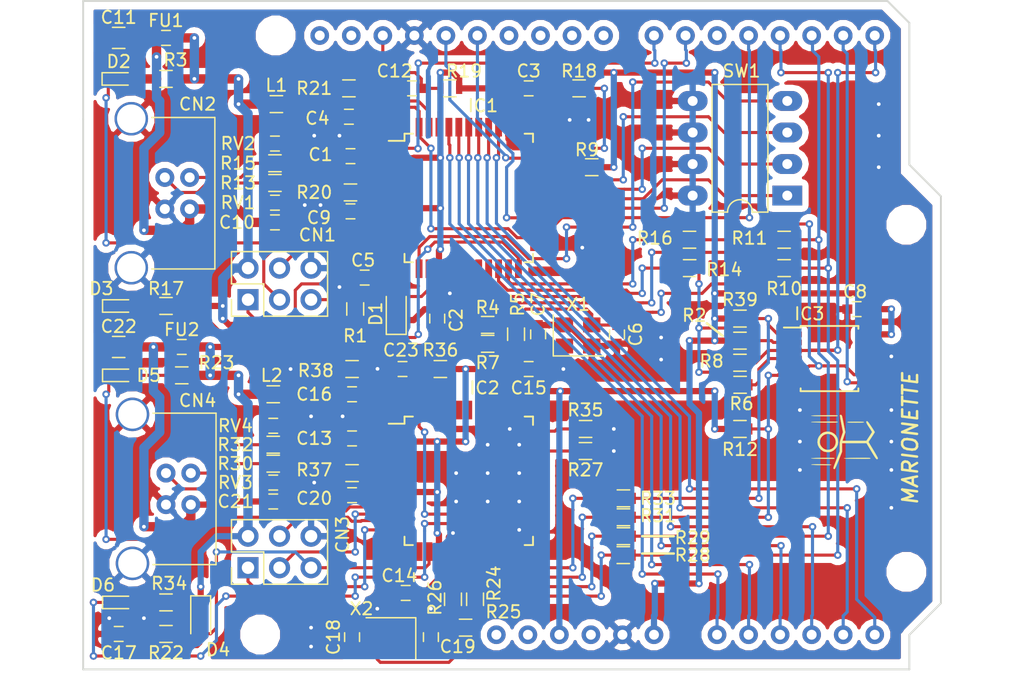
<source format=kicad_pcb>
(kicad_pcb (version 4) (host pcbnew 4.0.7)
  (layers (0 F.Cu signal) (31 B.Cu signal) (34 B.Paste user) (35 F.Paste user) (36 B.SilkS user) (37 F.SilkS user) (38 B.Mask user) (39 F.Mask user) (44 Edge.Cuts user))
  (net 0 "")
  (net 1 VCC)
  (net 2 GND)
  (net 3 "Net-(C4-Pad1)")
  (net 4 "Net-(C5-Pad2)")
  (net 5 "Net-(C6-Pad1)")
  (net 6 "Net-(C7-Pad1)")
  (net 7 "Net-(C9-Pad1)")
  (net 8 "Net-(C10-Pad1)")
  (net 9 "Net-(C12-Pad1)")
  (net 10 VDD)
  (net 11 "Net-(C16-Pad1)")
  (net 12 "Net-(C17-Pad2)")
  (net 13 "Net-(C18-Pad1)")
  (net 14 "Net-(C19-Pad1)")
  (net 15 "Net-(C20-Pad1)")
  (net 16 "Net-(C21-Pad1)")
  (net 17 "Net-(C23-Pad1)")
  (net 18 "Net-(CN1-Pad1)")
  (net 19 "Net-(CN1-Pad3)")
  (net 20 "Net-(CN1-Pad4)")
  (net 21 "Net-(CN2-Pad2)")
  (net 22 "Net-(CN2-Pad3)")
  (net 23 "Net-(CN3-Pad1)")
  (net 24 "Net-(CN3-Pad3)")
  (net 25 "Net-(CN3-Pad4)")
  (net 26 "Net-(CN4-Pad2)")
  (net 27 "Net-(CN4-Pad3)")
  (net 28 "Net-(D2-Pad2)")
  (net 29 "Net-(D2-Pad1)")
  (net 30 "Net-(D3-Pad2)")
  (net 31 "Net-(D3-Pad1)")
  (net 32 "Net-(D5-Pad2)")
  (net 33 "Net-(D5-Pad1)")
  (net 34 "Net-(D6-Pad2)")
  (net 35 "Net-(D6-Pad1)")
  (net 36 "Net-(IC1-Pad1)")
  (net 37 "Net-(IC1-Pad3)")
  (net 38 "Net-(IC1-Pad4)")
  (net 39 "Net-(IC1-Pad5)")
  (net 40 "Net-(IC1-Pad12)")
  (net 41 "Net-(IC1-Pad16)")
  (net 42 "Net-(IC1-Pad17)")
  (net 43 "Net-(IC1-Pad18)")
  (net 44 "Net-(IC1-Pad19)")
  (net 45 "Net-(IC1-Pad20)")
  (net 46 "Net-(IC1-Pad21)")
  (net 47 "Net-(IC1-Pad25)")
  (net 48 "Net-(IC1-Pad26)")
  (net 49 "Net-(IC1-Pad27)")
  (net 50 "Net-(IC1-Pad28)")
  (net 51 "Net-(IC1-Pad29)")
  (net 52 "Net-(IC1-Pad30)")
  (net 53 "Net-(IC1-Pad31)")
  (net 54 "Net-(IC1-Pad32)")
  (net 55 "Net-(IC1-Pad33)")
  (net 56 "Net-(IC1-Pad36)")
  (net 57 "Net-(IC1-Pad37)")
  (net 58 "Net-(IC1-Pad38)")
  (net 59 "Net-(IC1-Pad39)")
  (net 60 "Net-(IC1-Pad40)")
  (net 61 "Net-(IC1-Pad41)")
  (net 62 "Net-(IC1-Pad43)")
  (net 63 "Net-(IC2-Pad1)")
  (net 64 "Net-(IC2-Pad3)")
  (net 65 "Net-(IC2-Pad4)")
  (net 66 "Net-(IC2-Pad5)")
  (net 67 "Net-(IC2-Pad12)")
  (net 68 "Net-(IC2-Pad16)")
  (net 69 "Net-(IC2-Pad17)")
  (net 70 "Net-(IC2-Pad18)")
  (net 71 "Net-(IC2-Pad19)")
  (net 72 "Net-(IC2-Pad20)")
  (net 73 "Net-(IC2-Pad21)")
  (net 74 "Net-(IC2-Pad25)")
  (net 75 "Net-(IC2-Pad26)")
  (net 76 "Net-(IC2-Pad27)")
  (net 77 "Net-(IC2-Pad28)")
  (net 78 "Net-(IC2-Pad29)")
  (net 79 "Net-(IC2-Pad30)")
  (net 80 "Net-(IC2-Pad31)")
  (net 81 "Net-(IC2-Pad32)")
  (net 82 "Net-(IC2-Pad33)")
  (net 83 "Net-(IC2-Pad36)")
  (net 84 "Net-(IC2-Pad37)")
  (net 85 "Net-(IC2-Pad38)")
  (net 86 "Net-(IC2-Pad39)")
  (net 87 "Net-(IC2-Pad40)")
  (net 88 "Net-(IC2-Pad41)")
  (net 89 "Net-(IC2-Pad43)")
  (net 90 "Net-(J17-Pad1)")
  (net 91 "Net-(J19-Pad1)")
  (net 92 "Net-(IC3-Pad1)")
  (net 93 "Net-(IC3-Pad2)")
  (net 94 "Net-(IC3-Pad3)")
  (net 95 "Net-(IC3-Pad4)")
  (net 96 "Net-(IC3-Pad5)")
  (net 97 "Net-(IC3-Pad6)")
  (net 98 "Net-(IC3-Pad8)")
  (net 99 "Net-(IC3-Pad10)")
  (net 100 "Net-(IC3-Pad12)")
  (module Measurement_Points:Measurement_Point_Round-TH_Small (layer F.Cu) (at 162.4925 120.9675)
    (fp_text reference REF** hide)
    (fp_text value Measurement_Point_Round-TH_Small)
    (pad 1 thru_hole circle (at 0 0) (size 1.5 1.5) (drill 0.8) (layers *.Cu *.Mask))
  )
  (module Housings_QFP:TQFP-44_10x10mm_Pitch0.8mm (layer F.Cu) (at 152.654 85.7885)
    (fp_text reference IC1 (at 1.143 -7.4295) (layer F.SilkS))
    (fp_text value ATMEGA32U4-AU)
    (pad 1 smd rect (at -5.7 -4) (size 1.5 0.55) (layers F.Cu F.Paste F.Mask) (net 36 "Net-(IC1-Pad1)"))
    (pad 2 smd rect (at -5.7 -3.2) (size 1.5 0.55) (layers F.Cu F.Paste F.Mask) (net 1 VCC))
    (pad 3 smd rect (at -5.7 -2.4) (size 1.5 0.55) (layers F.Cu F.Paste F.Mask) (net 37 "Net-(IC1-Pad3)"))
    (pad 4 smd rect (at -5.7 -1.6) (size 1.5 0.55) (layers F.Cu F.Paste F.Mask) (net 38 "Net-(IC1-Pad4)"))
    (pad 5 smd rect (at -5.7 -0.8) (size 1.5 0.55) (layers F.Cu F.Paste F.Mask) (net 39 "Net-(IC1-Pad5)"))
    (pad 6 smd rect (at -5.7 0) (size 1.5 0.55) (layers F.Cu F.Paste F.Mask) (net 7 "Net-(C9-Pad1)"))
    (pad 7 smd rect (at -5.7 0.8) (size 1.5 0.55) (layers F.Cu F.Paste F.Mask) (net 1 VCC))
    (pad 8 smd rect (at -5.7 1.6) (size 1.5 0.55) (layers F.Cu F.Paste F.Mask) (net 29 "Net-(D2-Pad1)"))
    (pad 9 smd rect (at -5.7 2.4) (size 1.5 0.55) (layers F.Cu F.Paste F.Mask) (net 19 "Net-(CN1-Pad3)"))
    (pad 10 smd rect (at -5.7 3.2) (size 1.5 0.55) (layers F.Cu F.Paste F.Mask) (net 20 "Net-(CN1-Pad4)"))
    (pad 11 smd rect (at -5.7 4) (size 1.5 0.55) (layers F.Cu F.Paste F.Mask) (net 18 "Net-(CN1-Pad1)"))
    (pad 12 smd rect (at -4 5.7 90) (size 1.5 0.55) (layers F.Cu F.Paste F.Mask) (net 40 "Net-(IC1-Pad12)"))
    (pad 13 smd rect (at -3.2 5.7 90) (size 1.5 0.55) (layers F.Cu F.Paste F.Mask) (net 4 "Net-(C5-Pad2)"))
    (pad 14 smd rect (at -2.4 5.7 90) (size 1.5 0.55) (layers F.Cu F.Paste F.Mask) (net 1 VCC))
    (pad 15 smd rect (at -1.6 5.7 90) (size 1.5 0.55) (layers F.Cu F.Paste F.Mask) (net 2 GND))
    (pad 16 smd rect (at -0.8 5.7 90) (size 1.5 0.55) (layers F.Cu F.Paste F.Mask) (net 41 "Net-(IC1-Pad16)"))
    (pad 17 smd rect (at 0 5.7 90) (size 1.5 0.55) (layers F.Cu F.Paste F.Mask) (net 42 "Net-(IC1-Pad17)"))
    (pad 18 smd rect (at 0.8 5.7 90) (size 1.5 0.55) (layers F.Cu F.Paste F.Mask) (net 43 "Net-(IC1-Pad18)"))
    (pad 19 smd rect (at 1.6 5.7 90) (size 1.5 0.55) (layers F.Cu F.Paste F.Mask) (net 44 "Net-(IC1-Pad19)"))
    (pad 20 smd rect (at 2.4 5.7 90) (size 1.5 0.55) (layers F.Cu F.Paste F.Mask) (net 45 "Net-(IC1-Pad20)"))
    (pad 21 smd rect (at 3.2 5.7 90) (size 1.5 0.55) (layers F.Cu F.Paste F.Mask) (net 46 "Net-(IC1-Pad21)"))
    (pad 22 smd rect (at 4 5.7 90) (size 1.5 0.55) (layers F.Cu F.Paste F.Mask) (net 31 "Net-(D3-Pad1)"))
    (pad 23 smd rect (at 5.7 4) (size 1.5 0.55) (layers F.Cu F.Paste F.Mask) (net 2 GND))
    (pad 24 smd rect (at 5.7 3.2) (size 1.5 0.55) (layers F.Cu F.Paste F.Mask) (net 3 "Net-(C4-Pad1)"))
    (pad 25 smd rect (at 5.7 2.4) (size 1.5 0.55) (layers F.Cu F.Paste F.Mask) (net 47 "Net-(IC1-Pad25)"))
    (pad 26 smd rect (at 5.7 1.6) (size 1.5 0.55) (layers F.Cu F.Paste F.Mask) (net 48 "Net-(IC1-Pad26)"))
    (pad 27 smd rect (at 5.7 0.8) (size 1.5 0.55) (layers F.Cu F.Paste F.Mask) (net 49 "Net-(IC1-Pad27)"))
    (pad 28 smd rect (at 5.7 0) (size 1.5 0.55) (layers F.Cu F.Paste F.Mask) (net 50 "Net-(IC1-Pad28)"))
    (pad 29 smd rect (at 5.7 -0.8) (size 1.5 0.55) (layers F.Cu F.Paste F.Mask) (net 51 "Net-(IC1-Pad29)"))
    (pad 30 smd rect (at 5.7 -1.6) (size 1.5 0.55) (layers F.Cu F.Paste F.Mask) (net 52 "Net-(IC1-Pad30)"))
    (pad 31 smd rect (at 5.7 -2.4) (size 1.5 0.55) (layers F.Cu F.Paste F.Mask) (net 53 "Net-(IC1-Pad31)"))
    (pad 32 smd rect (at 5.7 -3.2) (size 1.5 0.55) (layers F.Cu F.Paste F.Mask) (net 54 "Net-(IC1-Pad32)"))
    (pad 33 smd rect (at 5.7 -4) (size 1.5 0.55) (layers F.Cu F.Paste F.Mask) (net 55 "Net-(IC1-Pad33)"))
    (pad 34 smd rect (at 4 -5.7 90) (size 1.5 0.55) (layers F.Cu F.Paste F.Mask) (net 1 VCC))
    (pad 35 smd rect (at 3.2 -5.7 90) (size 1.5 0.55) (layers F.Cu F.Paste F.Mask) (net 2 GND))
    (pad 36 smd rect (at 2.4 -5.7 90) (size 1.5 0.55) (layers F.Cu F.Paste F.Mask) (net 56 "Net-(IC1-Pad36)"))
    (pad 37 smd rect (at 1.6 -5.7 90) (size 1.5 0.55) (layers F.Cu F.Paste F.Mask) (net 57 "Net-(IC1-Pad37)"))
    (pad 38 smd rect (at 0.8 -5.7 90) (size 1.5 0.55) (layers F.Cu F.Paste F.Mask) (net 58 "Net-(IC1-Pad38)"))
    (pad 39 smd rect (at 0 -5.7 90) (size 1.5 0.55) (layers F.Cu F.Paste F.Mask) (net 59 "Net-(IC1-Pad39)"))
    (pad 40 smd rect (at -0.8 -5.7 90) (size 1.5 0.55) (layers F.Cu F.Paste F.Mask) (net 60 "Net-(IC1-Pad40)"))
    (pad 41 smd rect (at -1.6 -5.7 90) (size 1.5 0.55) (layers F.Cu F.Paste F.Mask) (net 61 "Net-(IC1-Pad41)"))
    (pad 42 smd rect (at -2.4 -5.7 90) (size 1.5 0.55) (layers F.Cu F.Paste F.Mask) (net 9 "Net-(C12-Pad1)"))
    (pad 43 smd rect (at -3.2 -5.7 90) (size 1.5 0.55) (layers F.Cu F.Paste F.Mask) (net 62 "Net-(IC1-Pad43)"))
    (pad 44 smd rect (at -4 -5.7 90) (size 1.5 0.55) (layers F.Cu F.Paste F.Mask) (net 3 "Net-(C4-Pad1)"))
  )
  (module Capacitors_SMD:C_0603 (layer F.Cu) (at 143.129 82.423)
    (fp_text reference C1 (at -2.413 -0.127) (layer F.SilkS))
    (fp_text value 0.1u)
    (pad 2 smd rect (at 0.75 0) (size 0.8 0.75) (layers F.Cu F.Paste F.Mask) (net 1 VCC))
    (pad 1 smd rect (at -0.75 0) (size 0.8 0.75) (layers F.Cu F.Paste F.Mask) (net 2 GND))
  )
  (module Capacitors_SMD:C_0603 (layer F.Cu) (at 150.114 95.504 90)
    (fp_text reference C2 (at -0.127 1.524 270) (layer F.SilkS))
    (fp_text value 0.1u)
    (pad 2 smd rect (at 0.75 0 90) (size 0.8 0.75) (layers F.Cu F.Paste F.Mask) (net 1 VCC))
    (pad 1 smd rect (at -0.75 0 90) (size 0.8 0.75) (layers F.Cu F.Paste F.Mask) (net 2 GND))
  )
  (module Capacitors_SMD:C_0603 (layer F.Cu) (at 157.48 76.962 180)
    (fp_text reference C3 (at 0 1.397 180) (layer F.SilkS))
    (fp_text value 0.1u)
    (pad 2 smd rect (at 0.75 0 180) (size 0.8 0.75) (layers F.Cu F.Paste F.Mask) (net 1 VCC))
    (pad 1 smd rect (at -0.75 0 180) (size 0.8 0.75) (layers F.Cu F.Paste F.Mask) (net 2 GND))
  )
  (module Capacitors_SMD:C_0603 (layer F.Cu) (at 143.002 79.248 180)
    (fp_text reference C4 (at 2.54 -0.127 180) (layer F.SilkS))
    (fp_text value 1u)
    (pad 2 smd rect (at 0.75 0 180) (size 0.8 0.75) (layers F.Cu F.Paste F.Mask) (net 2 GND))
    (pad 1 smd rect (at -0.75 0 180) (size 0.8 0.75) (layers F.Cu F.Paste F.Mask) (net 3 "Net-(C4-Pad1)"))
  )
  (module Capacitors_SMD:C_0603 (layer F.Cu) (at 144.272 92.202)
    (fp_text reference C5 (at -0.127 -1.397 180) (layer F.SilkS))
    (fp_text value 1u)
    (pad 2 smd rect (at 0.75 0) (size 0.8 0.75) (layers F.Cu F.Paste F.Mask) (net 4 "Net-(C5-Pad2)"))
    (pad 1 smd rect (at -0.75 0) (size 0.8 0.75) (layers F.Cu F.Paste F.Mask) (net 2 GND))
  )
  (module Capacitors_SMD:C_0603 (layer F.Cu) (at 164.592 96.774 270)
    (fp_text reference C6 (at 0 -1.5 270) (layer F.SilkS))
    (fp_text value NM)
    (pad 2 smd rect (at 0.75 0 270) (size 0.8 0.75) (layers F.Cu F.Paste F.Mask) (net 2 GND))
    (pad 1 smd rect (at -0.75 0 270) (size 0.8 0.75) (layers F.Cu F.Paste F.Mask) (net 5 "Net-(C6-Pad1)"))
  )
  (module Capacitors_SMD:C_0603 (layer F.Cu) (at 158.242 96.774 90)
    (fp_text reference C7 (at 2.413 0 90) (layer F.SilkS))
    (fp_text value NM)
    (pad 2 smd rect (at 0.75 0 90) (size 0.8 0.75) (layers F.Cu F.Paste F.Mask) (net 2 GND))
    (pad 1 smd rect (at -0.75 0 90) (size 0.8 0.75) (layers F.Cu F.Paste F.Mask) (net 6 "Net-(C7-Pad1)"))
  )
  (module Capacitors_SMD:C_0603 (layer F.Cu) (at 183.896 94.742 180)
    (fp_text reference C8 (at 0.127 1.397 180) (layer F.SilkS))
    (fp_text value 0.1u)
    (pad 2 smd rect (at 0.75 0 180) (size 0.8 0.75) (layers F.Cu F.Paste F.Mask) (net 2 GND))
    (pad 1 smd rect (at -0.75 0 180) (size 0.8 0.75) (layers F.Cu F.Paste F.Mask) (net 1 VCC))
  )
  (module Capacitors_SMD:C_0603 (layer F.Cu) (at 143.129 86.868 180)
    (fp_text reference C9 (at 2.54 -0.508 180) (layer F.SilkS))
    (fp_text value 1u)
    (pad 2 smd rect (at 0.75 0 180) (size 0.8 0.75) (layers F.Cu F.Paste F.Mask) (net 2 GND))
    (pad 1 smd rect (at -0.75 0 180) (size 0.8 0.75) (layers F.Cu F.Paste F.Mask) (net 7 "Net-(C9-Pad1)"))
  )
  (module Capacitors_SMD:C_0603 (layer F.Cu) (at 137.045 87.757)
    (fp_text reference C10 (at -3.06 0) (layer F.SilkS))
    (fp_text value 0.1u)
    (pad 2 smd rect (at 0.75 0) (size 0.8 0.75) (layers F.Cu F.Paste F.Mask) (net 2 GND))
    (pad 1 smd rect (at -0.75 0) (size 0.8 0.75) (layers F.Cu F.Paste F.Mask) (net 8 "Net-(C10-Pad1)"))
  )
  (module Capacitors_SMD:C_0805 (layer F.Cu) (at 124.46 72.898 180)
    (fp_text reference C11 (at 0 1.651 180) (layer F.SilkS))
    (fp_text value 10u)
    (pad 1 smd rect (at -1 0 180) (size 1 1.25) (layers F.Cu F.Paste F.Mask) (net 8 "Net-(C10-Pad1)"))
    (pad 2 smd rect (at 1 0 180) (size 1 1.25) (layers F.Cu F.Paste F.Mask) (net 2 GND))
  )
  (module Capacitors_SMD:C_0603 (layer F.Cu) (at 148.082 76.962 180)
    (fp_text reference C12 (at 1.397 1.397 180) (layer F.SilkS))
    (fp_text value 0.1u)
    (pad 2 smd rect (at 0.75 0 180) (size 0.8 0.75) (layers F.Cu F.Paste F.Mask) (net 2 GND))
    (pad 1 smd rect (at -0.75 0 180) (size 0.8 0.75) (layers F.Cu F.Paste F.Mask) (net 9 "Net-(C12-Pad1)"))
  )
  (module Capacitors_SMD:C_0603 (layer F.Cu) (at 143.256 105.156)
    (fp_text reference C13 (at -3.048 0) (layer F.SilkS))
    (fp_text value 0.1u)
    (pad 2 smd rect (at 0.75 0) (size 0.8 0.75) (layers F.Cu F.Paste F.Mask) (net 10 VDD))
    (pad 1 smd rect (at -0.75 0) (size 0.8 0.75) (layers F.Cu F.Paste F.Mask) (net 2 GND))
  )
  (module Capacitors_SMD:C_0603 (layer F.Cu) (at 147.574 117.602)
    (fp_text reference C14 (at -0.508 -1.397) (layer F.SilkS))
    (fp_text value 0.1u)
    (pad 2 smd rect (at 0.75 0) (size 0.8 0.75) (layers F.Cu F.Paste F.Mask) (net 10 VDD))
    (pad 1 smd rect (at -0.75 0) (size 0.8 0.75) (layers F.Cu F.Paste F.Mask) (net 2 GND))
  )
  (module Capacitors_SMD:C_0603 (layer F.Cu) (at 157.48 99.568 180)
    (fp_text reference C15 (at 0 -1.524 180) (layer F.SilkS))
    (fp_text value 0.1u)
    (pad 2 smd rect (at 0.75 0 180) (size 0.8 0.75) (layers F.Cu F.Paste F.Mask) (net 10 VDD))
    (pad 1 smd rect (at -0.75 0 180) (size 0.8 0.75) (layers F.Cu F.Paste F.Mask) (net 2 GND))
  )
  (module Capacitors_SMD:C_0603 (layer F.Cu) (at 143.256 101.6 180)
    (fp_text reference C16 (at 3.048 0 180) (layer F.SilkS))
    (fp_text value 1u)
    (pad 2 smd rect (at 0.75 0 180) (size 0.8 0.75) (layers F.Cu F.Paste F.Mask) (net 2 GND))
    (pad 1 smd rect (at -0.75 0 180) (size 0.8 0.75) (layers F.Cu F.Paste F.Mask) (net 11 "Net-(C16-Pad1)"))
  )
  (module Capacitors_SMD:C_0603 (layer F.Cu) (at 124.46 120.904)
    (fp_text reference C17 (at 0 1.524) (layer F.SilkS))
    (fp_text value 1u)
    (pad 2 smd rect (at 0.75 0) (size 0.8 0.75) (layers F.Cu F.Paste F.Mask) (net 12 "Net-(C17-Pad2)"))
    (pad 1 smd rect (at -0.75 0) (size 0.8 0.75) (layers F.Cu F.Paste F.Mask) (net 2 GND))
  )
  (module Capacitors_SMD:C_0603 (layer F.Cu) (at 143.256 121.158 90)
    (fp_text reference C18 (at 0 -1.5 90) (layer F.SilkS))
    (fp_text value NM)
    (pad 2 smd rect (at 0.75 0 90) (size 0.8 0.75) (layers F.Cu F.Paste F.Mask) (net 2 GND))
    (pad 1 smd rect (at -0.75 0 90) (size 0.8 0.75) (layers F.Cu F.Paste F.Mask) (net 13 "Net-(C18-Pad1)"))
  )
  (module Capacitors_SMD:C_0603 (layer F.Cu) (at 149.606 121.158 270)
    (fp_text reference C19 (at 0.762 -2.159 360) (layer F.SilkS))
    (fp_text value NM)
    (pad 2 smd rect (at 0.75 0 270) (size 0.8 0.75) (layers F.Cu F.Paste F.Mask) (net 2 GND))
    (pad 1 smd rect (at -0.75 0 270) (size 0.8 0.75) (layers F.Cu F.Paste F.Mask) (net 14 "Net-(C19-Pad1)"))
  )
  (module Capacitors_SMD:C_0603 (layer F.Cu) (at 143.256 109.728 180)
    (fp_text reference C20 (at 3.048 -0.254 180) (layer F.SilkS))
    (fp_text value 1u)
    (pad 2 smd rect (at 0.75 0 180) (size 0.8 0.75) (layers F.Cu F.Paste F.Mask) (net 2 GND))
    (pad 1 smd rect (at -0.75 0 180) (size 0.8 0.75) (layers F.Cu F.Paste F.Mask) (net 15 "Net-(C20-Pad1)"))
  )
  (module Capacitors_SMD:C_0603 (layer F.Cu) (at 136.906 110.236)
    (fp_text reference C21 (at -3.036 0) (layer F.SilkS))
    (fp_text value 0.1u)
    (pad 2 smd rect (at 0.75 0) (size 0.8 0.75) (layers F.Cu F.Paste F.Mask) (net 2 GND))
    (pad 1 smd rect (at -0.75 0) (size 0.8 0.75) (layers F.Cu F.Paste F.Mask) (net 16 "Net-(C21-Pad1)"))
  )
  (module Capacitors_SMD:C_0805 (layer F.Cu) (at 124.46 97.79 180)
    (fp_text reference C22 (at 0 1.651 180) (layer F.SilkS))
    (fp_text value 10u)
    (pad 1 smd rect (at -1 0 180) (size 1 1.25) (layers F.Cu F.Paste F.Mask) (net 16 "Net-(C21-Pad1)"))
    (pad 2 smd rect (at 1 0 180) (size 1 1.25) (layers F.Cu F.Paste F.Mask) (net 2 GND))
  )
  (module Capacitors_SMD:C_0603 (layer F.Cu) (at 147.32 99.568 180)
    (fp_text reference C23 (at 0.127 1.524 180) (layer F.SilkS))
    (fp_text value 0.1u)
    (pad 2 smd rect (at 0.75 0 180) (size 0.8 0.75) (layers F.Cu F.Paste F.Mask) (net 2 GND))
    (pad 1 smd rect (at -0.75 0 180) (size 0.8 0.75) (layers F.Cu F.Paste F.Mask) (net 17 "Net-(C23-Pad1)"))
  )
  (module Pin_Headers:Pin_Header_Straight_2x03_Pitch2.54mm (layer F.Cu) (at 134.874 93.98 90)
    (fp_text reference CN1 (at 5.207 5.588 180) (layer F.SilkS))
    (fp_text value NM)
    (pad 1 thru_hole rect (at 0 0 90) (size 1.7 1.7) (drill 1) (layers *.Cu *.Mask) (net 18 "Net-(CN1-Pad1)"))
    (pad 2 thru_hole oval (at 2.54 0 90) (size 1.7 1.7) (drill 1) (layers *.Cu *.Mask) (net 1 VCC))
    (pad 3 thru_hole oval (at 0 2.54 90) (size 1.7 1.7) (drill 1) (layers *.Cu *.Mask) (net 19 "Net-(CN1-Pad3)"))
    (pad 4 thru_hole oval (at 2.54 2.54 90) (size 1.7 1.7) (drill 1) (layers *.Cu *.Mask) (net 20 "Net-(CN1-Pad4)"))
    (pad 5 thru_hole oval (at 0 5.08 90) (size 1.7 1.7) (drill 1) (layers *.Cu *.Mask) (net 4 "Net-(C5-Pad2)"))
    (pad 6 thru_hole oval (at 2.54 5.08 90) (size 1.7 1.7) (drill 1) (layers *.Cu *.Mask) (net 2 GND))
  )
  (module Pin_Headers:Pin_Header_Straight_2x03_Pitch2.54mm (layer F.Cu) (at 134.874 115.57 90)
    (fp_text reference CN3 (at 2.667 7.62 270) (layer F.SilkS))
    (fp_text value NM)
    (pad 1 thru_hole rect (at 0 0 90) (size 1.7 1.7) (drill 1) (layers *.Cu *.Mask) (net 23 "Net-(CN3-Pad1)"))
    (pad 2 thru_hole oval (at 2.54 0 90) (size 1.7 1.7) (drill 1) (layers *.Cu *.Mask) (net 10 VDD))
    (pad 3 thru_hole oval (at 0 2.54 90) (size 1.7 1.7) (drill 1) (layers *.Cu *.Mask) (net 24 "Net-(CN3-Pad3)"))
    (pad 4 thru_hole oval (at 2.54 2.54 90) (size 1.7 1.7) (drill 1) (layers *.Cu *.Mask) (net 25 "Net-(CN3-Pad4)"))
    (pad 5 thru_hole oval (at 0 5.08 90) (size 1.7 1.7) (drill 1) (layers *.Cu *.Mask) (net 12 "Net-(C17-Pad2)"))
    (pad 6 thru_hole oval (at 2.54 5.08 90) (size 1.7 1.7) (drill 1) (layers *.Cu *.Mask) (net 2 GND))
  )
  (module Diodes_SMD:D_TUMD2 (layer F.Cu) (at 146.812 94.976 90)
    (fp_text reference D1 (at -0.147 -1.651 90) (layer F.SilkS))
    (fp_text value RSX101VAM30)
    (pad 2 smd rect (at 1.25 0 270) (size 0.8 1.1) (layers F.Cu F.Paste F.Mask) (net 4 "Net-(C5-Pad2)"))
    (pad 1 smd rect (at -0.65 0 270) (size 2 1.1) (layers F.Cu F.Paste F.Mask) (net 1 VCC))
  )
  (module LEDs:LED_0603 (layer F.Cu) (at 124.422 76.2)
    (fp_text reference D2 (at 0.038 -1.397) (layer F.SilkS))
    (fp_text value LED)
    (pad 2 smd rect (at 0.8 0 180) (size 0.8 0.8) (layers F.Cu F.Paste F.Mask) (net 28 "Net-(D2-Pad2)"))
    (pad 1 smd rect (at -0.8 0 180) (size 0.8 0.8) (layers F.Cu F.Paste F.Mask) (net 29 "Net-(D2-Pad1)"))
  )
  (module LEDs:LED_0603 (layer F.Cu) (at 124.46 94.488)
    (fp_text reference D3 (at -1.397 -1.397) (layer F.SilkS))
    (fp_text value LED)
    (pad 2 smd rect (at 0.8 0 180) (size 0.8 0.8) (layers F.Cu F.Paste F.Mask) (net 30 "Net-(D3-Pad2)"))
    (pad 1 smd rect (at -0.8 0 180) (size 0.8 0.8) (layers F.Cu F.Paste F.Mask) (net 31 "Net-(D3-Pad1)"))
  )
  (module Diodes_SMD:D_TUMD2 (layer F.Cu) (at 131.064 119.634 270)
    (fp_text reference D4 (at 2.54 -1.397 360) (layer F.SilkS))
    (fp_text value RSX101VAM30)
    (pad 2 smd rect (at 1.25 0 90) (size 0.8 1.1) (layers F.Cu F.Paste F.Mask) (net 12 "Net-(C17-Pad2)"))
    (pad 1 smd rect (at -0.65 0 90) (size 2 1.1) (layers F.Cu F.Paste F.Mask) (net 10 VDD))
  )
  (module LEDs:LED_0603 (layer F.Cu) (at 124.46 100.076)
    (fp_text reference D5 (at 2.413 0) (layer F.SilkS))
    (fp_text value LED)
    (pad 2 smd rect (at 0.8 0 180) (size 0.8 0.8) (layers F.Cu F.Paste F.Mask) (net 32 "Net-(D5-Pad2)"))
    (pad 1 smd rect (at -0.8 0 180) (size 0.8 0.8) (layers F.Cu F.Paste F.Mask) (net 33 "Net-(D5-Pad1)"))
  )
  (module LEDs:LED_0603 (layer F.Cu) (at 124.46 118.364)
    (fp_text reference D6 (at -1.27 -1.397) (layer F.SilkS))
    (fp_text value LED)
    (pad 2 smd rect (at 0.8 0 180) (size 0.8 0.8) (layers F.Cu F.Paste F.Mask) (net 34 "Net-(D6-Pad2)"))
    (pad 1 smd rect (at -0.8 0 180) (size 0.8 0.8) (layers F.Cu F.Paste F.Mask) (net 35 "Net-(D6-Pad1)"))
  )
  (module Capacitors_SMD:C_0603 (layer F.Cu) (at 128.27 72.898)
    (fp_text reference FU1 (at -0.012 -1.397) (layer F.SilkS))
    (fp_text value FEMTOSMDC010F-02)
    (pad 2 smd rect (at 0.75 0) (size 0.8 0.75) (layers F.Cu F.Paste F.Mask) (net 1 VCC))
    (pad 1 smd rect (at -0.75 0) (size 0.8 0.75) (layers F.Cu F.Paste F.Mask) (net 8 "Net-(C10-Pad1)"))
  )
  (module Capacitors_SMD:C_0603 (layer F.Cu) (at 129.54 97.79)
    (fp_text reference FU2 (at 0 -1.397) (layer F.SilkS))
    (fp_text value FEMTOSMDC010F-02)
    (pad 2 smd rect (at 0.75 0) (size 0.8 0.75) (layers F.Cu F.Paste F.Mask) (net 10 VDD))
    (pad 1 smd rect (at -0.75 0) (size 0.8 0.75) (layers F.Cu F.Paste F.Mask) (net 16 "Net-(C21-Pad1)"))
  )
  (module Housings_QFP:TQFP-44_10x10mm_Pitch0.8mm (layer F.Cu) (at 152.654 108.57)
    (fp_text reference IC2 (at 1.27 -7.478) (layer F.SilkS))
    (fp_text value ATMEGA32U4-AU)
    (pad 1 smd rect (at -5.7 -4) (size 1.5 0.55) (layers F.Cu F.Paste F.Mask) (net 63 "Net-(IC2-Pad1)"))
    (pad 2 smd rect (at -5.7 -3.2) (size 1.5 0.55) (layers F.Cu F.Paste F.Mask) (net 10 VDD))
    (pad 3 smd rect (at -5.7 -2.4) (size 1.5 0.55) (layers F.Cu F.Paste F.Mask) (net 64 "Net-(IC2-Pad3)"))
    (pad 4 smd rect (at -5.7 -1.6) (size 1.5 0.55) (layers F.Cu F.Paste F.Mask) (net 65 "Net-(IC2-Pad4)"))
    (pad 5 smd rect (at -5.7 -0.8) (size 1.5 0.55) (layers F.Cu F.Paste F.Mask) (net 66 "Net-(IC2-Pad5)"))
    (pad 6 smd rect (at -5.7 0) (size 1.5 0.55) (layers F.Cu F.Paste F.Mask) (net 15 "Net-(C20-Pad1)"))
    (pad 7 smd rect (at -5.7 0.8) (size 1.5 0.55) (layers F.Cu F.Paste F.Mask) (net 10 VDD))
    (pad 8 smd rect (at -5.7 1.6) (size 1.5 0.55) (layers F.Cu F.Paste F.Mask) (net 33 "Net-(D5-Pad1)"))
    (pad 9 smd rect (at -5.7 2.4) (size 1.5 0.55) (layers F.Cu F.Paste F.Mask) (net 24 "Net-(CN3-Pad3)"))
    (pad 10 smd rect (at -5.7 3.2) (size 1.5 0.55) (layers F.Cu F.Paste F.Mask) (net 25 "Net-(CN3-Pad4)"))
    (pad 11 smd rect (at -5.7 4) (size 1.5 0.55) (layers F.Cu F.Paste F.Mask) (net 23 "Net-(CN3-Pad1)"))
    (pad 12 smd rect (at -4 5.7 90) (size 1.5 0.55) (layers F.Cu F.Paste F.Mask) (net 67 "Net-(IC2-Pad12)"))
    (pad 13 smd rect (at -3.2 5.7 90) (size 1.5 0.55) (layers F.Cu F.Paste F.Mask) (net 12 "Net-(C17-Pad2)"))
    (pad 14 smd rect (at -2.4 5.7 90) (size 1.5 0.55) (layers F.Cu F.Paste F.Mask) (net 10 VDD))
    (pad 15 smd rect (at -1.6 5.7 90) (size 1.5 0.55) (layers F.Cu F.Paste F.Mask) (net 2 GND))
    (pad 16 smd rect (at -0.8 5.7 90) (size 1.5 0.55) (layers F.Cu F.Paste F.Mask) (net 68 "Net-(IC2-Pad16)"))
    (pad 17 smd rect (at 0 5.7 90) (size 1.5 0.55) (layers F.Cu F.Paste F.Mask) (net 69 "Net-(IC2-Pad17)"))
    (pad 18 smd rect (at 0.8 5.7 90) (size 1.5 0.55) (layers F.Cu F.Paste F.Mask) (net 70 "Net-(IC2-Pad18)"))
    (pad 19 smd rect (at 1.6 5.7 90) (size 1.5 0.55) (layers F.Cu F.Paste F.Mask) (net 71 "Net-(IC2-Pad19)"))
    (pad 20 smd rect (at 2.4 5.7 90) (size 1.5 0.55) (layers F.Cu F.Paste F.Mask) (net 72 "Net-(IC2-Pad20)"))
    (pad 21 smd rect (at 3.2 5.7 90) (size 1.5 0.55) (layers F.Cu F.Paste F.Mask) (net 73 "Net-(IC2-Pad21)"))
    (pad 22 smd rect (at 4 5.7 90) (size 1.5 0.55) (layers F.Cu F.Paste F.Mask) (net 35 "Net-(D6-Pad1)"))
    (pad 23 smd rect (at 5.7 4) (size 1.5 0.55) (layers F.Cu F.Paste F.Mask) (net 2 GND))
    (pad 24 smd rect (at 5.7 3.2) (size 1.5 0.55) (layers F.Cu F.Paste F.Mask) (net 11 "Net-(C16-Pad1)"))
    (pad 25 smd rect (at 5.7 2.4) (size 1.5 0.55) (layers F.Cu F.Paste F.Mask) (net 74 "Net-(IC2-Pad25)"))
    (pad 26 smd rect (at 5.7 1.6) (size 1.5 0.55) (layers F.Cu F.Paste F.Mask) (net 75 "Net-(IC2-Pad26)"))
    (pad 27 smd rect (at 5.7 0.8) (size 1.5 0.55) (layers F.Cu F.Paste F.Mask) (net 76 "Net-(IC2-Pad27)"))
    (pad 28 smd rect (at 5.7 0) (size 1.5 0.55) (layers F.Cu F.Paste F.Mask) (net 77 "Net-(IC2-Pad28)"))
    (pad 29 smd rect (at 5.7 -0.8) (size 1.5 0.55) (layers F.Cu F.Paste F.Mask) (net 78 "Net-(IC2-Pad29)"))
    (pad 30 smd rect (at 5.7 -1.6) (size 1.5 0.55) (layers F.Cu F.Paste F.Mask) (net 79 "Net-(IC2-Pad30)"))
    (pad 31 smd rect (at 5.7 -2.4) (size 1.5 0.55) (layers F.Cu F.Paste F.Mask) (net 80 "Net-(IC2-Pad31)"))
    (pad 32 smd rect (at 5.7 -3.2) (size 1.5 0.55) (layers F.Cu F.Paste F.Mask) (net 81 "Net-(IC2-Pad32)"))
    (pad 33 smd rect (at 5.7 -4) (size 1.5 0.55) (layers F.Cu F.Paste F.Mask) (net 82 "Net-(IC2-Pad33)"))
    (pad 34 smd rect (at 4 -5.7 90) (size 1.5 0.55) (layers F.Cu F.Paste F.Mask) (net 10 VDD))
    (pad 35 smd rect (at 3.2 -5.7 90) (size 1.5 0.55) (layers F.Cu F.Paste F.Mask) (net 2 GND))
    (pad 36 smd rect (at 2.4 -5.7 90) (size 1.5 0.55) (layers F.Cu F.Paste F.Mask) (net 83 "Net-(IC2-Pad36)"))
    (pad 37 smd rect (at 1.6 -5.7 90) (size 1.5 0.55) (layers F.Cu F.Paste F.Mask) (net 84 "Net-(IC2-Pad37)"))
    (pad 38 smd rect (at 0.8 -5.7 90) (size 1.5 0.55) (layers F.Cu F.Paste F.Mask) (net 85 "Net-(IC2-Pad38)"))
    (pad 39 smd rect (at 0 -5.7 90) (size 1.5 0.55) (layers F.Cu F.Paste F.Mask) (net 86 "Net-(IC2-Pad39)"))
    (pad 40 smd rect (at -0.8 -5.7 90) (size 1.5 0.55) (layers F.Cu F.Paste F.Mask) (net 87 "Net-(IC2-Pad40)"))
    (pad 41 smd rect (at -1.6 -5.7 90) (size 1.5 0.55) (layers F.Cu F.Paste F.Mask) (net 88 "Net-(IC2-Pad41)"))
    (pad 42 smd rect (at -2.4 -5.7 90) (size 1.5 0.55) (layers F.Cu F.Paste F.Mask) (net 17 "Net-(C23-Pad1)"))
    (pad 43 smd rect (at -3.2 -5.7 90) (size 1.5 0.55) (layers F.Cu F.Paste F.Mask) (net 89 "Net-(IC2-Pad43)"))
    (pad 44 smd rect (at -4 -5.7 90) (size 1.5 0.55) (layers F.Cu F.Paste F.Mask) (net 11 "Net-(C16-Pad1)"))
  )
  (module Measurement_Points:Measurement_Point_Round-TH_Small (layer F.Cu) (at 185.3525 72.7075)
    (fp_text reference J1 hide)
    (fp_text value Conn_01x01)
    (pad 1 thru_hole circle (at 0 0) (size 1.5 1.5) (drill 0.8) (layers *.Cu *.Mask) (net 94 "Net-(IC3-Pad3)"))
  )
  (module Measurement_Points:Measurement_Point_Round-TH_Small (layer F.Cu) (at 150.8125 72.7075)
    (fp_text reference J2 hide)
    (fp_text value Conn_01x01)
    (pad 1 thru_hole circle (at 0 0) (size 1.5 1.5) (drill 0.8) (layers *.Cu *.Mask) (net 54 "Net-(IC1-Pad32)"))
  )
  (module Measurement_Points:Measurement_Point_Round-TH_Small (layer F.Cu) (at 175.1925 72.7075)
    (fp_text reference J3 hide)
    (fp_text value Conn_01x01)
    (pad 1 thru_hole circle (at 0 0) (size 1.5 1.5) (drill 0.8) (layers *.Cu *.Mask) (net 47 "Net-(IC1-Pad25)"))
  )
  (module Measurement_Points:Measurement_Point_Round-TH_Small (layer F.Cu) (at 167.5725 120.9675)
    (fp_text reference J4 hide)
    (fp_text value Conn_01x01)
    (pad 1 thru_hole circle (at 0 0) (size 1.5 1.5) (drill 0.8) (layers *.Cu *.Mask) (net 1 VCC))
  )
  (module Measurement_Points:Measurement_Point_Round-TH_Small (layer F.Cu) (at 159.9525 120.9675)
    (fp_text reference J5 hide)
    (fp_text value Conn_01x01)
    (pad 1 thru_hole circle (at 0 0) (size 1.5 1.5) (drill 0.8) (layers *.Cu *.Mask) (net 10 VDD))
  )
  (module Measurement_Points:Measurement_Point_Round-TH_Small (layer F.Cu) (at 153.3525 72.7075)
    (fp_text reference J6 hide)
    (fp_text value Conn_01x01)
    (pad 1 thru_hole circle (at 0 0) (size 1.5 1.5) (drill 0.8) (layers *.Cu *.Mask) (net 48 "Net-(IC1-Pad26)"))
  )
  (module Measurement_Points:Measurement_Point_Round-TH_Small (layer F.Cu) (at 170.1125 72.7075)
    (fp_text reference J7 hide)
    (fp_text value Conn_01x01)
    (pad 1 thru_hole circle (at 0 0) (size 1.5 1.5) (drill 0.8) (layers *.Cu *.Mask) (net 49 "Net-(IC1-Pad27)"))
  )
  (module Measurement_Points:Measurement_Point_Round-TH_Small (layer F.Cu) (at 182.8125 72.7075)
    (fp_text reference J8 hide)
    (fp_text value Conn_01x01)
    (pad 1 thru_hole circle (at 0 0) (size 1.5 1.5) (drill 0.8) (layers *.Cu *.Mask) (net 98 "Net-(IC3-Pad8)"))
  )
  (module Measurement_Points:Measurement_Point_Round-TH_Small (layer F.Cu) (at 167.5725 72.7075)
    (fp_text reference J9 hide)
    (fp_text value Conn_01x01)
    (pad 1 thru_hole circle (at 0 0) (size 1.5 1.5) (drill 0.8) (layers *.Cu *.Mask) (net 36 "Net-(IC1-Pad1)"))
  )
  (module Measurement_Points:Measurement_Point_Round-TH_Small (layer F.Cu) (at 165.0325 120.9675)
    (fp_text reference J10 hide)
    (fp_text value Conn_01x01)
    (pad 1 thru_hole circle (at 0 0) (size 1.5 1.5) (drill 0.8) (layers *.Cu *.Mask) (net 2 GND))
  )
  (module Measurement_Points:Measurement_Point_Round-TH_Small (layer F.Cu) (at 148.2725 72.7075)
    (fp_text reference J11 hide)
    (fp_text value Conn_01x01)
    (pad 1 thru_hole circle (at 0 0) (size 1.5 1.5) (drill 0.8) (layers *.Cu *.Mask) (net 2 GND))
  )
  (module Measurement_Points:Measurement_Point_Round-TH_Small (layer F.Cu) (at 172.6525 120.9675)
    (fp_text reference J12 hide)
    (fp_text value Conn_01x01)
    (pad 1 thru_hole circle (at 0 0) (size 1.5 1.5) (drill 0.8) (layers *.Cu *.Mask) (net 61 "Net-(IC1-Pad41)"))
  )
  (module Measurement_Points:Measurement_Point_Round-TH_Small (layer F.Cu) (at 175.1925 120.9675)
    (fp_text reference J13 hide)
    (fp_text value Conn_01x01)
    (pad 1 thru_hole circle (at 0 0) (size 1.5 1.5) (drill 0.8) (layers *.Cu *.Mask) (net 60 "Net-(IC1-Pad40)"))
  )
  (module Measurement_Points:Measurement_Point_Round-TH_Small (layer F.Cu) (at 145.7325 72.7075)
    (fp_text reference J14 hide)
    (fp_text value Conn_01x01)
    (pad 1 thru_hole circle (at 0 0) (size 1.5 1.5) (drill 0.8) (layers *.Cu *.Mask) (net 9 "Net-(C12-Pad1)"))
  )
  (module Measurement_Points:Measurement_Point_Round-TH_Small (layer F.Cu) (at 177.7325 120.9675)
    (fp_text reference J15 hide)
    (fp_text value Conn_01x01)
    (pad 1 thru_hole circle (at 0 0) (size 1.5 1.5) (drill 0.8) (layers *.Cu *.Mask) (net 59 "Net-(IC1-Pad39)"))
  )
  (module Measurement_Points:Measurement_Point_Round-TH_Small (layer F.Cu) (at 180.2725 120.9675)
    (fp_text reference J16 hide)
    (fp_text value Conn_01x01)
    (pad 1 thru_hole circle (at 0 0) (size 1.5 1.5) (drill 0.8) (layers *.Cu *.Mask) (net 58 "Net-(IC1-Pad38)"))
  )
  (module Measurement_Points:Measurement_Point_Round-TH_Small (layer F.Cu) (at 177.7325 72.7075)
    (fp_text reference J17 hide)
    (fp_text value Conn_01x01)
    (pad 1 thru_hole circle (at 0 0) (size 1.5 1.5) (drill 0.8) (layers *.Cu *.Mask) (net 90 "Net-(J17-Pad1)"))
  )
  (module Measurement_Points:Measurement_Point_Round-TH_Small (layer F.Cu) (at 182.8125 120.9675)
    (fp_text reference J18 hide)
    (fp_text value Conn_01x01)
    (pad 1 thru_hole circle (at 0 0) (size 1.5 1.5) (drill 0.8) (layers *.Cu *.Mask) (net 57 "Net-(IC1-Pad37)"))
  )
  (module Measurement_Points:Measurement_Point_Round-TH_Small (layer F.Cu) (at 180.2725 72.7075)
    (fp_text reference J19 hide)
    (fp_text value Conn_01x01)
    (pad 1 thru_hole circle (at 0 0) (size 1.5 1.5) (drill 0.8) (layers *.Cu *.Mask) (net 91 "Net-(J19-Pad1)"))
  )
  (module Measurement_Points:Measurement_Point_Round-TH_Small (layer F.Cu) (at 185.3525 120.9675)
    (fp_text reference J20 hide)
    (fp_text value Conn_01x01)
    (pad 1 thru_hole circle (at 0 0) (size 1.5 1.5) (drill 0.8) (layers *.Cu *.Mask) (net 56 "Net-(IC1-Pad36)"))
  )
  (module Inductors_SMD:L_0603 (layer F.Cu) (at 137.16 78.232)
    (fp_text reference L1 (at 0 -1.524) (layer F.SilkS))
    (fp_text value BLM18PG471SH1)
    (pad 1 smd rect (at -0.75 0) (size 0.5 0.9) (layers F.Cu F.Paste F.Mask) (net 1 VCC))
    (pad 2 smd rect (at 0.75 0) (size 0.5 0.9) (layers F.Cu F.Paste F.Mask) (net 3 "Net-(C4-Pad1)"))
  )
  (module Inductors_SMD:L_0603 (layer F.Cu) (at 136.906 101.6)
    (fp_text reference L2 (at -0.127 -1.524) (layer F.SilkS))
    (fp_text value BLM18PG471SH1)
    (pad 1 smd rect (at -0.75 0) (size 0.5 0.9) (layers F.Cu F.Paste F.Mask) (net 10 VDD))
    (pad 2 smd rect (at 0.75 0) (size 0.5 0.9) (layers F.Cu F.Paste F.Mask) (net 11 "Net-(C16-Pad1)"))
  )
  (module Resistors_SMD:R_0603 (layer F.Cu) (at 143.51 94.73 90)
    (fp_text reference R1 (at -2.171 0 180) (layer F.SilkS))
    (fp_text value 10k)
    (pad 1 smd rect (at -0.75 0 90) (size 0.5 0.9) (layers F.Cu F.Paste F.Mask) (net 1 VCC))
    (pad 2 smd rect (at 0.75 0 90) (size 0.5 0.9) (layers F.Cu F.Paste F.Mask) (net 4 "Net-(C5-Pad2)"))
  )
  (module Resistors_SMD:R_0603 (layer F.Cu) (at 174.498 97.282)
    (fp_text reference R2 (at -3.683 -2.032) (layer F.SilkS))
    (fp_text value 10k)
    (pad 1 smd rect (at -0.75 0) (size 0.5 0.9) (layers F.Cu F.Paste F.Mask) (net 1 VCC))
    (pad 2 smd rect (at 0.75 0) (size 0.5 0.9) (layers F.Cu F.Paste F.Mask) (net 93 "Net-(IC3-Pad2)"))
  )
  (module Resistors_SMD:R_0603 (layer F.Cu) (at 128.27 76.2)
    (fp_text reference R3 (at 0.762 -1.524) (layer F.SilkS))
    (fp_text value 1k)
    (pad 1 smd rect (at -0.75 0) (size 0.5 0.9) (layers F.Cu F.Paste F.Mask) (net 28 "Net-(D2-Pad2)"))
    (pad 2 smd rect (at 0.75 0) (size 0.5 0.9) (layers F.Cu F.Paste F.Mask) (net 1 VCC))
  )
  (module Resistors_SMD:R_0603 (layer F.Cu) (at 154.178 96.012 180)
    (fp_text reference R4 (at 0 1.397 180) (layer F.SilkS))
    (fp_text value 0)
    (pad 1 smd rect (at -0.75 0 180) (size 0.5 0.9) (layers F.Cu F.Paste F.Mask) (net 5 "Net-(C6-Pad1)"))
    (pad 2 smd rect (at 0.75 0 180) (size 0.5 0.9) (layers F.Cu F.Paste F.Mask) (net 42 "Net-(IC1-Pad17)"))
  )
  (module Resistors_SMD:R_0603 (layer F.Cu) (at 156.464 96.762 270)
    (fp_text reference R5 (at -2.401 -0.127 270) (layer F.SilkS))
    (fp_text value 1M)
    (pad 1 smd rect (at -0.75 0 270) (size 0.5 0.9) (layers F.Cu F.Paste F.Mask) (net 5 "Net-(C6-Pad1)"))
    (pad 2 smd rect (at 0.75 0 270) (size 0.5 0.9) (layers F.Cu F.Paste F.Mask) (net 6 "Net-(C7-Pad1)"))
  )
  (module Resistors_SMD:R_0603 (layer F.Cu) (at 174.51 100.838)
    (fp_text reference R6 (at 0.115 1.524) (layer F.SilkS))
    (fp_text value NM)
    (pad 1 smd rect (at -0.75 0) (size 0.5 0.9) (layers F.Cu F.Paste F.Mask) (net 93 "Net-(IC3-Pad2)"))
    (pad 2 smd rect (at 0.75 0) (size 0.5 0.9) (layers F.Cu F.Paste F.Mask) (net 95 "Net-(IC3-Pad4)"))
  )
  (module Resistors_SMD:R_0603 (layer F.Cu) (at 154.178 97.536 180)
    (fp_text reference R7 (at 0 -1.524 360) (layer F.SilkS))
    (fp_text value 0)
    (pad 1 smd rect (at -0.75 0 180) (size 0.5 0.9) (layers F.Cu F.Paste F.Mask) (net 6 "Net-(C7-Pad1)"))
    (pad 2 smd rect (at 0.75 0 180) (size 0.5 0.9) (layers F.Cu F.Paste F.Mask) (net 41 "Net-(IC1-Pad16)"))
  )
  (module Resistors_SMD:R_0603 (layer F.Cu) (at 174.498 99.06 180)
    (fp_text reference R8 (at 2.286 0.127 180) (layer F.SilkS))
    (fp_text value 10k)
    (pad 1 smd rect (at -0.75 0 180) (size 0.5 0.9) (layers F.Cu F.Paste F.Mask) (net 94 "Net-(IC3-Pad3)"))
    (pad 2 smd rect (at 0.75 0 180) (size 0.5 0.9) (layers F.Cu F.Paste F.Mask) (net 2 GND))
  )
  (module Resistors_SMD:R_0603 (layer F.Cu) (at 162.56 83.312)
    (fp_text reference R9 (at -0.381 -1.397) (layer F.SilkS))
    (fp_text value 10k)
    (pad 1 smd rect (at -0.75 0) (size 0.5 0.9) (layers F.Cu F.Paste F.Mask) (net 53 "Net-(IC1-Pad31)"))
    (pad 2 smd rect (at 0.75 0) (size 0.5 0.9) (layers F.Cu F.Paste F.Mask) (net 1 VCC))
  )
  (module Resistors_SMD:R_0603 (layer F.Cu) (at 178.054 91.44)
    (fp_text reference R10 (at 0 1.651) (layer F.SilkS))
    (fp_text value 22)
    (pad 1 smd rect (at -0.75 0) (size 0.5 0.9) (layers F.Cu F.Paste F.Mask) (net 43 "Net-(IC1-Pad18)"))
    (pad 2 smd rect (at 0.75 0) (size 0.5 0.9) (layers F.Cu F.Paste F.Mask) (net 90 "Net-(J17-Pad1)"))
  )
  (module Resistors_SMD:R_0603 (layer F.Cu) (at 178.054 89.154)
    (fp_text reference R11 (at -2.794 -0.127) (layer F.SilkS))
    (fp_text value 22)
    (pad 1 smd rect (at -0.75 0) (size 0.5 0.9) (layers F.Cu F.Paste F.Mask) (net 44 "Net-(IC1-Pad19)"))
    (pad 2 smd rect (at 0.75 0) (size 0.5 0.9) (layers F.Cu F.Paste F.Mask) (net 91 "Net-(J19-Pad1)"))
  )
  (module Resistors_SMD:R_0603 (layer F.Cu) (at 174.498 104.394)
    (fp_text reference R12 (at 0 1.651) (layer F.SilkS))
    (fp_text value 10k)
    (pad 1 smd rect (at -0.75 0) (size 0.5 0.9) (layers F.Cu F.Paste F.Mask) (net 10 VDD))
    (pad 2 smd rect (at 0.75 0) (size 0.5 0.9) (layers F.Cu F.Paste F.Mask) (net 97 "Net-(IC3-Pad6)"))
  )
  (module Resistors_SMD:R_0603 (layer F.Cu) (at 137.045 84.582)
    (fp_text reference R13 (at -2.9725 0) (layer F.SilkS))
    (fp_text value 22)
    (pad 1 smd rect (at -0.75 0) (size 0.5 0.9) (layers F.Cu F.Paste F.Mask) (net 22 "Net-(CN2-Pad3)"))
    (pad 2 smd rect (at 0.75 0) (size 0.5 0.9) (layers F.Cu F.Paste F.Mask) (net 38 "Net-(IC1-Pad4)"))
  )
  (module Resistors_SMD:R_0603 (layer F.Cu) (at 170.446 91.44)
    (fp_text reference R14 (at 2.782 0.127) (layer F.SilkS))
    (fp_text value 22)
    (pad 1 smd rect (at -0.75 0) (size 0.5 0.9) (layers F.Cu F.Paste F.Mask) (net 45 "Net-(IC1-Pad20)"))
    (pad 2 smd rect (at 0.75 0) (size 0.5 0.9) (layers F.Cu F.Paste F.Mask) (net 93 "Net-(IC3-Pad2)"))
  )
  (module Resistors_SMD:R_0603 (layer F.Cu) (at 137.045 82.9945)
    (fp_text reference R15 (at -2.9725 0) (layer F.SilkS))
    (fp_text value 22)
    (pad 1 smd rect (at -0.75 0) (size 0.5 0.9) (layers F.Cu F.Paste F.Mask) (net 21 "Net-(CN2-Pad2)"))
    (pad 2 smd rect (at 0.75 0) (size 0.5 0.9) (layers F.Cu F.Paste F.Mask) (net 37 "Net-(IC1-Pad3)"))
  )
  (module Resistors_SMD:R_0603 (layer F.Cu) (at 170.434 89.154)
    (fp_text reference R16 (at -2.794 -0.127) (layer F.SilkS))
    (fp_text value 22)
    (pad 1 smd rect (at -0.75 0) (size 0.5 0.9) (layers F.Cu F.Paste F.Mask) (net 46 "Net-(IC1-Pad21)"))
    (pad 2 smd rect (at 0.75 0) (size 0.5 0.9) (layers F.Cu F.Paste F.Mask) (net 96 "Net-(IC3-Pad5)"))
  )
  (module Resistors_SMD:R_0603 (layer F.Cu) (at 128.27 94.488)
    (fp_text reference R17 (at 0 -1.397) (layer F.SilkS))
    (fp_text value 1k)
    (pad 1 smd rect (at -0.75 0) (size 0.5 0.9) (layers F.Cu F.Paste F.Mask) (net 30 "Net-(D3-Pad2)"))
    (pad 2 smd rect (at 0.75 0) (size 0.5 0.9) (layers F.Cu F.Paste F.Mask) (net 1 VCC))
  )
  (module Resistors_SMD:R_0603 (layer F.Cu) (at 161.544 76.962 180)
    (fp_text reference R18 (at 0 1.397 180) (layer F.SilkS))
    (fp_text value 10k)
    (pad 1 smd rect (at -0.75 0 180) (size 0.5 0.9) (layers F.Cu F.Paste F.Mask) (net 55 "Net-(IC1-Pad33)"))
    (pad 2 smd rect (at 0.75 0 180) (size 0.5 0.9) (layers F.Cu F.Paste F.Mask) (net 2 GND))
  )
  (module Resistors_SMD:R_0603 (layer F.Cu) (at 151.13 76.962 180)
    (fp_text reference R19 (at -1.143 1.397 180) (layer F.SilkS))
    (fp_text value NM)
    (pad 1 smd rect (at -0.75 0 180) (size 0.5 0.9) (layers F.Cu F.Paste F.Mask) (net 1 VCC))
    (pad 2 smd rect (at 0.75 0 180) (size 0.5 0.9) (layers F.Cu F.Paste F.Mask) (net 9 "Net-(C12-Pad1)"))
  )
  (module Resistors_SMD:R_0603 (layer F.Cu) (at 143.129 85.344 180)
    (fp_text reference R20 (at 2.921 0 180) (layer F.SilkS))
    (fp_text value 0)
    (pad 1 smd rect (at -0.75 0 180) (size 0.5 0.9) (layers F.Cu F.Paste F.Mask) (net 39 "Net-(IC1-Pad5)"))
    (pad 2 smd rect (at 0.75 0 180) (size 0.5 0.9) (layers F.Cu F.Paste F.Mask) (net 2 GND))
  )
  (module Resistors_SMD:R_0603 (layer F.Cu) (at 143.002 76.962 180)
    (fp_text reference R21 (at 2.794 0 180) (layer F.SilkS))
    (fp_text value 0)
    (pad 1 smd rect (at -0.75 0 180) (size 0.5 0.9) (layers F.Cu F.Paste F.Mask) (net 62 "Net-(IC1-Pad43)"))
    (pad 2 smd rect (at 0.75 0 180) (size 0.5 0.9) (layers F.Cu F.Paste F.Mask) (net 2 GND))
  )
  (module Resistors_SMD:R_0603 (layer F.Cu) (at 128.27 120.904 180)
    (fp_text reference R22 (at 0 -1.524 180) (layer F.SilkS))
    (fp_text value 10k)
    (pad 1 smd rect (at -0.75 0 180) (size 0.5 0.9) (layers F.Cu F.Paste F.Mask) (net 10 VDD))
    (pad 2 smd rect (at 0.75 0 180) (size 0.5 0.9) (layers F.Cu F.Paste F.Mask) (net 12 "Net-(C17-Pad2)"))
  )
  (module Resistors_SMD:R_0603 (layer F.Cu) (at 129.54 100.076)
    (fp_text reference R23 (at 2.794 -1.016) (layer F.SilkS))
    (fp_text value 1k)
    (pad 1 smd rect (at -0.75 0) (size 0.5 0.9) (layers F.Cu F.Paste F.Mask) (net 32 "Net-(D5-Pad2)"))
    (pad 2 smd rect (at 0.75 0) (size 0.5 0.9) (layers F.Cu F.Paste F.Mask) (net 10 VDD))
  )
  (module Resistors_SMD:R_0603 (layer F.Cu) (at 153.162 118.11 90)
    (fp_text reference R24 (at 1.27 1.524 90) (layer F.SilkS))
    (fp_text value 0)
    (pad 1 smd rect (at -0.75 0 90) (size 0.5 0.9) (layers F.Cu F.Paste F.Mask) (net 13 "Net-(C18-Pad1)"))
    (pad 2 smd rect (at 0.75 0 90) (size 0.5 0.9) (layers F.Cu F.Paste F.Mask) (net 69 "Net-(IC2-Pad17)"))
  )
  (module Resistors_SMD:R_0603 (layer F.Cu) (at 152.4 120.396 180)
    (fp_text reference R25 (at -3.048 1.27 180) (layer F.SilkS))
    (fp_text value 1M)
    (pad 1 smd rect (at -0.75 0 180) (size 0.5 0.9) (layers F.Cu F.Paste F.Mask) (net 13 "Net-(C18-Pad1)"))
    (pad 2 smd rect (at 0.75 0 180) (size 0.5 0.9) (layers F.Cu F.Paste F.Mask) (net 14 "Net-(C19-Pad1)"))
  )
  (module Resistors_SMD:R_0603 (layer F.Cu) (at 151.384 118.11 90)
    (fp_text reference R26 (at 0.127 -1.45 90) (layer F.SilkS))
    (fp_text value 0)
    (pad 1 smd rect (at -0.75 0 90) (size 0.5 0.9) (layers F.Cu F.Paste F.Mask) (net 14 "Net-(C19-Pad1)"))
    (pad 2 smd rect (at 0.75 0 90) (size 0.5 0.9) (layers F.Cu F.Paste F.Mask) (net 68 "Net-(IC2-Pad16)"))
  )
  (module Resistors_SMD:R_0603 (layer F.Cu) (at 162.052 106.172)
    (fp_text reference R27 (at 0 1.524) (layer F.SilkS))
    (fp_text value 10k)
    (pad 1 smd rect (at -0.75 0) (size 0.5 0.9) (layers F.Cu F.Paste F.Mask) (net 80 "Net-(IC2-Pad31)"))
    (pad 2 smd rect (at 0.75 0) (size 0.5 0.9) (layers F.Cu F.Paste F.Mask) (net 2 GND))
  )
  (module Resistors_SMD:R_0603 (layer F.Cu) (at 165.1 114.554)
    (fp_text reference R28 (at 5.588 0) (layer F.SilkS))
    (fp_text value 22)
    (pad 1 smd rect (at -0.75 0) (size 0.5 0.9) (layers F.Cu F.Paste F.Mask) (net 70 "Net-(IC2-Pad18)"))
    (pad 2 smd rect (at 0.75 0) (size 0.5 0.9) (layers F.Cu F.Paste F.Mask) (net 90 "Net-(J17-Pad1)"))
  )
  (module Resistors_SMD:R_0603 (layer F.Cu) (at 165.112 113.03)
    (fp_text reference R29 (at 5.576 0.127) (layer F.SilkS))
    (fp_text value 22)
    (pad 1 smd rect (at -0.75 0) (size 0.5 0.9) (layers F.Cu F.Paste F.Mask) (net 71 "Net-(IC2-Pad19)"))
    (pad 2 smd rect (at 0.75 0) (size 0.5 0.9) (layers F.Cu F.Paste F.Mask) (net 91 "Net-(J19-Pad1)"))
  )
  (module Resistors_SMD:R_0603 (layer F.Cu) (at 136.906 107.188)
    (fp_text reference R30 (at -3.048 0) (layer F.SilkS))
    (fp_text value 22)
    (pad 1 smd rect (at -0.75 0) (size 0.5 0.9) (layers F.Cu F.Paste F.Mask) (net 27 "Net-(CN4-Pad3)"))
    (pad 2 smd rect (at 0.75 0) (size 0.5 0.9) (layers F.Cu F.Paste F.Mask) (net 65 "Net-(IC2-Pad4)"))
  )
  (module Resistors_SMD:R_0603 (layer F.Cu) (at 165.112 111.506)
    (fp_text reference R31 (at 2.782 -0.127) (layer F.SilkS))
    (fp_text value 22)
    (pad 1 smd rect (at -0.75 0) (size 0.5 0.9) (layers F.Cu F.Paste F.Mask) (net 72 "Net-(IC2-Pad20)"))
    (pad 2 smd rect (at 0.75 0) (size 0.5 0.9) (layers F.Cu F.Paste F.Mask) (net 97 "Net-(IC3-Pad6)"))
  )
  (module Resistors_SMD:R_0603 (layer F.Cu) (at 136.906 105.664)
    (fp_text reference R32 (at -3.048 0) (layer F.SilkS))
    (fp_text value 22)
    (pad 1 smd rect (at -0.75 0) (size 0.5 0.9) (layers F.Cu F.Paste F.Mask) (net 26 "Net-(CN4-Pad2)"))
    (pad 2 smd rect (at 0.75 0) (size 0.5 0.9) (layers F.Cu F.Paste F.Mask) (net 64 "Net-(IC2-Pad3)"))
  )
  (module Resistors_SMD:R_0603 (layer F.Cu) (at 165.112 109.982)
    (fp_text reference R33 (at 2.782 0) (layer F.SilkS))
    (fp_text value 22)
    (pad 1 smd rect (at -0.75 0) (size 0.5 0.9) (layers F.Cu F.Paste F.Mask) (net 73 "Net-(IC2-Pad21)"))
    (pad 2 smd rect (at 0.75 0) (size 0.5 0.9) (layers F.Cu F.Paste F.Mask) (net 92 "Net-(IC3-Pad1)"))
  )
  (module Resistors_SMD:R_0603 (layer F.Cu) (at 128.27 118.364)
    (fp_text reference R34 (at 0.254 -1.524) (layer F.SilkS))
    (fp_text value 1k)
    (pad 1 smd rect (at -0.75 0) (size 0.5 0.9) (layers F.Cu F.Paste F.Mask) (net 34 "Net-(D6-Pad2)"))
    (pad 2 smd rect (at 0.75 0) (size 0.5 0.9) (layers F.Cu F.Paste F.Mask) (net 10 VDD))
  )
  (module Resistors_SMD:R_0603 (layer F.Cu) (at 162.064 104.394)
    (fp_text reference R35 (at -0.012 -1.524) (layer F.SilkS))
    (fp_text value 10k)
    (pad 1 smd rect (at -0.75 0) (size 0.5 0.9) (layers F.Cu F.Paste F.Mask) (net 82 "Net-(IC2-Pad33)"))
    (pad 2 smd rect (at 0.75 0) (size 0.5 0.9) (layers F.Cu F.Paste F.Mask) (net 2 GND))
  )
  (module Resistors_SMD:R_0603 (layer F.Cu) (at 150.368 99.568 180)
    (fp_text reference R36 (at 0 1.524 180) (layer F.SilkS))
    (fp_text value NM)
    (pad 1 smd rect (at -0.75 0 180) (size 0.5 0.9) (layers F.Cu F.Paste F.Mask) (net 10 VDD))
    (pad 2 smd rect (at 0.75 0 180) (size 0.5 0.9) (layers F.Cu F.Paste F.Mask) (net 17 "Net-(C23-Pad1)"))
  )
  (module Resistors_SMD:R_0603 (layer F.Cu) (at 143.256 107.95 180)
    (fp_text reference R37 (at 3.048 0.254 180) (layer F.SilkS))
    (fp_text value 0)
    (pad 1 smd rect (at -0.75 0 180) (size 0.5 0.9) (layers F.Cu F.Paste F.Mask) (net 66 "Net-(IC2-Pad5)"))
    (pad 2 smd rect (at 0.75 0 180) (size 0.5 0.9) (layers F.Cu F.Paste F.Mask) (net 2 GND))
  )
  (module Resistors_SMD:R_0603 (layer F.Cu) (at 143.256 99.568 180)
    (fp_text reference R38 (at 2.921 -0.127 180) (layer F.SilkS))
    (fp_text value 0)
    (pad 1 smd rect (at -0.75 0 180) (size 0.5 0.9) (layers F.Cu F.Paste F.Mask) (net 89 "Net-(IC2-Pad43)"))
    (pad 2 smd rect (at 0.75 0 180) (size 0.5 0.9) (layers F.Cu F.Paste F.Mask) (net 2 GND))
  )
  (module Capacitors_SMD:C_0603 (layer F.Cu) (at 137.045 86.1695)
    (fp_text reference RV1 (at -2.9725 0) (layer F.SilkS))
    (fp_text value CG0603MLC-05E)
    (pad 2 smd rect (at 0.75 0) (size 0.8 0.75) (layers F.Cu F.Paste F.Mask) (net 2 GND))
    (pad 1 smd rect (at -0.75 0) (size 0.8 0.75) (layers F.Cu F.Paste F.Mask) (net 22 "Net-(CN2-Pad3)"))
  )
  (module Capacitors_SMD:C_0603 (layer F.Cu) (at 137.045 81.407)
    (fp_text reference RV2 (at -2.9725 0) (layer F.SilkS))
    (fp_text value CG0603MLC-05E)
    (pad 2 smd rect (at 0.75 0) (size 0.8 0.75) (layers F.Cu F.Paste F.Mask) (net 2 GND))
    (pad 1 smd rect (at -0.75 0) (size 0.8 0.75) (layers F.Cu F.Paste F.Mask) (net 21 "Net-(CN2-Pad2)"))
  )
  (module Capacitors_SMD:C_0603 (layer F.Cu) (at 136.906 108.712)
    (fp_text reference RV3 (at -3.048 0) (layer F.SilkS))
    (fp_text value CG0603MLC-05E)
    (pad 2 smd rect (at 0.75 0) (size 0.8 0.75) (layers F.Cu F.Paste F.Mask) (net 2 GND))
    (pad 1 smd rect (at -0.75 0) (size 0.8 0.75) (layers F.Cu F.Paste F.Mask) (net 27 "Net-(CN4-Pad3)"))
  )
  (module Capacitors_SMD:C_0603 (layer F.Cu) (at 136.906 104.14)
    (fp_text reference RV4 (at -3.048 0) (layer F.SilkS))
    (fp_text value CG0603MLC-05E)
    (pad 2 smd rect (at 0.75 0) (size 0.8 0.75) (layers F.Cu F.Paste F.Mask) (net 2 GND))
    (pad 1 smd rect (at -0.75 0) (size 0.8 0.75) (layers F.Cu F.Paste F.Mask) (net 26 "Net-(CN4-Pad2)"))
  )
  (module Housings_DIP:DIP-8_W7.62mm_LongPads (layer F.Cu) (at 178.308 85.598 180)
    (fp_text reference SW1 (at 3.683 10.033 180) (layer F.SilkS))
    (fp_text value NM)
    (pad 1 thru_hole rect (at 0 0 180) (size 2.4 1.6) (drill 0.8) (layers *.Cu *.Mask) (net 50 "Net-(IC1-Pad28)"))
    (pad 5 thru_hole oval (at 7.62 7.62 180) (size 2.4 1.6) (drill 0.8) (layers *.Cu *.Mask) (net 2 GND))
    (pad 2 thru_hole oval (at 0 2.54 180) (size 2.4 1.6) (drill 0.8) (layers *.Cu *.Mask) (net 51 "Net-(IC1-Pad29)"))
    (pad 6 thru_hole oval (at 7.62 5.08 180) (size 2.4 1.6) (drill 0.8) (layers *.Cu *.Mask) (net 2 GND))
    (pad 3 thru_hole oval (at 0 5.08 180) (size 2.4 1.6) (drill 0.8) (layers *.Cu *.Mask) (net 52 "Net-(IC1-Pad30)"))
    (pad 7 thru_hole oval (at 7.62 2.54 180) (size 2.4 1.6) (drill 0.8) (layers *.Cu *.Mask) (net 2 GND))
    (pad 4 thru_hole oval (at 0 7.62 180) (size 2.4 1.6) (drill 0.8) (layers *.Cu *.Mask) (net 40 "Net-(IC1-Pad12)"))
    (pad 8 thru_hole oval (at 7.62 0 180) (size 2.4 1.6) (drill 0.8) (layers *.Cu *.Mask) (net 2 GND))
  )
  (module Crystals:Crystal_SMD_3225-4pin_3.2x2.5mm (layer F.Cu) (at 161.46 96.862)
    (fp_text reference X1 (at 0 -2.501) (layer F.SilkS))
    (fp_text value FA238-16MHZ)
    (pad 1 smd rect (at -1.1 0.85) (size 1.4 1.2) (layers F.Cu F.Paste F.Mask) (net 6 "Net-(C7-Pad1)"))
    (pad 2 smd rect (at 1.1 0.85) (size 1.4 1.2) (layers F.Cu F.Paste F.Mask) (net 2 GND))
    (pad 3 smd rect (at 1.1 -0.85) (size 1.4 1.2) (layers F.Cu F.Paste F.Mask) (net 5 "Net-(C6-Pad1)"))
    (pad 4 smd rect (at -1.1 -0.85) (size 1.4 1.2) (layers F.Cu F.Paste F.Mask) (net 2 GND))
  )
  (module Crystals:Crystal_SMD_3225-4pin_3.2x2.5mm (layer F.Cu) (at 146.388 121.246 180)
    (fp_text reference X2 (at 2.37 2.374 180) (layer F.SilkS))
    (fp_text value FA238-16MHZ)
    (pad 1 smd rect (at -1.1 0.85 180) (size 1.4 1.2) (layers F.Cu F.Paste F.Mask) (net 14 "Net-(C19-Pad1)"))
    (pad 2 smd rect (at 1.1 0.85 180) (size 1.4 1.2) (layers F.Cu F.Paste F.Mask) (net 2 GND))
    (pad 3 smd rect (at 1.1 -0.85 180) (size 1.4 1.2) (layers F.Cu F.Paste F.Mask) (net 13 "Net-(C18-Pad1)"))
    (pad 4 smd rect (at -1.1 -0.85 180) (size 1.4 1.2) (layers F.Cu F.Paste F.Mask) (net 2 GND))
  )
  (module Mounting_Holes:MountingHole_2.2mm_M2 (layer F.Cu) (at 137.1 72.7)
    (fp_text reference REF100 hide)
    (fp_text value MountingHole_2.2mm_M2)
    (pad 1 np_thru_hole circle (at 0 0) (size 2.2 2.2) (drill 2.2) (layers *.Cu *.Mask))
  )
  (module Mounting_Holes:MountingHole_2.2mm_M2 (layer F.Cu) (at 187.9 87.95)
    (fp_text reference REF102 hide)
    (fp_text value MountingHole_2.2mm_M2)
    (pad 1 np_thru_hole circle (at 0 0) (size 2.2 2.2) (drill 2.2) (layers *.Cu *.Mask))
  )
  (module Mounting_Holes:MountingHole_2.2mm_M2 (layer F.Cu) (at 135.85 120.95)
    (fp_text reference REF101 hide)
    (fp_text value MountingHole_2.2mm_M2)
    (pad 1 np_thru_hole circle (at 0 0) (size 2.2 2.2) (drill 2.2) (layers *.Cu *.Mask))
  )
  (module Mounting_Holes:MountingHole_2.2mm_M2 (layer F.Cu) (at 187.9 115.9)
    (fp_text reference REF103 hide)
    (fp_text value MountingHole_2.2mm_M2)
    (pad 1 np_thru_hole circle (at 0 0) (size 2.2 2.2) (drill 2.2) (layers *.Cu *.Mask))
  )
  (module Resistors_SMD:R_0603 (layer F.Cu) (at 174.498 95.504)
    (fp_text reference R39 (at 0 -1.524) (layer F.SilkS))
    (fp_text value 10k)
    (pad 1 smd rect (at -0.75 0) (size 0.5 0.9) (layers F.Cu F.Paste F.Mask) (net 1 VCC))
    (pad 2 smd rect (at 0.75 0) (size 0.5 0.9) (layers F.Cu F.Paste F.Mask) (net 92 "Net-(IC3-Pad1)"))
  )
  (module Housings_SSOP:TSSOP-14_4.4x5mm_Pitch0.65mm (layer F.Cu) (at 181.708 98.724)
    (fp_text reference IC3 (at -1.622 -3.601) (layer F.SilkS))
    (fp_text value SN74LV07AP)
    (pad 1 smd rect (at -2.95 -1.95) (size 1.45 0.45) (layers F.Cu F.Paste F.Mask) (net 92 "Net-(IC3-Pad1)"))
    (pad 2 smd rect (at -2.95 -1.3) (size 1.45 0.45) (layers F.Cu F.Paste F.Mask) (net 93 "Net-(IC3-Pad2)"))
    (pad 3 smd rect (at -2.95 -0.65) (size 1.45 0.45) (layers F.Cu F.Paste F.Mask) (net 94 "Net-(IC3-Pad3)"))
    (pad 4 smd rect (at -2.95 0) (size 1.45 0.45) (layers F.Cu F.Paste F.Mask) (net 95 "Net-(IC3-Pad4)"))
    (pad 5 smd rect (at -2.95 0.65) (size 1.45 0.45) (layers F.Cu F.Paste F.Mask) (net 96 "Net-(IC3-Pad5)"))
    (pad 6 smd rect (at -2.95 1.3) (size 1.45 0.45) (layers F.Cu F.Paste F.Mask) (net 97 "Net-(IC3-Pad6)"))
    (pad 7 smd rect (at -2.95 1.95) (size 1.45 0.45) (layers F.Cu F.Paste F.Mask) (net 2 GND))
    (pad 8 smd rect (at 2.95 1.95) (size 1.45 0.45) (layers F.Cu F.Paste F.Mask) (net 98 "Net-(IC3-Pad8)"))
    (pad 9 smd rect (at 2.95 1.3) (size 1.45 0.45) (layers F.Cu F.Paste F.Mask) (net 96 "Net-(IC3-Pad5)"))
    (pad 10 smd rect (at 2.95 0.65) (size 1.45 0.45) (layers F.Cu F.Paste F.Mask) (net 99 "Net-(IC3-Pad10)"))
    (pad 11 smd rect (at 2.95 0) (size 1.45 0.45) (layers F.Cu F.Paste F.Mask) (net 2 GND))
    (pad 12 smd rect (at 2.95 -0.65) (size 1.45 0.45) (layers F.Cu F.Paste F.Mask) (net 100 "Net-(IC3-Pad12)"))
    (pad 13 smd rect (at 2.95 -1.3) (size 1.45 0.45) (layers F.Cu F.Paste F.Mask) (net 2 GND))
    (pad 14 smd rect (at 2.95 -1.95) (size 1.45 0.45) (layers F.Cu F.Paste F.Mask) (net 1 VCC))
  )
  (module tmc_logo:marionette (layer F.Cu) (at 182.88 105.41 90)
    (fp_text reference G*** hide)
    (fp_text value LOGO hide)
  )
  (module Measurement_Points:Measurement_Point_Round-TH_Small (layer F.Cu) (at 155.8925 72.7075)
    (fp_text reference REF** hide)
    (fp_text value Measurement_Point_Round-TH_Small)
    (pad 1 thru_hole circle (at 0 0) (size 1.5 1.5) (drill 0.8) (layers *.Cu *.Mask))
  )
  (module Measurement_Points:Measurement_Point_Round-TH_Small (layer F.Cu) (at 158.4325 72.7075)
    (fp_text reference REF** hide)
    (fp_text value Measurement_Point_Round-TH_Small)
    (pad 1 thru_hole circle (at 0 0) (size 1.5 1.5) (drill 0.8) (layers *.Cu *.Mask))
  )
  (module Measurement_Points:Measurement_Point_Round-TH_Small (layer F.Cu) (at 160.9725 72.7075)
    (fp_text reference REF** hide)
    (fp_text value Measurement_Point_Round-TH_Small)
    (pad 1 thru_hole circle (at 0 0) (size 1.5 1.5) (drill 0.8) (layers *.Cu *.Mask))
  )
  (module Measurement_Points:Measurement_Point_Round-TH_Small (layer F.Cu) (at 163.5125 72.7075)
    (fp_text reference REF** hide)
    (fp_text value Measurement_Point_Round-TH_Small)
    (pad 1 thru_hole circle (at 0 0) (size 1.5 1.5) (drill 0.8) (layers *.Cu *.Mask))
  )
  (module Measurement_Points:Measurement_Point_Round-TH_Small (layer F.Cu) (at 172.6565 72.7075)
    (fp_text reference REF** hide)
    (fp_text value Measurement_Point_Round-TH_Small)
    (pad 1 thru_hole circle (at 0 0) (size 1.5 1.5) (drill 0.8) (layers *.Cu *.Mask))
  )
  (module Measurement_Points:Measurement_Point_Round-TH_Small (layer F.Cu) (at 143.1925 72.7075)
    (fp_text reference REF** hide)
    (fp_text value Measurement_Point_Round-TH_Small)
    (pad 1 thru_hole circle (at 0 0) (size 1.5 1.5) (drill 0.8) (layers *.Cu *.Mask))
  )
  (module Measurement_Points:Measurement_Point_Round-TH_Small (layer F.Cu) (at 140.6525 72.7075)
    (fp_text reference REF** hide)
    (fp_text value Measurement_Point_Round-TH_Small)
    (pad 1 thru_hole circle (at 0 0) (size 1.5 1.5) (drill 0.8) (layers *.Cu *.Mask))
  )
  (module Measurement_Points:Measurement_Point_Round-TH_Small (layer F.Cu) (at 154.8765 120.9675)
    (fp_text reference REF** hide)
    (fp_text value Measurement_Point_Round-TH_Small)
    (pad 1 thru_hole circle (at 0 0) (size 1.5 1.5) (drill 0.8) (layers *.Cu *.Mask))
  )
  (module Measurement_Points:Measurement_Point_Round-TH_Small (layer F.Cu) (at 157.4165 120.9675)
    (fp_text reference REF** hide)
    (fp_text value Measurement_Point_Round-TH_Small)
    (pad 1 thru_hole circle (at 0 0) (size 1.5 1.5) (drill 0.8) (layers *.Cu *.Mask))
  )
  (module "Marionette specific lib:USB_B" (layer F.Cu) (at 130.175 86.6775 180)
    (fp_text reference CN2 (at -0.635 8.4455 360) (layer F.SilkS))
    (fp_text value USB_B)
    (pad 2 thru_hole circle (at 0 2.54 90) (size 1.52 1.52) (drill 0.81) (layers *.Cu *.Mask) (net 21 "Net-(CN2-Pad2)"))
    (pad 1 thru_hole circle (at 0 0 90) (size 1.52 1.52) (drill 0.81) (layers *.Cu *.Mask) (net 8 "Net-(C10-Pad1)"))
    (pad 4 thru_hole circle (at 2 0 90) (size 1.52 1.52) (drill 0.81) (layers *.Cu *.Mask) (net 2 GND))
    (pad 3 thru_hole circle (at 2 2.54 90) (size 1.52 1.52) (drill 0.81) (layers *.Cu *.Mask) (net 22 "Net-(CN2-Pad3)"))
    (pad 5 thru_hole circle (at 4.7 7.27 90) (size 2.7 2.7) (drill 2.3) (layers *.Cu *.Mask) (net 2 GND))
    (pad 5 thru_hole circle (at 4.7 -4.73 90) (size 2.7 2.7) (drill 2.3) (layers *.Cu *.Mask) (net 2 GND))
  )
  (module "Marionette specific lib:USB_B" (layer F.Cu) (at 130.27 110.49 180)
    (fp_text reference CN4 (at -0.54 8.382 360) (layer F.SilkS))
    (fp_text value USB_B)
    (pad 2 thru_hole circle (at 0 2.54 90) (size 1.52 1.52) (drill 0.81) (layers *.Cu *.Mask) (net 26 "Net-(CN4-Pad2)"))
    (pad 1 thru_hole circle (at 0 0 90) (size 1.52 1.52) (drill 0.81) (layers *.Cu *.Mask) (net 16 "Net-(C21-Pad1)"))
    (pad 4 thru_hole circle (at 2 0 90) (size 1.52 1.52) (drill 0.81) (layers *.Cu *.Mask) (net 2 GND))
    (pad 3 thru_hole circle (at 2 2.54 90) (size 1.52 1.52) (drill 0.81) (layers *.Cu *.Mask) (net 27 "Net-(CN4-Pad3)"))
    (pad 5 thru_hole circle (at 4.7 7.27 90) (size 2.7 2.7) (drill 2.3) (layers *.Cu *.Mask) (net 2 GND))
    (pad 5 thru_hole circle (at 4.7 -4.73 90) (size 2.7 2.7) (drill 2.3) (layers *.Cu *.Mask) (net 2 GND))
  )
  (gr_text MARIONETTE (at 188.214 105.156 90) (layer F.SilkS) (effects (font (size 1.2 1.2) (thickness 0.2) italic)))
  (gr_line (start 169.164 114.427) (end 166.624 114.427) (layer F.SilkS) (width 0.2))
  (gr_line (start 169.164 113.03) (end 166.624 113.03) (layer F.SilkS) (width 0.2))
  (gr_line (start 171.831 95.885) (end 173.101 96.901) (layer F.SilkS) (width 0.2))
  (gr_line (start 121.6 123.76) (end 121.6 79.44) (layer Edge.Cuts) (width 0.15))
  (gr_line (start 188.14 123.76) (end 121.6 123.76) (layer Edge.Cuts) (width 0.15))
  (gr_line (start 188.14 120.97) (end 188.14 123.76) (layer Edge.Cuts) (width 0.15))
  (gr_line (start 190.68 118.43) (end 188.14 120.97) (layer Edge.Cuts) (width 0.15))
  (gr_line (start 190.68 85.65) (end 190.68 118.43) (layer Edge.Cuts) (width 0.15))
  (gr_line (start 188.14 83.11) (end 190.68 85.65) (layer Edge.Cuts) (width 0.15))
  (gr_line (start 188.14 71.69) (end 188.14 83.11) (layer Edge.Cuts) (width 0.15))
  (gr_line (start 186.37 69.92) (end 188.14 71.69) (layer Edge.Cuts) (width 0.15))
  (gr_line (start 121.6 69.92) (end 186.37 69.92) (layer Edge.Cuts) (width 0.15))
  (gr_line (start 121.6 79.44) (end 121.6 69.92) (layer Edge.Cuts) (width 0.15))
  (segment (start 167.64 119.38) (end 167.5725 119.4475) (width 0.5) (layer B.Cu) (net 1))
  (segment (start 167.5725 119.4475) (end 167.5725 120.9675) (width 0.5) (layer B.Cu) (net 1))
  (segment (start 167.64 116.84) (end 167.64 119.38) (width 0.5) (layer B.Cu) (net 1))
  (segment (start 171.196 116.84) (end 167.64 116.84) (width 0.5) (layer F.Cu) (net 1))
  (via (at 167.64 116.84) (size 0.6) (drill 0.3) (layers F.Cu B.Cu) (net 1))
  (segment (start 171.196 103.124) (end 171.196 104.160002) (width 0.5) (layer B.Cu) (net 1))
  (segment (start 171.196 104.160002) (end 171.196 116.84) (width 0.5) (layer B.Cu) (net 1))
  (via (at 171.196 116.84) (size 0.6) (drill 0.3) (layers F.Cu B.Cu) (net 1))
  (segment (start 170.434 102.362) (end 171.196 103.124) (width 0.5) (layer B.Cu) (net 1))
  (segment (start 170.434 97.282) (end 170.434 102.362) (width 0.5) (layer B.Cu) (net 1))
  (segment (start 172.466 97.282) (end 170.434 97.282) (width 0.5) (layer F.Cu) (net 1))
  (via (at 170.434 97.282) (size 0.6) (drill 0.3) (layers F.Cu B.Cu) (net 1))
  (segment (start 143.51 95.48) (end 143.486 95.504) (width 0.5) (layer F.Cu) (net 1))
  (segment (start 143.486 95.504) (end 142.494 95.504) (width 0.5) (layer F.Cu) (net 1))
  (segment (start 142.494 95.504) (end 141.986 96.012) (width 0.5) (layer F.Cu) (net 1))
  (segment (start 141.986 96.012) (end 133.35 96.012) (width 0.5) (layer F.Cu) (net 1))
  (segment (start 133.35 96.012) (end 132.842 95.504) (width 0.5) (layer F.Cu) (net 1))
  (segment (start 172.466 75.692) (end 164.338 75.692) (width 0.5) (layer F.Cu) (net 1))
  (segment (start 172.466 93.472) (end 172.466 80.19893) (width 0.5) (layer B.Cu) (net 1))
  (segment (start 172.466 80.19893) (end 172.466 75.692) (width 0.5) (layer B.Cu) (net 1))
  (via (at 172.466 75.692) (size 0.6) (drill 0.3) (layers F.Cu B.Cu) (net 1))
  (segment (start 172.466 93.472) (end 172.466 95.504) (width 0.5) (layer B.Cu) (net 1))
  (segment (start 184.251 93.472) (end 175.859998 93.472) (width 0.5) (layer F.Cu) (net 1))
  (segment (start 175.859998 93.472) (end 172.466 93.472) (width 0.5) (layer F.Cu) (net 1))
  (via (at 172.466 93.472) (size 0.6) (drill 0.3) (layers F.Cu B.Cu) (net 1))
  (segment (start 184.646 94.742) (end 184.646 93.867) (width 0.5) (layer F.Cu) (net 1))
  (segment (start 184.646 93.867) (end 184.251 93.472) (width 0.5) (layer F.Cu) (net 1))
  (segment (start 172.466 97.282) (end 173.748 97.282) (width 0.5) (layer F.Cu) (net 1))
  (segment (start 172.466 95.504) (end 172.466 97.282) (width 0.5) (layer B.Cu) (net 1))
  (via (at 172.466 97.282) (size 0.6) (drill 0.3) (layers F.Cu B.Cu) (net 1))
  (segment (start 173.748 95.504) (end 172.466 95.504) (width 0.5) (layer F.Cu) (net 1))
  (via (at 172.466 95.504) (size 0.6) (drill 0.3) (layers F.Cu B.Cu) (net 1))
  (segment (start 186.69 96.774) (end 184.658 96.774) (width 0.5) (layer F.Cu) (net 1))
  (segment (start 186.69 94.742) (end 186.69 96.774) (width 0.5) (layer B.Cu) (net 1))
  (via (at 186.69 96.774) (size 0.6) (drill 0.3) (layers F.Cu B.Cu) (net 1))
  (segment (start 184.646 94.742) (end 186.69 94.742) (width 0.5) (layer F.Cu) (net 1))
  (via (at 186.69 94.742) (size 0.6) (drill 0.3) (layers F.Cu B.Cu) (net 1))
  (segment (start 164.338 83.312) (end 163.31 83.312) (width 0.5) (layer F.Cu) (net 1))
  (segment (start 164.338 75.692) (end 164.338 83.312) (width 0.5) (layer B.Cu) (net 1))
  (via (at 164.338 83.312) (size 0.6) (drill 0.3) (layers F.Cu B.Cu) (net 1))
  (segment (start 157.125 75.692) (end 164.338 75.692) (width 0.5) (layer F.Cu) (net 1))
  (via (at 164.338 75.692) (size 0.6) (drill 0.3) (layers F.Cu B.Cu) (net 1))
  (segment (start 156.73 76.962) (end 156.73 76.087) (width 0.5) (layer F.Cu) (net 1))
  (segment (start 156.73 76.087) (end 157.125 75.692) (width 0.5) (layer F.Cu) (net 1))
  (segment (start 150.368 75.692) (end 151.384 75.692) (width 0.5) (layer F.Cu) (net 1))
  (segment (start 151.384 75.692) (end 151.88 76.188) (width 0.5) (layer F.Cu) (net 1))
  (segment (start 151.88 76.188) (end 151.88 76.962) (width 0.5) (layer F.Cu) (net 1))
  (segment (start 150.368 82.55) (end 150.368 75.692) (width 0.5) (layer B.Cu) (net 1))
  (via (at 150.368 75.692) (size 0.6) (drill 0.3) (layers F.Cu B.Cu) (net 1))
  (segment (start 150.368 82.55) (end 150.368 86.614) (width 0.5) (layer B.Cu) (net 1))
  (segment (start 148.2425 82.55) (end 150.368 82.55) (width 0.5) (layer F.Cu) (net 1))
  (via (at 150.368 82.55) (size 0.6) (drill 0.3) (layers F.Cu B.Cu) (net 1))
  (segment (start 146.954 82.5885) (end 148.204 82.5885) (width 0.5) (layer F.Cu) (net 1))
  (segment (start 148.204 82.5885) (end 148.2425 82.55) (width 0.5) (layer F.Cu) (net 1))
  (segment (start 132.842 95.504) (end 132.842 94.488) (width 0.75) (layer B.Cu) (net 1))
  (via (at 132.842 95.504) (size 0.6) (drill 0.3) (layers F.Cu B.Cu) (net 1))
  (segment (start 146.812 95.626) (end 148.214 95.626) (width 0.5) (layer F.Cu) (net 1))
  (segment (start 148.214 95.626) (end 149.086 94.754) (width 0.5) (layer F.Cu) (net 1))
  (segment (start 149.086 94.754) (end 150.114 94.754) (width 0.5) (layer F.Cu) (net 1))
  (segment (start 145.01 95.48) (end 145.156 95.626) (width 0.5) (layer F.Cu) (net 1))
  (segment (start 145.156 95.626) (end 146.812 95.626) (width 0.5) (layer F.Cu) (net 1))
  (segment (start 143.51 95.48) (end 145.01 95.48) (width 0.5) (layer F.Cu) (net 1))
  (segment (start 129.02 94.488) (end 132.842 94.488) (width 0.5) (layer F.Cu) (net 1))
  (segment (start 132.842 92.269919) (end 132.842 94.488) (width 0.75) (layer B.Cu) (net 1))
  (via (at 132.842 94.488) (size 0.6) (drill 0.3) (layers F.Cu B.Cu) (net 1))
  (segment (start 134.874 91.44) (end 133.671919 91.44) (width 0.75) (layer B.Cu) (net 1))
  (segment (start 133.671919 91.44) (end 132.842 92.269919) (width 0.75) (layer B.Cu) (net 1))
  (segment (start 150.254 91.4885) (end 150.254 90.03) (width 0.5) (layer F.Cu) (net 1))
  (segment (start 150.254 90.03) (end 150.368 89.916) (width 0.5) (layer F.Cu) (net 1))
  (segment (start 150.368 86.614) (end 150.368 89.916) (width 0.5) (layer B.Cu) (net 1))
  (via (at 150.368 89.916) (size 0.6) (drill 0.3) (layers F.Cu B.Cu) (net 1))
  (segment (start 148.0565 86.5885) (end 148.082 86.614) (width 0.5) (layer F.Cu) (net 1))
  (segment (start 148.082 86.614) (end 150.368 86.614) (width 0.5) (layer F.Cu) (net 1))
  (via (at 150.368 86.614) (size 0.6) (drill 0.3) (layers F.Cu B.Cu) (net 1))
  (segment (start 146.954 86.5885) (end 148.0565 86.5885) (width 0.5) (layer F.Cu) (net 1))
  (segment (start 146.954 82.5885) (end 145.704 82.5885) (width 0.5) (layer F.Cu) (net 1))
  (segment (start 145.704 82.5885) (end 145.5385 82.423) (width 0.5) (layer F.Cu) (net 1))
  (segment (start 145.5385 82.423) (end 143.879 82.423) (width 0.5) (layer F.Cu) (net 1))
  (segment (start 134.11201 76.2) (end 134.11201 78.23199) (width 0.75) (layer B.Cu) (net 1))
  (segment (start 134.411999 78.531999) (end 134.112 78.232) (width 0.75) (layer B.Cu) (net 1))
  (segment (start 134.874 78.994) (end 134.411999 78.531999) (width 0.75) (layer B.Cu) (net 1))
  (segment (start 134.874 91.44) (end 134.874 78.994) (width 0.75) (layer B.Cu) (net 1))
  (segment (start 136.398 78.232) (end 134.112 78.232) (width 0.75) (layer F.Cu) (net 1))
  (segment (start 134.11201 78.23199) (end 134.112 78.232) (width 0.75) (layer B.Cu) (net 1))
  (via (at 134.112 78.232) (size 0.6) (drill 0.3) (layers F.Cu B.Cu) (net 1))
  (segment (start 151.88 76.962) (end 156.73 76.962) (width 0.5) (layer F.Cu) (net 1))
  (segment (start 156.73 78.728) (end 156.654 78.804) (width 0.5) (layer F.Cu) (net 1))
  (segment (start 156.654 78.804) (end 156.654 80.0885) (width 0.5) (layer F.Cu) (net 1))
  (segment (start 156.73 76.962) (end 156.73 78.728) (width 0.5) (layer F.Cu) (net 1))
  (segment (start 150.254 92.57) (end 150.114 92.71) (width 0.5) (layer F.Cu) (net 1))
  (segment (start 150.114 92.71) (end 150.114 94.754) (width 0.5) (layer F.Cu) (net 1))
  (segment (start 150.254 91.4885) (end 150.254 92.57) (width 0.5) (layer F.Cu) (net 1))
  (segment (start 130.556 76.2) (end 134.11201 76.2) (width 0.75) (layer F.Cu) (net 1))
  (via (at 134.11201 76.2) (size 0.6) (drill 0.3) (layers F.Cu B.Cu) (net 1))
  (segment (start 130.556 76.2) (end 129.02 76.2) (width 0.75) (layer F.Cu) (net 1))
  (segment (start 130.556 72.898) (end 130.556 76.2) (width 0.75) (layer B.Cu) (net 1))
  (via (at 130.556 76.2) (size 0.6) (drill 0.3) (layers F.Cu B.Cu) (net 1))
  (segment (start 129.02 72.898) (end 130.556 72.898) (width 0.75) (layer F.Cu) (net 1))
  (via (at 130.556 72.898) (size 0.6) (drill 0.3) (layers F.Cu B.Cu) (net 1))
  (segment (start 142.506 99.568) (end 142.006 99.568) (width 0.25) (layer F.Cu) (net 2))
  (segment (start 142.006 99.568) (end 138.303 99.568) (width 0.25) (layer F.Cu) (net 2))
  (via (at 138.303 99.568) (size 0.6) (drill 0.3) (layers F.Cu B.Cu) (net 2))
  (segment (start 158.354 89.7885) (end 161.7975 89.7885) (width 0.5) (layer F.Cu) (net 2))
  (segment (start 161.7975 89.7885) (end 161.798 89.789) (width 0.5) (layer F.Cu) (net 2))
  (via (at 161.798 89.789) (size 0.6) (drill 0.3) (layers F.Cu B.Cu) (net 2))
  (segment (start 146.57 99.568) (end 145.319174 99.568) (width 0.25) (layer F.Cu) (net 2))
  (segment (start 145.319174 99.568) (end 145.303587 99.552413) (width 0.25) (layer F.Cu) (net 2))
  (via (at 145.303587 99.552413) (size 0.6) (drill 0.3) (layers F.Cu B.Cu) (net 2))
  (segment (start 137.656 108.712) (end 140.208 108.712) (width 0.25) (layer F.Cu) (net 2))
  (via (at 140.208 108.712) (size 0.6) (drill 0.3) (layers F.Cu B.Cu) (net 2))
  (segment (start 139.954 103.378) (end 142.494 103.378) (width 0.25) (layer B.Cu) (net 2))
  (via (at 142.494 103.378) (size 0.6) (drill 0.3) (layers F.Cu B.Cu) (net 2))
  (segment (start 137.656 104.14) (end 139.192 104.14) (width 0.25) (layer F.Cu) (net 2))
  (segment (start 139.192 104.14) (end 139.954 103.378) (width 0.25) (layer F.Cu) (net 2))
  (via (at 139.954 103.378) (size 0.6) (drill 0.3) (layers F.Cu B.Cu) (net 2))
  (segment (start 140.208 80.772) (end 142.24 80.772) (width 0.25) (layer B.Cu) (net 2))
  (via (at 142.24 80.772) (size 0.6) (drill 0.3) (layers F.Cu B.Cu) (net 2))
  (segment (start 137.795 81.407) (end 139.573 81.407) (width 0.25) (layer F.Cu) (net 2))
  (segment (start 139.573 81.407) (end 140.208 80.772) (width 0.25) (layer F.Cu) (net 2))
  (via (at 140.208 80.772) (size 0.6) (drill 0.3) (layers F.Cu B.Cu) (net 2))
  (segment (start 185.674 80.772) (end 185.674 78.232) (width 0.25) (layer F.Cu) (net 2))
  (via (at 185.674 78.232) (size 0.6) (drill 0.3) (layers F.Cu B.Cu) (net 2))
  (segment (start 185.674 83.312) (end 185.674 80.772) (width 0.25) (layer B.Cu) (net 2))
  (via (at 185.674 80.772) (size 0.6) (drill 0.3) (layers F.Cu B.Cu) (net 2))
  (segment (start 184.912 84.074) (end 185.674 83.312) (width 0.25) (layer F.Cu) (net 2))
  (via (at 185.674 83.312) (size 0.6) (drill 0.3) (layers F.Cu B.Cu) (net 2))
  (segment (start 184.912 89.408) (end 184.912 84.074) (width 0.25) (layer F.Cu) (net 2))
  (segment (start 188.722 93.218) (end 184.912 89.408) (width 0.25) (layer F.Cu) (net 2))
  (segment (start 188.722 97.79) (end 188.722 93.218) (width 0.25) (layer F.Cu) (net 2))
  (segment (start 187.96 98.552) (end 188.722 97.79) (width 0.25) (layer F.Cu) (net 2))
  (segment (start 186.69 98.552) (end 187.96 98.552) (width 0.25) (layer F.Cu) (net 2))
  (segment (start 160.782 79.502) (end 162.306 79.502) (width 0.25) (layer B.Cu) (net 2))
  (via (at 162.306 79.502) (size 0.6) (drill 0.3) (layers F.Cu B.Cu) (net 2))
  (segment (start 160.794 76.962) (end 160.794 79.49) (width 0.25) (layer F.Cu) (net 2))
  (segment (start 160.794 79.49) (end 160.782 79.502) (width 0.25) (layer F.Cu) (net 2))
  (via (at 160.782 79.502) (size 0.6) (drill 0.3) (layers F.Cu B.Cu) (net 2))
  (segment (start 186.69 107.696) (end 186.69 110.744) (width 0.25) (layer B.Cu) (net 2))
  (via (at 186.69 110.744) (size 0.6) (drill 0.3) (layers F.Cu B.Cu) (net 2))
  (segment (start 179.324 107.696) (end 186.69 107.696) (width 0.25) (layer F.Cu) (net 2))
  (via (at 186.69 107.696) (size 0.6) (drill 0.3) (layers F.Cu B.Cu) (net 2))
  (segment (start 179.324 105.41) (end 186.69 105.41) (width 0.25) (layer F.Cu) (net 2))
  (via (at 186.69 105.41) (size 0.6) (drill 0.3) (layers F.Cu B.Cu) (net 2))
  (segment (start 184.658 97.424) (end 185.633 97.424) (width 0.25) (layer F.Cu) (net 2))
  (segment (start 185.633 97.424) (end 186.69 98.481) (width 0.25) (layer F.Cu) (net 2))
  (segment (start 186.69 98.481) (end 186.69 98.552) (width 0.25) (layer F.Cu) (net 2))
  (segment (start 186.69 98.552) (end 186.518 98.724) (width 0.25) (layer F.Cu) (net 2))
  (segment (start 186.518 98.724) (end 184.658 98.724) (width 0.25) (layer F.Cu) (net 2))
  (segment (start 186.69 102.87) (end 186.69 98.552) (width 0.25) (layer B.Cu) (net 2))
  (via (at 186.69 98.552) (size 0.6) (drill 0.3) (layers F.Cu B.Cu) (net 2))
  (segment (start 179.324 102.87) (end 186.69 102.87) (width 0.25) (layer F.Cu) (net 2))
  (via (at 186.69 102.87) (size 0.6) (drill 0.3) (layers F.Cu B.Cu) (net 2))
  (segment (start 142.494 92.202) (end 142.24 92.456) (width 0.25) (layer F.Cu) (net 2))
  (segment (start 142.24 92.456) (end 142.24 92.964) (width 0.25) (layer F.Cu) (net 2))
  (via (at 142.24 92.964) (size 0.6) (drill 0.3) (layers F.Cu B.Cu) (net 2))
  (segment (start 143.522 92.202) (end 142.494 92.202) (width 0.25) (layer F.Cu) (net 2))
  (segment (start 151.054 91.4885) (end 151.054 93.396) (width 0.5) (layer F.Cu) (net 2))
  (segment (start 151.054 93.396) (end 151.13 93.472) (width 0.5) (layer F.Cu) (net 2))
  (segment (start 150.864 96.254) (end 151.13 95.988) (width 0.5) (layer F.Cu) (net 2))
  (segment (start 151.13 95.988) (end 151.13 93.472) (width 0.5) (layer F.Cu) (net 2))
  (segment (start 150.114 96.254) (end 150.864 96.254) (width 0.5) (layer F.Cu) (net 2))
  (via (at 151.13 93.472) (size 0.6) (drill 0.3) (layers F.Cu B.Cu) (net 2))
  (segment (start 179.324 105.41) (end 179.324 107.696) (width 0.25) (layer F.Cu) (net 2))
  (via (at 179.324 107.696) (size 0.6) (drill 0.3) (layers F.Cu B.Cu) (net 2))
  (segment (start 179.324 102.87) (end 179.324 105.41) (width 0.25) (layer B.Cu) (net 2))
  (via (at 179.324 105.41) (size 0.6) (drill 0.3) (layers F.Cu B.Cu) (net 2))
  (segment (start 178.758 100.674) (end 178.758 102.304) (width 0.25) (layer F.Cu) (net 2))
  (segment (start 178.758 102.304) (end 179.324 102.87) (width 0.25) (layer F.Cu) (net 2))
  (via (at 179.324 102.87) (size 0.6) (drill 0.3) (layers F.Cu B.Cu) (net 2))
  (segment (start 164.338 106.172) (end 162.802 106.172) (width 0.25) (layer F.Cu) (net 2))
  (segment (start 164.338 104.394) (end 164.338 106.172) (width 0.25) (layer B.Cu) (net 2))
  (via (at 164.338 106.172) (size 0.6) (drill 0.3) (layers F.Cu B.Cu) (net 2))
  (segment (start 162.814 104.394) (end 164.338 104.394) (width 0.25) (layer F.Cu) (net 2))
  (via (at 164.338 104.394) (size 0.6) (drill 0.3) (layers F.Cu B.Cu) (net 2))
  (segment (start 155.956 104.394) (end 156.784998 104.394) (width 0.5) (layer F.Cu) (net 2))
  (segment (start 156.784998 104.394) (end 157.734 103.444998) (width 0.5) (layer F.Cu) (net 2))
  (segment (start 155.956 104.394) (end 155.956 104.902) (width 0.5) (layer B.Cu) (net 2))
  (segment (start 155.956 104.902) (end 156.718 105.664) (width 0.5) (layer B.Cu) (net 2))
  (segment (start 155.854 102.87) (end 155.854 104.292) (width 0.5) (layer F.Cu) (net 2))
  (segment (start 155.854 104.292) (end 155.956 104.394) (width 0.5) (layer F.Cu) (net 2))
  (via (at 155.956 104.394) (size 0.6) (drill 0.3) (layers F.Cu B.Cu) (net 2))
  (segment (start 156.718 105.664) (end 154.178 105.664) (width 0.5) (layer B.Cu) (net 2))
  (via (at 154.178 105.664) (size 0.6) (drill 0.3) (layers F.Cu B.Cu) (net 2))
  (segment (start 156.718 107.95) (end 156.718 105.664) (width 0.5) (layer B.Cu) (net 2))
  (via (at 156.718 105.664) (size 0.6) (drill 0.3) (layers F.Cu B.Cu) (net 2))
  (segment (start 154.178 107.95) (end 156.718 107.95) (width 0.5) (layer B.Cu) (net 2))
  (via (at 156.718 107.95) (size 0.6) (drill 0.3) (layers F.Cu B.Cu) (net 2))
  (segment (start 151.638 107.95) (end 154.178 107.95) (width 0.5) (layer B.Cu) (net 2))
  (via (at 154.178 107.95) (size 0.6) (drill 0.3) (layers F.Cu B.Cu) (net 2))
  (segment (start 151.638 110.236) (end 151.638 107.95) (width 0.5) (layer B.Cu) (net 2))
  (via (at 151.638 107.95) (size 0.6) (drill 0.3) (layers F.Cu B.Cu) (net 2))
  (segment (start 154.178 110.236) (end 151.638 110.236) (width 0.5) (layer B.Cu) (net 2))
  (via (at 151.638 110.236) (size 0.6) (drill 0.3) (layers F.Cu B.Cu) (net 2))
  (segment (start 156.718 110.236) (end 154.178 110.236) (width 0.5) (layer B.Cu) (net 2))
  (via (at 154.178 110.236) (size 0.6) (drill 0.3) (layers F.Cu B.Cu) (net 2))
  (segment (start 156.718587 112.521413) (end 156.718587 110.236587) (width 0.5) (layer B.Cu) (net 2))
  (segment (start 156.718587 110.236587) (end 156.718 110.236) (width 0.5) (layer B.Cu) (net 2))
  (via (at 156.718 110.236) (size 0.6) (drill 0.3) (layers F.Cu B.Cu) (net 2))
  (segment (start 172.212 98.806) (end 172.466 99.06) (width 0.25) (layer F.Cu) (net 2))
  (segment (start 172.466 99.06) (end 173.748 99.06) (width 0.25) (layer F.Cu) (net 2))
  (segment (start 168.148 98.806) (end 172.212 98.806) (width 0.25) (layer F.Cu) (net 2))
  (segment (start 168.148 97.028) (end 168.148 98.806) (width 0.25) (layer B.Cu) (net 2))
  (via (at 168.148 98.806) (size 0.6) (drill 0.3) (layers F.Cu B.Cu) (net 2))
  (segment (start 166.116 97.536) (end 166.624 97.028) (width 0.25) (layer F.Cu) (net 2))
  (segment (start 166.624 97.028) (end 168.148 97.028) (width 0.25) (layer F.Cu) (net 2))
  (via (at 168.148 97.028) (size 0.6) (drill 0.3) (layers F.Cu B.Cu) (net 2))
  (segment (start 165.229 97.536) (end 166.116 97.536) (width 0.25) (layer F.Cu) (net 2))
  (segment (start 164.592 97.524) (end 165.217 97.524) (width 0.25) (layer F.Cu) (net 2))
  (segment (start 165.217 97.524) (end 165.229 97.536) (width 0.25) (layer F.Cu) (net 2))
  (segment (start 158.23 99.568) (end 160.274 99.568) (width 0.25) (layer F.Cu) (net 2))
  (via (at 160.274 99.568) (size 0.6) (drill 0.3) (layers F.Cu B.Cu) (net 2))
  (segment (start 139.954 120.396) (end 139.954 121.92) (width 0.25) (layer B.Cu) (net 2))
  (via (at 139.954 121.92) (size 0.6) (drill 0.3) (layers F.Cu B.Cu) (net 2))
  (segment (start 143.256 120.408) (end 139.966 120.408) (width 0.25) (layer F.Cu) (net 2))
  (segment (start 139.966 120.408) (end 139.954 120.396) (width 0.25) (layer F.Cu) (net 2))
  (via (at 139.954 120.396) (size 0.6) (drill 0.3) (layers F.Cu B.Cu) (net 2))
  (segment (start 145.288 118.872) (end 149.606 118.872) (width 0.25) (layer B.Cu) (net 2))
  (via (at 149.606 118.872) (size 0.6) (drill 0.3) (layers F.Cu B.Cu) (net 2))
  (segment (start 145.288 120.396) (end 145.288 118.872) (width 0.25) (layer F.Cu) (net 2))
  (via (at 145.288 118.872) (size 0.6) (drill 0.3) (layers F.Cu B.Cu) (net 2))
  (segment (start 157.225413 112.521413) (end 157.274 112.57) (width 0.5) (layer F.Cu) (net 2))
  (segment (start 157.274 112.57) (end 158.354 112.57) (width 0.5) (layer F.Cu) (net 2))
  (segment (start 156.718587 112.521413) (end 157.225413 112.521413) (width 0.5) (layer F.Cu) (net 2))
  (segment (start 151.384 112.776) (end 156.464 112.776) (width 0.5) (layer B.Cu) (net 2))
  (segment (start 156.464 112.776) (end 156.718587 112.521413) (width 0.5) (layer B.Cu) (net 2))
  (via (at 156.718587 112.521413) (size 0.6) (drill 0.3) (layers F.Cu B.Cu) (net 2))
  (segment (start 151.054 114.27) (end 151.054 113.106) (width 0.5) (layer F.Cu) (net 2))
  (segment (start 151.054 113.106) (end 151.384 112.776) (width 0.5) (layer F.Cu) (net 2))
  (via (at 151.384 112.776) (size 0.6) (drill 0.3) (layers F.Cu B.Cu) (net 2))
  (segment (start 123.698 119.634) (end 126.492 119.634) (width 0.25) (layer B.Cu) (net 2))
  (via (at 126.492 119.634) (size 0.6) (drill 0.3) (layers F.Cu B.Cu) (net 2))
  (segment (start 123.71 120.904) (end 123.71 119.646) (width 0.25) (layer F.Cu) (net 2))
  (segment (start 123.71 119.646) (end 123.698 119.634) (width 0.25) (layer F.Cu) (net 2))
  (via (at 123.698 119.634) (size 0.6) (drill 0.3) (layers F.Cu B.Cu) (net 2))
  (segment (start 156.354498 81.534) (end 156.863498 81.534) (width 0.5) (layer F.Cu) (net 2))
  (segment (start 156.863498 81.534) (end 158.23 80.167498) (width 0.5) (layer F.Cu) (net 2))
  (segment (start 158.23 80.167498) (end 158.23 77.837) (width 0.5) (layer F.Cu) (net 2))
  (segment (start 158.23 77.837) (end 158.23 76.962) (width 0.5) (layer F.Cu) (net 2))
  (segment (start 155.854 80.0885) (end 155.854 81.033502) (width 0.5) (layer F.Cu) (net 2))
  (segment (start 155.854 81.033502) (end 156.354498 81.534) (width 0.5) (layer F.Cu) (net 2))
  (segment (start 139.446 86.36) (end 140.716 86.36) (width 0.25) (layer B.Cu) (net 2))
  (via (at 140.716 86.36) (size 0.6) (drill 0.3) (layers F.Cu B.Cu) (net 2))
  (segment (start 137.795 86.1695) (end 139.2555 86.1695) (width 0.25) (layer F.Cu) (net 2))
  (segment (start 139.2555 86.1695) (end 139.446 86.36) (width 0.25) (layer F.Cu) (net 2))
  (via (at 139.446 86.36) (size 0.6) (drill 0.3) (layers F.Cu B.Cu) (net 2))
  (segment (start 148.844 121.94) (end 149.574 121.94) (width 0.5) (layer F.Cu) (net 2))
  (segment (start 149.574 121.94) (end 149.606 121.908) (width 0.5) (layer F.Cu) (net 2))
  (segment (start 147.488 122.096) (end 148.688 122.096) (width 0.5) (layer F.Cu) (net 2))
  (segment (start 148.688 122.096) (end 148.844 121.94) (width 0.5) (layer F.Cu) (net 2))
  (segment (start 145.288 120.396) (end 145.608002 120.396) (width 0.5) (layer F.Cu) (net 2))
  (segment (start 145.608002 120.396) (end 147.308002 122.096) (width 0.5) (layer F.Cu) (net 2))
  (segment (start 147.308002 122.096) (end 147.488 122.096) (width 0.5) (layer F.Cu) (net 2))
  (segment (start 143.256 120.408) (end 145.276 120.408) (width 0.5) (layer F.Cu) (net 2))
  (segment (start 145.276 120.408) (end 145.288 120.396) (width 0.5) (layer F.Cu) (net 2))
  (segment (start 163.842 97.524) (end 163.842 97.63) (width 0.5) (layer F.Cu) (net 2))
  (segment (start 163.842 97.63) (end 163.76 97.712) (width 0.5) (layer F.Cu) (net 2))
  (segment (start 163.76 97.712) (end 162.56 97.712) (width 0.5) (layer F.Cu) (net 2))
  (segment (start 164.592 97.524) (end 163.842 97.524) (width 0.5) (layer F.Cu) (net 2))
  (segment (start 160.36 96.012) (end 160.680002 96.012) (width 0.5) (layer F.Cu) (net 2))
  (segment (start 160.680002 96.012) (end 162.380002 97.712) (width 0.5) (layer F.Cu) (net 2))
  (segment (start 162.380002 97.712) (end 162.56 97.712) (width 0.5) (layer F.Cu) (net 2))
  (segment (start 158.242 96.024) (end 160.348 96.024) (width 0.5) (layer F.Cu) (net 2))
  (segment (start 160.348 96.024) (end 160.36 96.012) (width 0.5) (layer F.Cu) (net 2))
  (segment (start 155.829 88.265) (end 150.030264 88.265) (width 0.25) (layer F.Cu) (net 3))
  (segment (start 158.354 88.9885) (end 156.5525 88.9885) (width 0.25) (layer F.Cu) (net 3))
  (segment (start 150.030264 88.265) (end 149.606 88.265) (width 0.25) (layer F.Cu) (net 3))
  (segment (start 149.606 81.788) (end 149.606 82.212264) (width 0.25) (layer B.Cu) (net 3))
  (segment (start 156.5525 88.9885) (end 155.829 88.265) (width 0.25) (layer F.Cu) (net 3))
  (segment (start 149.606 82.212264) (end 149.606 88.265) (width 0.25) (layer B.Cu) (net 3))
  (via (at 149.606 88.265) (size 0.6) (drill 0.3) (layers F.Cu B.Cu) (net 3))
  (segment (start 149.606 81.788) (end 148.654 80.836) (width 0.25) (layer F.Cu) (net 3))
  (segment (start 148.654 80.836) (end 148.654 80.0885) (width 0.25) (layer F.Cu) (net 3))
  (via (at 149.606 81.788) (size 0.6) (drill 0.3) (layers F.Cu B.Cu) (net 3))
  (segment (start 143.752 79.248) (end 143.752 78.623) (width 0.25) (layer F.Cu) (net 3))
  (segment (start 143.752 78.623) (end 144.143 78.232) (width 0.25) (layer F.Cu) (net 3))
  (segment (start 145.034 78.232) (end 145.288 78.486) (width 0.25) (layer F.Cu) (net 3))
  (segment (start 144.143 78.232) (end 145.034 78.232) (width 0.25) (layer F.Cu) (net 3))
  (segment (start 145.288 78.486) (end 148.336 78.486) (width 0.25) (layer F.Cu) (net 3))
  (segment (start 148.336 78.486) (end 148.654 78.804) (width 0.25) (layer F.Cu) (net 3))
  (segment (start 148.654 78.804) (end 148.654 80.0885) (width 0.25) (layer F.Cu) (net 3))
  (segment (start 143.51 78.232) (end 143.752 78.474) (width 0.25) (layer F.Cu) (net 3))
  (segment (start 143.752 78.474) (end 143.752 79.248) (width 0.25) (layer F.Cu) (net 3))
  (segment (start 137.91 78.232) (end 143.51 78.232) (width 0.25) (layer F.Cu) (net 3))
  (segment (start 148.844 93.726) (end 149.454 93.116) (width 0.25) (layer F.Cu) (net 4))
  (segment (start 149.454 93.116) (end 149.454 91.4885) (width 0.25) (layer F.Cu) (net 4))
  (segment (start 146.812 93.726) (end 148.844 93.726) (width 0.25) (layer F.Cu) (net 4))
  (segment (start 145.022 93.484) (end 145.022 93.472) (width 0.25) (layer F.Cu) (net 4))
  (segment (start 145.022 93.472) (end 145.022 92.202) (width 0.25) (layer F.Cu) (net 4))
  (segment (start 146.812 93.726) (end 145.276 93.726) (width 0.25) (layer F.Cu) (net 4))
  (segment (start 145.276 93.726) (end 145.022 93.472) (width 0.25) (layer F.Cu) (net 4))
  (segment (start 144.526 93.98) (end 145.022 93.484) (width 0.25) (layer F.Cu) (net 4))
  (segment (start 143.51 93.98) (end 144.526 93.98) (width 0.25) (layer F.Cu) (net 4))
  (segment (start 139.954 93.98) (end 143.51 93.98) (width 0.25) (layer F.Cu) (net 4))
  (segment (start 139.942 93.992) (end 139.954 93.98) (width 0.25) (layer F.Cu) (net 4))
  (segment (start 162.56 96.012) (end 162.56 95.162) (width 0.25) (layer F.Cu) (net 5))
  (segment (start 162.14 94.742) (end 157.234 94.742) (width 0.25) (layer F.Cu) (net 5))
  (segment (start 162.56 95.162) (end 162.14 94.742) (width 0.25) (layer F.Cu) (net 5))
  (segment (start 157.234 94.742) (end 156.464 95.512) (width 0.25) (layer F.Cu) (net 5))
  (segment (start 156.464 95.512) (end 156.464 96.012) (width 0.25) (layer F.Cu) (net 5))
  (segment (start 154.928 96.012) (end 156.464 96.012) (width 0.25) (layer F.Cu) (net 5))
  (segment (start 164.592 96.024) (end 162.572 96.024) (width 0.25) (layer F.Cu) (net 5))
  (segment (start 162.572 96.024) (end 162.56 96.012) (width 0.25) (layer F.Cu) (net 5))
  (segment (start 156.464 97.512) (end 158.23 97.512) (width 0.25) (layer F.Cu) (net 6))
  (segment (start 158.23 97.512) (end 158.242 97.524) (width 0.25) (layer F.Cu) (net 6))
  (segment (start 154.928 97.536) (end 156.44 97.536) (width 0.25) (layer F.Cu) (net 6))
  (segment (start 156.44 97.536) (end 156.464 97.512) (width 0.25) (layer F.Cu) (net 6))
  (segment (start 160.36 97.712) (end 159.41 97.712) (width 0.25) (layer F.Cu) (net 6))
  (segment (start 159.41 97.712) (end 159.222 97.524) (width 0.25) (layer F.Cu) (net 6))
  (segment (start 159.222 97.524) (end 158.242 97.524) (width 0.25) (layer F.Cu) (net 6))
  (segment (start 144.8745 86.868) (end 143.879 86.868) (width 0.25) (layer F.Cu) (net 7))
  (segment (start 146.954 85.7885) (end 145.954 85.7885) (width 0.25) (layer F.Cu) (net 7))
  (segment (start 145.954 85.7885) (end 144.8745 86.868) (width 0.25) (layer F.Cu) (net 7))
  (segment (start 136.295 87.757) (end 135.145 87.757) (width 0.75) (layer F.Cu) (net 8))
  (segment (start 135.145 87.757) (end 134.0655 86.6775) (width 0.75) (layer F.Cu) (net 8))
  (segment (start 134.0655 86.6775) (end 130.175 86.6775) (width 0.75) (layer F.Cu) (net 8))
  (segment (start 126.492 88.392) (end 126.492 81.788) (width 0.75) (layer B.Cu) (net 8))
  (segment (start 126.492 81.788) (end 127.762 80.518) (width 0.75) (layer B.Cu) (net 8))
  (segment (start 127.762 80.518) (end 127.762 77.978) (width 0.75) (layer B.Cu) (net 8))
  (segment (start 127.762 77.978) (end 127.508 77.724) (width 0.75) (layer B.Cu) (net 8))
  (segment (start 127.508 77.724) (end 127.508 74.422) (width 0.75) (layer B.Cu) (net 8))
  (segment (start 127.508 74.422) (end 127.508 72.91) (width 0.75) (layer F.Cu) (net 8))
  (segment (start 127.508 72.91) (end 127.52 72.898) (width 0.75) (layer F.Cu) (net 8))
  (via (at 127.508 74.422) (size 0.6) (drill 0.3) (layers F.Cu B.Cu) (net 8))
  (segment (start 129.54 88.392) (end 126.492 88.392) (width 0.75) (layer F.Cu) (net 8))
  (via (at 126.492 88.392) (size 0.6) (drill 0.3) (layers F.Cu B.Cu) (net 8))
  (segment (start 130.175 87.757) (end 129.54 88.392) (width 0.75) (layer F.Cu) (net 8))
  (segment (start 130.175 86.6775) (end 130.175 87.757) (width 0.75) (layer F.Cu) (net 8))
  (segment (start 125.46 72.898) (end 127.52 72.898) (width 0.75) (layer F.Cu) (net 8))
  (segment (start 150.254 78.854) (end 150.38 78.728) (width 0.25) (layer F.Cu) (net 9))
  (segment (start 150.38 78.728) (end 150.38 76.962) (width 0.25) (layer F.Cu) (net 9))
  (segment (start 150.254 80.0885) (end 150.254 78.854) (width 0.25) (layer F.Cu) (net 9))
  (segment (start 148.832 76.962) (end 150.38 76.962) (width 0.25) (layer F.Cu) (net 9))
  (segment (start 146.304 75.692) (end 145.7325 75.1205) (width 0.25) (layer F.Cu) (net 9))
  (segment (start 145.7325 75.1205) (end 145.7325 72.7075) (width 0.25) (layer F.Cu) (net 9))
  (segment (start 148.336 75.692) (end 146.304 75.692) (width 0.25) (layer F.Cu) (net 9))
  (segment (start 148.832 76.188) (end 148.336 75.692) (width 0.25) (layer F.Cu) (net 9))
  (segment (start 148.832 76.962) (end 148.832 76.188) (width 0.25) (layer F.Cu) (net 9))
  (segment (start 148.324 117.602) (end 149.098 117.602) (width 0.5) (layer F.Cu) (net 10))
  (segment (start 149.098 117.602) (end 150.254 116.446) (width 0.5) (layer F.Cu) (net 10))
  (segment (start 150.254 116.446) (end 150.254 114.27) (width 0.5) (layer F.Cu) (net 10))
  (segment (start 134.874 113.03) (end 132.334 113.03) (width 0.5) (layer B.Cu) (net 10))
  (segment (start 132.334 113.03) (end 131.064 114.3) (width 0.5) (layer B.Cu) (net 10))
  (segment (start 131.064 114.3) (end 131.064 117.094016) (width 0.5) (layer B.Cu) (net 10))
  (segment (start 156.928 101.346) (end 160.02 101.346) (width 0.5) (layer F.Cu) (net 10))
  (segment (start 160.02 101.346) (end 172.466 101.346) (width 0.5) (layer F.Cu) (net 10))
  (segment (start 159.9525 120.9675) (end 159.9525 101.4135) (width 0.5) (layer B.Cu) (net 10))
  (segment (start 159.9525 101.4135) (end 160.02 101.346) (width 0.5) (layer B.Cu) (net 10))
  (via (at 160.02 101.346) (size 0.6) (drill 0.3) (layers F.Cu B.Cu) (net 10))
  (segment (start 172.466 104.394) (end 173.748 104.394) (width 0.5) (layer F.Cu) (net 10))
  (segment (start 172.466 101.346) (end 172.466 104.394) (width 0.5) (layer B.Cu) (net 10))
  (via (at 172.466 104.394) (size 0.6) (drill 0.3) (layers F.Cu B.Cu) (net 10))
  (via (at 172.466 101.346) (size 0.6) (drill 0.3) (layers F.Cu B.Cu) (net 10))
  (segment (start 156.654 101.62) (end 156.928 101.346) (width 0.5) (layer F.Cu) (net 10))
  (segment (start 156.73 101.544) (end 156.73 99.568) (width 0.5) (layer F.Cu) (net 10))
  (segment (start 156.654 101.62) (end 156.73 101.544) (width 0.5) (layer F.Cu) (net 10))
  (segment (start 156.654 102.87) (end 156.654 101.62) (width 0.5) (layer F.Cu) (net 10))
  (segment (start 151.868 99.568) (end 152.4 99.568) (width 0.5) (layer F.Cu) (net 10))
  (segment (start 152.4 99.568) (end 156.73 99.568) (width 0.5) (layer F.Cu) (net 10))
  (segment (start 152.4 105.41) (end 152.4 99.568) (width 0.5) (layer B.Cu) (net 10))
  (via (at 152.4 99.568) (size 0.6) (drill 0.3) (layers F.Cu B.Cu) (net 10))
  (segment (start 150.114 105.41) (end 152.4 105.41) (width 0.5) (layer F.Cu) (net 10))
  (via (at 152.4 105.41) (size 0.6) (drill 0.3) (layers F.Cu B.Cu) (net 10))
  (segment (start 145.502 105.37) (end 145.288 105.156) (width 0.5) (layer F.Cu) (net 10))
  (segment (start 145.288 105.156) (end 144.006 105.156) (width 0.5) (layer F.Cu) (net 10))
  (segment (start 146.954 105.37) (end 145.502 105.37) (width 0.5) (layer F.Cu) (net 10))
  (segment (start 150.622 97.79) (end 151.118 98.286) (width 0.5) (layer F.Cu) (net 10))
  (segment (start 151.118 98.286) (end 151.118 99.568) (width 0.5) (layer F.Cu) (net 10))
  (segment (start 131.826 97.79) (end 150.622 97.79) (width 0.5) (layer F.Cu) (net 10))
  (segment (start 151.118 99.568) (end 151.868 99.568) (width 0.5) (layer F.Cu) (net 10))
  (segment (start 150.114 105.41) (end 150.114 109.474) (width 0.5) (layer B.Cu) (net 10))
  (segment (start 148.296 105.37) (end 148.336 105.41) (width 0.5) (layer F.Cu) (net 10))
  (segment (start 148.336 105.41) (end 150.114 105.41) (width 0.5) (layer F.Cu) (net 10))
  (via (at 150.114 105.41) (size 0.6) (drill 0.3) (layers F.Cu B.Cu) (net 10))
  (segment (start 146.954 105.37) (end 148.296 105.37) (width 0.5) (layer F.Cu) (net 10))
  (segment (start 150.114 112.776) (end 150.254 112.916) (width 0.5) (layer F.Cu) (net 10))
  (segment (start 150.254 112.916) (end 150.254 114.27) (width 0.5) (layer F.Cu) (net 10))
  (segment (start 150.114 109.474) (end 150.114 112.776) (width 0.5) (layer B.Cu) (net 10))
  (via (at 150.114 112.776) (size 0.6) (drill 0.3) (layers F.Cu B.Cu) (net 10))
  (segment (start 148.232 109.37) (end 148.336 109.474) (width 0.5) (layer F.Cu) (net 10))
  (segment (start 148.336 109.474) (end 150.114 109.474) (width 0.5) (layer F.Cu) (net 10))
  (via (at 150.114 109.474) (size 0.6) (drill 0.3) (layers F.Cu B.Cu) (net 10))
  (segment (start 146.954 109.37) (end 148.232 109.37) (width 0.5) (layer F.Cu) (net 10))
  (segment (start 131.064 118.984) (end 131.064 117.094016) (width 0.5) (layer F.Cu) (net 10))
  (via (at 131.064 117.094016) (size 0.6) (drill 0.3) (layers F.Cu B.Cu) (net 10))
  (segment (start 134.874 102.362) (end 134.874 113.03) (width 0.75) (layer B.Cu) (net 10))
  (segment (start 131.064 118.984) (end 130.414 118.984) (width 0.5) (layer F.Cu) (net 10))
  (segment (start 130.414 118.984) (end 129.794 118.364) (width 0.5) (layer F.Cu) (net 10))
  (segment (start 129.794 118.364) (end 129.02 118.364) (width 0.5) (layer F.Cu) (net 10))
  (segment (start 129.02 118.364) (end 129.02 120.904) (width 0.5) (layer F.Cu) (net 10))
  (segment (start 134.112 101.6) (end 134.874 102.362) (width 0.75) (layer B.Cu) (net 10))
  (segment (start 134.112 101.6) (end 136.156 101.6) (width 0.75) (layer F.Cu) (net 10))
  (segment (start 134.112 100.076) (end 134.112 101.6) (width 0.75) (layer B.Cu) (net 10))
  (via (at 134.112 101.6) (size 0.6) (drill 0.3) (layers F.Cu B.Cu) (net 10))
  (segment (start 131.826 100.076) (end 134.112 100.076) (width 0.75) (layer F.Cu) (net 10))
  (via (at 134.112 100.076) (size 0.6) (drill 0.3) (layers F.Cu B.Cu) (net 10))
  (segment (start 131.826 100.076) (end 130.29 100.076) (width 0.75) (layer F.Cu) (net 10))
  (segment (start 131.826 97.79) (end 131.826 100.076) (width 0.75) (layer B.Cu) (net 10))
  (via (at 131.826 100.076) (size 0.6) (drill 0.3) (layers F.Cu B.Cu) (net 10))
  (segment (start 130.29 97.79) (end 131.826 97.79) (width 0.75) (layer F.Cu) (net 10))
  (via (at 131.826 97.79) (size 0.6) (drill 0.3) (layers F.Cu B.Cu) (net 10))
  (segment (start 149.098 104.648) (end 148.654 104.204) (width 0.25) (layer F.Cu) (net 11))
  (segment (start 148.654 104.204) (end 148.654 102.87) (width 0.25) (layer F.Cu) (net 11))
  (segment (start 149.098 111.252) (end 149.098 104.648) (width 0.25) (layer B.Cu) (net 11))
  (via (at 149.098 104.648) (size 0.6) (drill 0.3) (layers F.Cu B.Cu) (net 11))
  (segment (start 157.236 111.77) (end 156.718 111.252) (width 0.25) (layer F.Cu) (net 11))
  (segment (start 156.718 111.252) (end 149.098 111.252) (width 0.25) (layer F.Cu) (net 11))
  (via (at 149.098 111.252) (size 0.6) (drill 0.3) (layers F.Cu B.Cu) (net 11))
  (segment (start 158.354 111.77) (end 157.236 111.77) (width 0.25) (layer F.Cu) (net 11))
  (segment (start 137.656 101.6) (end 138.43 101.6) (width 0.25) (layer F.Cu) (net 11))
  (segment (start 138.43 101.6) (end 139.446 100.584) (width 0.25) (layer F.Cu) (net 11))
  (segment (start 139.446 100.584) (end 143.615 100.584) (width 0.25) (layer F.Cu) (net 11))
  (segment (start 143.615 100.584) (end 144.006 100.975) (width 0.25) (layer F.Cu) (net 11))
  (segment (start 144.006 100.975) (end 144.006 101.6) (width 0.25) (layer F.Cu) (net 11))
  (segment (start 148.654 102.87) (end 148.654 101.87) (width 0.25) (layer F.Cu) (net 11))
  (segment (start 148.654 101.87) (end 148.384 101.6) (width 0.25) (layer F.Cu) (net 11))
  (segment (start 148.384 101.6) (end 144.656 101.6) (width 0.25) (layer F.Cu) (net 11))
  (segment (start 144.656 101.6) (end 144.006 101.6) (width 0.25) (layer F.Cu) (net 11))
  (segment (start 130.81 121.92) (end 131.064 121.666) (width 0.25) (layer F.Cu) (net 12))
  (segment (start 131.064 121.666) (end 131.064 120.884) (width 0.25) (layer F.Cu) (net 12))
  (segment (start 127.762 121.92) (end 130.81 121.92) (width 0.25) (layer F.Cu) (net 12))
  (segment (start 127.52 121.678) (end 127.762 121.92) (width 0.25) (layer F.Cu) (net 12))
  (segment (start 127.52 120.904) (end 127.52 121.678) (width 0.25) (layer F.Cu) (net 12))
  (segment (start 125.21 120.904) (end 127.52 120.904) (width 0.25) (layer F.Cu) (net 12))
  (segment (start 132.334 114.3) (end 132.334 120.414) (width 0.25) (layer F.Cu) (net 12))
  (segment (start 132.334 120.414) (end 131.864 120.884) (width 0.25) (layer F.Cu) (net 12))
  (segment (start 131.864 120.884) (end 131.064 120.884) (width 0.25) (layer F.Cu) (net 12))
  (segment (start 138.684 114.3) (end 132.334 114.3) (width 0.25) (layer B.Cu) (net 12))
  (via (at 132.334 114.3) (size 0.6) (drill 0.3) (layers F.Cu B.Cu) (net 12))
  (segment (start 139.104001 114.720001) (end 138.684 114.3) (width 0.25) (layer B.Cu) (net 12))
  (segment (start 139.954 115.57) (end 139.104001 114.720001) (width 0.25) (layer B.Cu) (net 12))
  (segment (start 149.454 114.27) (end 149.454 115.27) (width 0.25) (layer F.Cu) (net 12))
  (segment (start 149.454 115.27) (end 149.154 115.57) (width 0.25) (layer F.Cu) (net 12))
  (segment (start 149.154 115.57) (end 141.156081 115.57) (width 0.25) (layer F.Cu) (net 12))
  (segment (start 141.156081 115.57) (end 139.954 115.57) (width 0.25) (layer F.Cu) (net 12))
  (segment (start 153.15 120.396) (end 153.15 118.872) (width 0.25) (layer F.Cu) (net 13))
  (segment (start 153.15 118.872) (end 153.162 118.86) (width 0.25) (layer F.Cu) (net 13))
  (segment (start 153.15 120.396) (end 153.15 121.096) (width 0.25) (layer F.Cu) (net 13))
  (segment (start 153.15 121.096) (end 151.056 123.19) (width 0.25) (layer F.Cu) (net 13))
  (segment (start 151.056 123.19) (end 145.532 123.19) (width 0.25) (layer F.Cu) (net 13))
  (segment (start 145.532 123.19) (end 145.288 122.946) (width 0.25) (layer F.Cu) (net 13))
  (segment (start 145.288 122.946) (end 145.288 122.096) (width 0.25) (layer F.Cu) (net 13))
  (segment (start 144.006 121.908) (end 144.194 122.096) (width 0.25) (layer F.Cu) (net 13))
  (segment (start 144.194 122.096) (end 145.288 122.096) (width 0.25) (layer F.Cu) (net 13))
  (segment (start 143.256 121.908) (end 144.006 121.908) (width 0.25) (layer F.Cu) (net 13))
  (segment (start 151.384 119.38) (end 151.65 119.646) (width 0.25) (layer F.Cu) (net 14))
  (segment (start 151.65 119.646) (end 151.65 120.396) (width 0.25) (layer F.Cu) (net 14))
  (segment (start 151.384 118.86) (end 151.384 119.38) (width 0.25) (layer F.Cu) (net 14))
  (segment (start 149.606 120.408) (end 151.638 120.408) (width 0.25) (layer F.Cu) (net 14))
  (segment (start 151.638 120.408) (end 151.65 120.396) (width 0.25) (layer F.Cu) (net 14))
  (segment (start 147.488 120.396) (end 149.594 120.396) (width 0.25) (layer F.Cu) (net 14))
  (segment (start 149.594 120.396) (end 149.606 120.408) (width 0.25) (layer F.Cu) (net 14))
  (segment (start 145.938 108.57) (end 144.78 109.728) (width 0.25) (layer F.Cu) (net 15))
  (segment (start 144.78 109.728) (end 144.006 109.728) (width 0.25) (layer F.Cu) (net 15))
  (segment (start 146.954 108.57) (end 145.938 108.57) (width 0.25) (layer F.Cu) (net 15))
  (segment (start 131.826 110.236) (end 131.572 110.49) (width 0.5) (layer F.Cu) (net 16))
  (segment (start 131.572 110.49) (end 130.27 110.49) (width 0.5) (layer F.Cu) (net 16))
  (segment (start 136.156 110.236) (end 131.826 110.236) (width 0.5) (layer F.Cu) (net 16))
  (segment (start 125.46 97.79) (end 127.254 97.79) (width 0.75) (layer F.Cu) (net 16))
  (segment (start 127.254 97.79) (end 128.79 97.79) (width 0.75) (layer F.Cu) (net 16))
  (segment (start 127.762 101.854) (end 127.254 101.346) (width 0.75) (layer B.Cu) (net 16))
  (segment (start 127.254 101.346) (end 127.254 97.79) (width 0.75) (layer B.Cu) (net 16))
  (via (at 127.254 97.79) (size 0.6) (drill 0.3) (layers F.Cu B.Cu) (net 16))
  (segment (start 127.762 104.648) (end 127.762 101.854) (width 0.75) (layer B.Cu) (net 16))
  (segment (start 126.492 105.918) (end 127.762 104.648) (width 0.75) (layer B.Cu) (net 16))
  (segment (start 126.492 112.268) (end 126.492 105.918) (width 0.75) (layer B.Cu) (net 16))
  (segment (start 129.566802 112.268) (end 126.492 112.268) (width 0.75) (layer F.Cu) (net 16))
  (via (at 126.492 112.268) (size 0.6) (drill 0.3) (layers F.Cu B.Cu) (net 16))
  (segment (start 130.27 110.49) (end 130.27 111.564802) (width 0.75) (layer F.Cu) (net 16))
  (segment (start 130.27 111.564802) (end 129.566802 112.268) (width 0.75) (layer F.Cu) (net 16))
  (segment (start 150.254 101.486) (end 149.618 100.85) (width 0.25) (layer F.Cu) (net 17))
  (segment (start 149.618 100.85) (end 149.618 99.568) (width 0.25) (layer F.Cu) (net 17))
  (segment (start 150.254 102.87) (end 150.254 101.486) (width 0.25) (layer F.Cu) (net 17))
  (segment (start 148.07 99.568) (end 149.618 99.568) (width 0.25) (layer F.Cu) (net 17))
  (segment (start 146.954 89.7885) (end 145.9235 89.7885) (width 0.25) (layer F.Cu) (net 18))
  (segment (start 145.9235 89.7885) (end 145.542 90.17) (width 0.25) (layer F.Cu) (net 18))
  (segment (start 139.192 92.71) (end 138.684 93.218) (width 0.25) (layer F.Cu) (net 18))
  (segment (start 145.542 90.17) (end 142.24 90.17) (width 0.25) (layer F.Cu) (net 18))
  (segment (start 141.478 91.948) (end 140.716 92.71) (width 0.25) (layer F.Cu) (net 18))
  (segment (start 134.874 94.996) (end 134.874 93.98) (width 0.25) (layer F.Cu) (net 18))
  (segment (start 142.24 90.17) (end 141.478 90.932) (width 0.25) (layer F.Cu) (net 18))
  (segment (start 141.478 90.932) (end 141.478 91.948) (width 0.25) (layer F.Cu) (net 18))
  (segment (start 140.716 92.71) (end 139.192 92.71) (width 0.25) (layer F.Cu) (net 18))
  (segment (start 138.684 93.218) (end 138.684 94.996) (width 0.25) (layer F.Cu) (net 18))
  (segment (start 138.19301 95.48699) (end 135.36499 95.48699) (width 0.25) (layer F.Cu) (net 18))
  (segment (start 138.684 94.996) (end 138.19301 95.48699) (width 0.25) (layer F.Cu) (net 18))
  (segment (start 135.36499 95.48699) (end 134.874 94.996) (width 0.25) (layer F.Cu) (net 18))
  (segment (start 146.954 88.1885) (end 145.9995 88.1885) (width 0.25) (layer F.Cu) (net 19))
  (segment (start 145.9995 88.1885) (end 145.034 89.154) (width 0.25) (layer F.Cu) (net 19))
  (segment (start 137.414 89.408) (end 136.144 90.678) (width 0.25) (layer F.Cu) (net 19))
  (segment (start 145.034 89.154) (end 141.732 89.154) (width 0.25) (layer F.Cu) (net 19))
  (segment (start 141.732 89.154) (end 141.478 89.408) (width 0.25) (layer F.Cu) (net 19))
  (segment (start 141.478 89.408) (end 137.414 89.408) (width 0.25) (layer F.Cu) (net 19))
  (segment (start 136.144 90.678) (end 136.144 92.71) (width 0.25) (layer F.Cu) (net 19))
  (segment (start 136.144 92.71) (end 137.414 93.98) (width 0.25) (layer F.Cu) (net 19))
  (segment (start 146.954 88.9885) (end 145.9615 88.9885) (width 0.25) (layer F.Cu) (net 20))
  (segment (start 145.9615 88.9885) (end 145.288 89.662) (width 0.25) (layer F.Cu) (net 20))
  (segment (start 145.288 89.662) (end 141.986 89.662) (width 0.25) (layer F.Cu) (net 20))
  (segment (start 141.986 89.662) (end 141.732 89.916) (width 0.25) (layer F.Cu) (net 20))
  (segment (start 141.732 89.916) (end 138.938 89.916) (width 0.25) (layer F.Cu) (net 20))
  (segment (start 138.938 89.916) (end 137.414 91.44) (width 0.25) (layer F.Cu) (net 20))
  (segment (start 136.295 81.407) (end 136.295 82.9945) (width 0.25) (layer F.Cu) (net 21))
  (segment (start 134.3025 84.1375) (end 135.4455 82.9945) (width 0.25) (layer F.Cu) (net 21))
  (segment (start 135.4455 82.9945) (end 136.295 82.9945) (width 0.25) (layer F.Cu) (net 21))
  (segment (start 130.175 84.1375) (end 134.3025 84.1375) (width 0.25) (layer F.Cu) (net 21))
  (segment (start 136.295 84.582) (end 136.295 86.1695) (width 0.25) (layer F.Cu) (net 22))
  (segment (start 130.81 85.344) (end 131.572 84.582) (width 0.25) (layer F.Cu) (net 22))
  (segment (start 131.572 84.582) (end 136.295 84.582) (width 0.25) (layer F.Cu) (net 22))
  (segment (start 129.3815 85.344) (end 130.81 85.344) (width 0.25) (layer F.Cu) (net 22))
  (segment (start 128.175 84.1375) (end 129.3815 85.344) (width 0.25) (layer F.Cu) (net 22))
  (segment (start 145.796 112.522) (end 145.844 112.57) (width 0.25) (layer F.Cu) (net 23))
  (segment (start 145.844 112.57) (end 146.954 112.57) (width 0.25) (layer F.Cu) (net 23))
  (segment (start 144.272 112.522) (end 145.796 112.522) (width 0.25) (layer F.Cu) (net 23))
  (segment (start 144.272 117.094) (end 144.272 112.522) (width 0.25) (layer B.Cu) (net 23))
  (via (at 144.272 112.522) (size 0.6) (drill 0.3) (layers F.Cu B.Cu) (net 23))
  (segment (start 135.298 117.094) (end 144.272 117.094) (width 0.25) (layer F.Cu) (net 23))
  (via (at 144.272 117.094) (size 0.6) (drill 0.3) (layers F.Cu B.Cu) (net 23))
  (segment (start 134.874 115.57) (end 134.874 116.67) (width 0.25) (layer F.Cu) (net 23))
  (segment (start 134.874 116.67) (end 135.298 117.094) (width 0.25) (layer F.Cu) (net 23))
  (segment (start 146.954 110.97) (end 145.824 110.97) (width 0.25) (layer F.Cu) (net 24))
  (segment (start 145.824 110.97) (end 145.542 111.252) (width 0.25) (layer F.Cu) (net 24))
  (segment (start 145.542 111.252) (end 143.51001 111.252) (width 0.25) (layer F.Cu) (net 24))
  (segment (start 143.51 114.3) (end 143.51 111.25201) (width 0.25) (layer B.Cu) (net 24))
  (segment (start 143.51 111.25201) (end 143.51001 111.252) (width 0.25) (layer B.Cu) (net 24))
  (via (at 143.51001 111.252) (size 0.6) (drill 0.3) (layers F.Cu B.Cu) (net 24))
  (segment (start 138.263999 114.720001) (end 138.684 114.3) (width 0.25) (layer F.Cu) (net 24))
  (segment (start 138.684 114.3) (end 143.51 114.3) (width 0.25) (layer F.Cu) (net 24))
  (via (at 143.51 114.3) (size 0.6) (drill 0.3) (layers F.Cu B.Cu) (net 24))
  (segment (start 137.414 115.57) (end 138.263999 114.720001) (width 0.25) (layer F.Cu) (net 24))
  (segment (start 142.913008 111.506) (end 138.938 111.506) (width 0.25) (layer F.Cu) (net 25))
  (segment (start 138.938 111.506) (end 138.616999 111.827001) (width 0.25) (layer F.Cu) (net 25))
  (segment (start 143.234009 111.827001) (end 142.913008 111.506) (width 0.25) (layer F.Cu) (net 25))
  (segment (start 144.028 111.77) (end 143.970999 111.827001) (width 0.25) (layer F.Cu) (net 25))
  (segment (start 143.970999 111.827001) (end 143.234009 111.827001) (width 0.25) (layer F.Cu) (net 25))
  (segment (start 146.954 111.77) (end 144.028 111.77) (width 0.25) (layer F.Cu) (net 25))
  (segment (start 137.414 113.03) (end 138.616999 111.827001) (width 0.25) (layer F.Cu) (net 25))
  (segment (start 136.156 105.664) (end 133.858 105.664) (width 0.25) (layer F.Cu) (net 26))
  (segment (start 133.858 105.664) (end 131.572 107.95) (width 0.25) (layer F.Cu) (net 26))
  (segment (start 131.572 107.95) (end 130.27 107.95) (width 0.25) (layer F.Cu) (net 26))
  (segment (start 136.156 104.14) (end 136.156 105.664) (width 0.25) (layer F.Cu) (net 26))
  (segment (start 128.27 107.95) (end 129.54 109.22) (width 0.25) (layer F.Cu) (net 27))
  (segment (start 131.064 109.22) (end 133.096 107.188) (width 0.25) (layer F.Cu) (net 27))
  (segment (start 129.54 109.22) (end 131.064 109.22) (width 0.25) (layer F.Cu) (net 27))
  (segment (start 133.096 107.188) (end 136.156 107.188) (width 0.25) (layer F.Cu) (net 27))
  (segment (start 136.156 108.712) (end 136.156 107.188) (width 0.25) (layer F.Cu) (net 27))
  (segment (start 125.222 76.2) (end 127.52 76.2) (width 0.75) (layer F.Cu) (net 28))
  (segment (start 123.444 77.724) (end 123.622 77.546) (width 0.25) (layer F.Cu) (net 29))
  (segment (start 123.622 77.546) (end 123.622 76.2) (width 0.25) (layer F.Cu) (net 29))
  (segment (start 123.444 89.408) (end 123.444 77.724) (width 0.25) (layer B.Cu) (net 29))
  (via (at 123.444 77.724) (size 0.6) (drill 0.3) (layers F.Cu B.Cu) (net 29))
  (segment (start 126.238 89.408) (end 123.444 89.408) (width 0.25) (layer F.Cu) (net 29))
  (via (at 123.444 89.408) (size 0.6) (drill 0.3) (layers F.Cu B.Cu) (net 29))
  (segment (start 136.652 89.408) (end 126.238 89.408) (width 0.25) (layer F.Cu) (net 29))
  (segment (start 137.16 88.9) (end 136.652 89.408) (width 0.25) (layer F.Cu) (net 29))
  (segment (start 137.356302 88.9) (end 137.16 88.9) (width 0.25) (layer F.Cu) (net 29))
  (segment (start 141.224 88.9) (end 137.356302 88.9) (width 0.25) (layer F.Cu) (net 29))
  (segment (start 141.478 88.646) (end 141.224 88.9) (width 0.25) (layer F.Cu) (net 29))
  (segment (start 144.6965 88.646) (end 141.478 88.646) (width 0.25) (layer F.Cu) (net 29))
  (segment (start 146.954 87.3885) (end 145.954 87.3885) (width 0.25) (layer F.Cu) (net 29))
  (segment (start 145.954 87.3885) (end 144.6965 88.646) (width 0.25) (layer F.Cu) (net 29))
  (segment (start 125.26 94.488) (end 127.52 94.488) (width 0.25) (layer F.Cu) (net 30))
  (segment (start 156.654 91.4885) (end 156.654 90.614) (width 0.25) (layer F.Cu) (net 31))
  (segment (start 155.380999 89.340999) (end 149.927001 89.340999) (width 0.25) (layer F.Cu) (net 31))
  (segment (start 156.654 90.614) (end 155.380999 89.340999) (width 0.25) (layer F.Cu) (net 31))
  (segment (start 149.927001 89.340999) (end 149.352 89.916) (width 0.25) (layer F.Cu) (net 31))
  (segment (start 149.352 89.916) (end 148.59 90.678) (width 0.25) (layer B.Cu) (net 31))
  (segment (start 148.59 90.678) (end 148.59 96.012) (width 0.25) (layer B.Cu) (net 31))
  (segment (start 148.59 96.012) (end 148.59 96.774) (width 0.25) (layer B.Cu) (net 31))
  (segment (start 148.59 96.774) (end 148.336 97.028) (width 0.25) (layer F.Cu) (net 31))
  (segment (start 131.572 95.504) (end 124.026 95.504) (width 0.25) (layer F.Cu) (net 31))
  (segment (start 148.336 97.028) (end 145.796 97.028) (width 0.25) (layer F.Cu) (net 31))
  (segment (start 145.796 97.028) (end 145.542 96.774) (width 0.25) (layer F.Cu) (net 31))
  (segment (start 145.542 96.774) (end 132.842 96.774) (width 0.25) (layer F.Cu) (net 31))
  (segment (start 132.842 96.774) (end 131.572 95.504) (width 0.25) (layer F.Cu) (net 31))
  (segment (start 124.026 95.504) (end 123.66 95.138) (width 0.25) (layer F.Cu) (net 31))
  (segment (start 123.66 95.138) (end 123.66 94.488) (width 0.25) (layer F.Cu) (net 31))
  (via (at 148.59 96.774) (size 0.6) (drill 0.3) (layers F.Cu B.Cu) (net 31))
  (via (at 149.352 89.916) (size 0.6) (drill 0.3) (layers F.Cu B.Cu) (net 31))
  (segment (start 125.26 100.076) (end 125.91 100.076) (width 0.25) (layer F.Cu) (net 32))
  (segment (start 125.91 100.076) (end 128.79 100.076) (width 0.25) (layer F.Cu) (net 32))
  (segment (start 146.954 110.17) (end 145.954 110.17) (width 0.25) (layer F.Cu) (net 33))
  (segment (start 129.794 113.284) (end 126.588748 113.284) (width 0.25) (layer F.Cu) (net 33))
  (segment (start 145.954 110.17) (end 145.447001 110.676999) (width 0.25) (layer F.Cu) (net 33))
  (segment (start 145.447001 110.676999) (end 143.069001 110.676999) (width 0.25) (layer F.Cu) (net 33))
  (segment (start 143.069001 110.676999) (end 142.748 110.998) (width 0.25) (layer F.Cu) (net 33))
  (segment (start 131.572 111.506) (end 129.794 113.284) (width 0.25) (layer F.Cu) (net 33))
  (segment (start 142.748 110.998) (end 138.684 110.998) (width 0.25) (layer F.Cu) (net 33))
  (segment (start 138.684 110.998) (end 138.176 111.506) (width 0.25) (layer F.Cu) (net 33))
  (segment (start 138.176 111.506) (end 131.572 111.506) (width 0.25) (layer F.Cu) (net 33))
  (segment (start 126.588748 113.284) (end 123.444 113.284) (width 0.25) (layer F.Cu) (net 33))
  (segment (start 123.444 101.6) (end 123.66 101.384) (width 0.25) (layer F.Cu) (net 33))
  (segment (start 123.66 101.384) (end 123.66 100.076) (width 0.25) (layer F.Cu) (net 33))
  (segment (start 123.444 113.284) (end 123.444 101.6) (width 0.25) (layer B.Cu) (net 33))
  (via (at 123.444 101.6) (size 0.6) (drill 0.3) (layers F.Cu B.Cu) (net 33))
  (via (at 123.444 113.284) (size 0.6) (drill 0.3) (layers F.Cu B.Cu) (net 33))
  (segment (start 125.26 118.364) (end 127.52 118.364) (width 0.25) (layer F.Cu) (net 34))
  (segment (start 122.428 118.364) (end 123.66 118.364) (width 0.25) (layer F.Cu) (net 35))
  (segment (start 122.428 122.682) (end 122.428 118.364) (width 0.25) (layer B.Cu) (net 35))
  (via (at 122.428 118.364) (size 0.6) (drill 0.3) (layers F.Cu B.Cu) (net 35))
  (segment (start 131.064 122.682) (end 122.428 122.682) (width 0.25) (layer F.Cu) (net 35))
  (via (at 122.428 122.682) (size 0.6) (drill 0.3) (layers F.Cu B.Cu) (net 35))
  (segment (start 133.096 117.856) (end 132.334 118.618) (width 0.25) (layer B.Cu) (net 35))
  (segment (start 132.334 118.618) (end 132.334 121.412) (width 0.25) (layer B.Cu) (net 35))
  (segment (start 132.334 121.412) (end 131.064 122.682) (width 0.25) (layer B.Cu) (net 35))
  (segment (start 123.698 118.402) (end 123.66 118.364) (width 0.25) (layer F.Cu) (net 35))
  (via (at 131.064 122.682) (size 0.6) (drill 0.3) (layers F.Cu B.Cu) (net 35))
  (segment (start 143.51 117.856) (end 136.908998 117.856) (width 0.25) (layer F.Cu) (net 35))
  (segment (start 136.908998 117.856) (end 133.096 117.856) (width 0.25) (layer F.Cu) (net 35))
  (via (at 133.096 117.856) (size 0.6) (drill 0.3) (layers F.Cu B.Cu) (net 35))
  (segment (start 143.51 116.332) (end 143.51 117.856) (width 0.25) (layer B.Cu) (net 35))
  (via (at 143.51 117.856) (size 0.6) (drill 0.3) (layers F.Cu B.Cu) (net 35))
  (segment (start 149.098 116.332) (end 143.51 116.332) (width 0.25) (layer F.Cu) (net 35))
  (via (at 143.51 116.332) (size 0.6) (drill 0.3) (layers F.Cu B.Cu) (net 35))
  (segment (start 149.098 112.014) (end 149.098 112.611002) (width 0.25) (layer B.Cu) (net 35))
  (via (at 149.098 116.332) (size 0.6) (drill 0.3) (layers F.Cu B.Cu) (net 35))
  (segment (start 149.098 112.611002) (end 149.098 116.332) (width 0.25) (layer B.Cu) (net 35))
  (segment (start 155.398 112.014) (end 150.024998 112.014) (width 0.25) (layer F.Cu) (net 35))
  (segment (start 150.024998 112.014) (end 149.098 112.014) (width 0.25) (layer F.Cu) (net 35))
  (via (at 149.098 112.014) (size 0.6) (drill 0.3) (layers F.Cu B.Cu) (net 35))
  (segment (start 156.654 114.27) (end 156.654 113.27) (width 0.25) (layer F.Cu) (net 35))
  (segment (start 156.654 113.27) (end 155.398 112.014) (width 0.25) (layer F.Cu) (net 35))
  (segment (start 148.59 74.93) (end 167.64 74.93) (width 0.25) (layer F.Cu) (net 36))
  (segment (start 167.5725 73.8465) (end 167.64 73.914) (width 0.25) (layer B.Cu) (net 36))
  (segment (start 167.64 73.914) (end 167.64 74.93) (width 0.25) (layer B.Cu) (net 36))
  (via (at 167.64 74.93) (size 0.6) (drill 0.3) (layers F.Cu B.Cu) (net 36))
  (segment (start 167.5725 72.7075) (end 167.5725 73.8465) (width 0.25) (layer B.Cu) (net 36))
  (segment (start 148.564413 74.955587) (end 148.59 74.93) (width 0.25) (layer B.Cu) (net 36))
  (via (at 148.59 74.93) (size 0.6) (drill 0.3) (layers F.Cu B.Cu) (net 36))
  (segment (start 148.564413 81.813587) (end 148.564413 74.955587) (width 0.25) (layer B.Cu) (net 36))
  (segment (start 146.954 81.7885) (end 148.539326 81.7885) (width 0.25) (layer F.Cu) (net 36))
  (segment (start 148.539326 81.7885) (end 148.564413 81.813587) (width 0.25) (layer F.Cu) (net 36))
  (via (at 148.564413 81.813587) (size 0.6) (drill 0.3) (layers F.Cu B.Cu) (net 36))
  (segment (start 145.796 83.566) (end 145.796 83.5465) (width 0.25) (layer F.Cu) (net 37))
  (segment (start 145.796 83.5465) (end 145.954 83.3885) (width 0.25) (layer F.Cu) (net 37))
  (segment (start 145.954 83.3885) (end 146.954 83.3885) (width 0.25) (layer F.Cu) (net 37))
  (segment (start 138.8665 83.566) (end 145.796 83.566) (width 0.25) (layer F.Cu) (net 37))
  (segment (start 137.795 82.9945) (end 138.295 82.9945) (width 0.25) (layer F.Cu) (net 37))
  (segment (start 138.295 82.9945) (end 138.8665 83.566) (width 0.25) (layer F.Cu) (net 37))
  (segment (start 145.796 84.074) (end 145.9105 84.1885) (width 0.25) (layer F.Cu) (net 38))
  (segment (start 145.9105 84.1885) (end 146.954 84.1885) (width 0.25) (layer F.Cu) (net 38))
  (segment (start 138.803 84.074) (end 145.796 84.074) (width 0.25) (layer F.Cu) (net 38))
  (segment (start 137.795 84.582) (end 138.295 84.582) (width 0.25) (layer F.Cu) (net 38))
  (segment (start 138.295 84.582) (end 138.803 84.074) (width 0.25) (layer F.Cu) (net 38))
  (segment (start 145.8975 84.9885) (end 145.542 85.344) (width 0.25) (layer F.Cu) (net 39))
  (segment (start 145.542 85.344) (end 143.879 85.344) (width 0.25) (layer F.Cu) (net 39))
  (segment (start 146.954 84.9885) (end 145.8975 84.9885) (width 0.25) (layer F.Cu) (net 39))
  (segment (start 171.958 76.454) (end 173.482 77.978) (width 0.25) (layer F.Cu) (net 40))
  (segment (start 173.482 77.978) (end 178.308 77.978) (width 0.25) (layer F.Cu) (net 40))
  (segment (start 165.862 76.454) (end 171.958 76.454) (width 0.25) (layer F.Cu) (net 40))
  (segment (start 165.862 88.138) (end 165.862 76.454) (width 0.25) (layer B.Cu) (net 40))
  (via (at 165.862 76.454) (size 0.6) (drill 0.3) (layers F.Cu B.Cu) (net 40))
  (segment (start 160.528 88.138) (end 165.862 88.138) (width 0.25) (layer F.Cu) (net 40))
  (via (at 165.862 88.138) (size 0.6) (drill 0.3) (layers F.Cu B.Cu) (net 40))
  (segment (start 160.528 90.678) (end 160.528 88.138) (width 0.25) (layer B.Cu) (net 40))
  (via (at 160.528 88.138) (size 0.6) (drill 0.3) (layers F.Cu B.Cu) (net 40))
  (segment (start 157.48 90.678) (end 158.984502 90.678) (width 0.25) (layer F.Cu) (net 40))
  (segment (start 158.984502 90.678) (end 160.528 90.678) (width 0.25) (layer F.Cu) (net 40))
  (via (at 160.528 90.678) (size 0.6) (drill 0.3) (layers F.Cu B.Cu) (net 40))
  (segment (start 155.702 88.9) (end 157.48 90.678) (width 0.25) (layer F.Cu) (net 40))
  (segment (start 149.516998 88.9) (end 155.702 88.9) (width 0.25) (layer F.Cu) (net 40))
  (segment (start 148.654 91.4885) (end 148.654 89.762998) (width 0.25) (layer F.Cu) (net 40))
  (segment (start 148.654 89.762998) (end 149.516998 88.9) (width 0.25) (layer F.Cu) (net 40))
  (segment (start 152.928 97.536) (end 151.854 96.462) (width 0.25) (layer F.Cu) (net 41))
  (segment (start 151.854 96.462) (end 151.854 91.4885) (width 0.25) (layer F.Cu) (net 41))
  (segment (start 153.428 97.536) (end 152.928 97.536) (width 0.25) (layer F.Cu) (net 41))
  (segment (start 153.428 96.012) (end 152.928 96.012) (width 0.25) (layer F.Cu) (net 42))
  (segment (start 152.928 96.012) (end 152.654 95.738) (width 0.25) (layer F.Cu) (net 42))
  (segment (start 152.654 95.738) (end 152.654 91.4885) (width 0.25) (layer F.Cu) (net 42))
  (segment (start 153.416 96) (end 153.428 96.012) (width 0.25) (layer F.Cu) (net 42))
  (segment (start 177.304 91.44) (end 176.804 91.44) (width 0.25) (layer F.Cu) (net 43))
  (segment (start 168.148002 93.472) (end 168.148 93.472002) (width 0.25) (layer F.Cu) (net 43))
  (segment (start 176.804 91.44) (end 175.534 92.71) (width 0.25) (layer F.Cu) (net 43))
  (segment (start 175.534 92.71) (end 172.212 92.71) (width 0.25) (layer F.Cu) (net 43))
  (segment (start 172.212 92.71) (end 171.45 93.472) (width 0.25) (layer F.Cu) (net 43))
  (segment (start 171.45 93.472) (end 168.148002 93.472) (width 0.25) (layer F.Cu) (net 43))
  (segment (start 168.148 94.996) (end 168.148 93.472002) (width 0.25) (layer B.Cu) (net 43))
  (via (at 168.148 93.472002) (size 0.6) (drill 0.3) (layers F.Cu B.Cu) (net 43))
  (segment (start 165.608 94.996) (end 167.475002 94.996) (width 0.25) (layer F.Cu) (net 43))
  (segment (start 167.475002 94.996) (end 168.148 94.996) (width 0.25) (layer F.Cu) (net 43))
  (via (at 168.148 94.996) (size 0.6) (drill 0.3) (layers F.Cu B.Cu) (net 43))
  (segment (start 164.846 94.234) (end 165.608 94.996) (width 0.25) (layer F.Cu) (net 43))
  (segment (start 155.194 94.234) (end 164.846 94.234) (width 0.25) (layer F.Cu) (net 43))
  (segment (start 153.454 92.494) (end 155.194 94.234) (width 0.25) (layer F.Cu) (net 43))
  (segment (start 153.454 91.4885) (end 153.454 92.494) (width 0.25) (layer F.Cu) (net 43))
  (segment (start 175.26 90.17) (end 176.276 89.154) (width 0.25) (layer F.Cu) (net 44))
  (segment (start 176.276 89.154) (end 177.304 89.154) (width 0.25) (layer F.Cu) (net 44))
  (segment (start 167.386 90.17) (end 175.26 90.17) (width 0.25) (layer F.Cu) (net 44))
  (segment (start 167.386 94.234) (end 167.386 90.17) (width 0.25) (layer B.Cu) (net 44))
  (via (at 167.386 90.17) (size 0.6) (drill 0.3) (layers F.Cu B.Cu) (net 44))
  (segment (start 165.608 94.234) (end 166.691 94.234) (width 0.25) (layer F.Cu) (net 44))
  (segment (start 166.691 94.234) (end 167.386 94.234) (width 0.25) (layer F.Cu) (net 44))
  (via (at 167.386 94.234) (size 0.6) (drill 0.3) (layers F.Cu B.Cu) (net 44))
  (segment (start 165.1 93.726) (end 165.608 94.234) (width 0.25) (layer F.Cu) (net 44))
  (segment (start 155.4915 93.726) (end 165.1 93.726) (width 0.25) (layer F.Cu) (net 44))
  (segment (start 154.254 91.4885) (end 154.254 92.4885) (width 0.25) (layer F.Cu) (net 44))
  (segment (start 154.254 92.4885) (end 155.4915 93.726) (width 0.25) (layer F.Cu) (net 44))
  (segment (start 166.624 91.44) (end 169.696 91.44) (width 0.25) (layer F.Cu) (net 45))
  (segment (start 166.624 93.472) (end 166.624 91.44) (width 0.25) (layer B.Cu) (net 45))
  (via (at 166.624 91.44) (size 0.6) (drill 0.3) (layers F.Cu B.Cu) (net 45))
  (segment (start 165.354 93.218) (end 165.608 93.472) (width 0.25) (layer F.Cu) (net 45))
  (segment (start 165.608 93.472) (end 166.624 93.472) (width 0.25) (layer F.Cu) (net 45))
  (via (at 166.624 93.472) (size 0.6) (drill 0.3) (layers F.Cu B.Cu) (net 45))
  (segment (start 155.7835 93.218) (end 165.354 93.218) (width 0.25) (layer F.Cu) (net 45))
  (segment (start 155.054 91.4885) (end 155.054 92.4885) (width 0.25) (layer F.Cu) (net 45))
  (segment (start 155.054 92.4885) (end 155.7835 93.218) (width 0.25) (layer F.Cu) (net 45))
  (segment (start 165.437736 92.71) (end 165.862 92.71) (width 0.25) (layer F.Cu) (net 46))
  (segment (start 156.0755 92.71) (end 165.437736 92.71) (width 0.25) (layer F.Cu) (net 46))
  (segment (start 155.854 92.4885) (end 156.0755 92.71) (width 0.25) (layer F.Cu) (net 46))
  (via (at 165.862 92.71) (size 0.6) (drill 0.3) (layers F.Cu B.Cu) (net 46))
  (segment (start 155.854 91.4885) (end 155.854 92.4885) (width 0.25) (layer F.Cu) (net 46))
  (segment (start 165.862 89.154) (end 165.862 92.71) (width 0.25) (layer B.Cu) (net 46))
  (segment (start 165.862 89.154) (end 169.684 89.154) (width 0.25) (layer F.Cu) (net 46))
  (via (at 165.862 89.154) (size 0.6) (drill 0.3) (layers F.Cu B.Cu) (net 46))
  (segment (start 175.26 73.914) (end 175.1925 73.8465) (width 0.25) (layer B.Cu) (net 47))
  (segment (start 175.1925 73.8465) (end 175.1925 72.7075) (width 0.25) (layer B.Cu) (net 47))
  (segment (start 175.26 87.376) (end 175.26 73.914) (width 0.25) (layer B.Cu) (net 47))
  (segment (start 160.1665 87.376) (end 175.26 87.376) (width 0.25) (layer F.Cu) (net 47))
  (via (at 175.26 87.376) (size 0.6) (drill 0.3) (layers F.Cu B.Cu) (net 47))
  (segment (start 158.354 88.1885) (end 159.354 88.1885) (width 0.25) (layer F.Cu) (net 47))
  (segment (start 159.354 88.1885) (end 160.1665 87.376) (width 0.25) (layer F.Cu) (net 47))
  (segment (start 155.702 87.376) (end 155.702 83.312) (width 0.25) (layer B.Cu) (net 48))
  (segment (start 155.702 83.312) (end 156.21 82.804) (width 0.25) (layer B.Cu) (net 48))
  (segment (start 156.21 82.804) (end 156.21 82.206998) (width 0.25) (layer B.Cu) (net 48))
  (segment (start 156.21 82.206998) (end 153.3525 79.349498) (width 0.25) (layer B.Cu) (net 48))
  (segment (start 153.3525 79.349498) (end 153.3525 72.7075) (width 0.25) (layer B.Cu) (net 48))
  (segment (start 158.354 87.3885) (end 155.7145 87.3885) (width 0.25) (layer F.Cu) (net 48))
  (segment (start 155.7145 87.3885) (end 155.702 87.376) (width 0.25) (layer F.Cu) (net 48))
  (via (at 155.702 87.376) (size 0.6) (drill 0.3) (layers F.Cu B.Cu) (net 48))
  (segment (start 170.18 73.914) (end 170.1125 73.8465) (width 0.25) (layer B.Cu) (net 49))
  (segment (start 170.1125 73.8465) (end 170.1125 72.7075) (width 0.25) (layer B.Cu) (net 49))
  (segment (start 170.18 74.93) (end 170.18 73.914) (width 0.25) (layer B.Cu) (net 49))
  (segment (start 168.402 74.93) (end 170.18 74.93) (width 0.25) (layer F.Cu) (net 49))
  (via (at 170.18 74.93) (size 0.6) (drill 0.3) (layers F.Cu B.Cu) (net 49))
  (segment (start 168.402 86.614) (end 168.402 74.93) (width 0.25) (layer B.Cu) (net 49))
  (via (at 168.402 74.93) (size 0.6) (drill 0.3) (layers F.Cu B.Cu) (net 49))
  (segment (start 159.7405 86.5885) (end 165.183199 86.5885) (width 0.25) (layer F.Cu) (net 49))
  (segment (start 165.183199 86.5885) (end 165.208699 86.614) (width 0.25) (layer F.Cu) (net 49))
  (via (at 168.402 86.614) (size 0.6) (drill 0.3) (layers F.Cu B.Cu) (net 49))
  (segment (start 165.208699 86.614) (end 168.402 86.614) (width 0.25) (layer F.Cu) (net 49))
  (segment (start 158.354 86.5885) (end 159.7405 86.5885) (width 0.25) (layer F.Cu) (net 49))
  (segment (start 171.958 84.328) (end 173.228 85.598) (width 0.25) (layer F.Cu) (net 50))
  (segment (start 173.228 85.598) (end 178.308 85.598) (width 0.25) (layer F.Cu) (net 50))
  (segment (start 168.237002 84.328) (end 171.958 84.328) (width 0.25) (layer F.Cu) (net 50))
  (segment (start 159.766 85.852) (end 166.713002 85.852) (width 0.25) (layer F.Cu) (net 50))
  (segment (start 166.713002 85.852) (end 168.237002 84.328) (width 0.25) (layer F.Cu) (net 50))
  (segment (start 159.7025 85.7885) (end 159.766 85.852) (width 0.25) (layer F.Cu) (net 50))
  (segment (start 158.354 85.7885) (end 159.7025 85.7885) (width 0.25) (layer F.Cu) (net 50))
  (segment (start 171.958 81.788) (end 173.228 83.058) (width 0.25) (layer F.Cu) (net 51))
  (segment (start 173.228 83.058) (end 178.308 83.058) (width 0.25) (layer F.Cu) (net 51))
  (segment (start 166.624 81.788) (end 171.958 81.788) (width 0.25) (layer F.Cu) (net 51))
  (segment (start 166.624 85.09) (end 166.624 81.788) (width 0.25) (layer B.Cu) (net 51))
  (via (at 166.624 81.788) (size 0.6) (drill 0.3) (layers F.Cu B.Cu) (net 51))
  (segment (start 159.766 85.09) (end 165.189002 85.09) (width 0.25) (layer F.Cu) (net 51))
  (segment (start 165.189002 85.09) (end 166.624 85.09) (width 0.25) (layer F.Cu) (net 51))
  (via (at 166.624 85.09) (size 0.6) (drill 0.3) (layers F.Cu B.Cu) (net 51))
  (segment (start 159.6645 84.9885) (end 159.766 85.09) (width 0.25) (layer F.Cu) (net 51))
  (segment (start 158.354 84.9885) (end 159.6645 84.9885) (width 0.25) (layer F.Cu) (net 51))
  (segment (start 171.958 79.248) (end 173.228 80.518) (width 0.25) (layer F.Cu) (net 52))
  (segment (start 173.228 80.518) (end 178.308 80.518) (width 0.25) (layer F.Cu) (net 52))
  (segment (start 165.1 79.248) (end 171.958 79.248) (width 0.25) (layer F.Cu) (net 52))
  (segment (start 165.1 84.328) (end 165.1 79.248) (width 0.25) (layer B.Cu) (net 52))
  (via (at 165.1 79.248) (size 0.6) (drill 0.3) (layers F.Cu B.Cu) (net 52))
  (segment (start 159.766 84.328) (end 165.1 84.328) (width 0.25) (layer F.Cu) (net 52))
  (via (at 165.1 84.328) (size 0.6) (drill 0.3) (layers F.Cu B.Cu) (net 52))
  (segment (start 159.6265 84.1885) (end 159.766 84.328) (width 0.25) (layer F.Cu) (net 52))
  (segment (start 158.354 84.1885) (end 159.6265 84.1885) (width 0.25) (layer F.Cu) (net 52))
  (segment (start 159.6895 83.3885) (end 159.766 83.312) (width 0.25) (layer F.Cu) (net 53))
  (segment (start 159.766 83.312) (end 161.81 83.312) (width 0.25) (layer F.Cu) (net 53))
  (segment (start 158.354 83.3885) (end 159.6895 83.3885) (width 0.25) (layer F.Cu) (net 53))
  (segment (start 151.13 75.438) (end 151.13 77.888998) (width 0.25) (layer B.Cu) (net 54))
  (segment (start 150.8125 75.1205) (end 151.13 75.438) (width 0.25) (layer B.Cu) (net 54))
  (segment (start 158.354 82.5885) (end 155.67349 82.5885) (width 0.25) (layer F.Cu) (net 54))
  (segment (start 150.8125 72.7075) (end 150.8125 75.1205) (width 0.25) (layer B.Cu) (net 54))
  (segment (start 155.67349 82.5885) (end 155.63499 82.55) (width 0.25) (layer F.Cu) (net 54))
  (segment (start 151.13 77.888998) (end 155.63499 82.393988) (width 0.25) (layer B.Cu) (net 54))
  (via (at 155.63499 82.55) (size 0.6) (drill 0.3) (layers F.Cu B.Cu) (net 54))
  (segment (start 155.63499 82.393988) (end 155.63499 82.55) (width 0.25) (layer B.Cu) (net 54))
  (segment (start 163.576 76.962) (end 162.294 76.962) (width 0.25) (layer F.Cu) (net 55))
  (segment (start 163.576 81.788) (end 163.576 76.962) (width 0.25) (layer B.Cu) (net 55))
  (via (at 163.576 76.962) (size 0.6) (drill 0.3) (layers F.Cu B.Cu) (net 55))
  (segment (start 159.3545 81.788) (end 163.576 81.788) (width 0.25) (layer F.Cu) (net 55))
  (via (at 163.576 81.788) (size 0.6) (drill 0.3) (layers F.Cu B.Cu) (net 55))
  (segment (start 158.354 81.7885) (end 159.354 81.7885) (width 0.25) (layer F.Cu) (net 55))
  (segment (start 159.354 81.7885) (end 159.3545 81.788) (width 0.25) (layer F.Cu) (net 55))
  (segment (start 158.3545 81.788) (end 158.354 81.7885) (width 0.25) (layer F.Cu) (net 55))
  (segment (start 183.896 109.22) (end 183.896 118.11) (width 0.25) (layer B.Cu) (net 56))
  (segment (start 183.896 118.11) (end 185.3525 119.5665) (width 0.25) (layer B.Cu) (net 56))
  (segment (start 185.3525 119.5665) (end 185.3525 120.9675) (width 0.25) (layer B.Cu) (net 56))
  (segment (start 170.434 109.22) (end 183.896 109.22) (width 0.25) (layer F.Cu) (net 56))
  (via (at 183.896 109.22) (size 0.6) (drill 0.3) (layers F.Cu B.Cu) (net 56))
  (via (at 170.434 109.22) (size 0.6) (drill 0.3) (layers F.Cu B.Cu) (net 56))
  (segment (start 154.884977 82.55) (end 154.884977 87.828977) (width 0.25) (layer B.Cu) (net 56))
  (segment (start 154.884977 87.828977) (end 170.434 103.378) (width 0.25) (layer B.Cu) (net 56))
  (segment (start 170.434 103.378) (end 170.434 109.22) (width 0.25) (layer B.Cu) (net 56))
  (segment (start 155.054 82.380977) (end 154.884977 82.55) (width 0.25) (layer F.Cu) (net 56))
  (segment (start 155.054 80.0885) (end 155.054 82.380977) (width 0.25) (layer F.Cu) (net 56))
  (via (at 154.884977 82.55) (size 0.6) (drill 0.3) (layers F.Cu B.Cu) (net 56))
  (segment (start 183.134 119.126) (end 182.8125 119.4475) (width 0.25) (layer B.Cu) (net 57))
  (segment (start 182.8125 119.4475) (end 182.8125 120.9675) (width 0.25) (layer B.Cu) (net 57))
  (segment (start 183.134 110.744) (end 183.134 119.126) (width 0.25) (layer B.Cu) (net 57))
  (segment (start 169.672 110.744) (end 183.134 110.744) (width 0.25) (layer F.Cu) (net 57))
  (via (at 183.134 110.744) (size 0.6) (drill 0.3) (layers F.Cu B.Cu) (net 57))
  (via (at 169.672 110.744) (size 0.6) (drill 0.3) (layers F.Cu B.Cu) (net 57))
  (segment (start 154.134964 82.55) (end 154.134964 87.840964) (width 0.25) (layer B.Cu) (net 57))
  (segment (start 154.134964 87.840964) (end 169.672 103.378) (width 0.25) (layer B.Cu) (net 57))
  (segment (start 169.672 103.378) (end 169.672 110.744) (width 0.25) (layer B.Cu) (net 57))
  (via (at 154.134964 82.55) (size 0.6) (drill 0.3) (layers F.Cu B.Cu) (net 57))
  (segment (start 154.254 80.0885) (end 154.254 82.430964) (width 0.25) (layer F.Cu) (net 57))
  (segment (start 154.254 82.430964) (end 154.134964 82.55) (width 0.25) (layer F.Cu) (net 57))
  (segment (start 180.34 119.38) (end 180.2725 119.4475) (width 0.25) (layer B.Cu) (net 58))
  (segment (start 180.2725 119.4475) (end 180.2725 120.9675) (width 0.25) (layer B.Cu) (net 58))
  (segment (start 180.34 112.268) (end 180.34 119.38) (width 0.25) (layer B.Cu) (net 58))
  (segment (start 168.91 112.268) (end 180.34 112.268) (width 0.25) (layer F.Cu) (net 58))
  (via (at 180.34 112.268) (size 0.6) (drill 0.3) (layers F.Cu B.Cu) (net 58))
  (via (at 168.91 112.268) (size 0.6) (drill 0.3) (layers F.Cu B.Cu) (net 58))
  (segment (start 153.384951 82.55) (end 153.384951 87.852951) (width 0.25) (layer B.Cu) (net 58))
  (segment (start 153.384951 87.852951) (end 168.91 103.378) (width 0.25) (layer B.Cu) (net 58))
  (segment (start 168.91 103.378) (end 168.91 112.268) (width 0.25) (layer B.Cu) (net 58))
  (segment (start 153.454 82.480951) (end 153.384951 82.55) (width 0.25) (layer F.Cu) (net 58))
  (segment (start 153.454 80.0885) (end 153.454 82.480951) (width 0.25) (layer F.Cu) (net 58))
  (via (at 153.384951 82.55) (size 0.6) (drill 0.3) (layers F.Cu B.Cu) (net 58))
  (segment (start 177.8 119.38) (end 177.7325 119.4475) (width 0.25) (layer B.Cu) (net 59))
  (segment (start 177.7325 119.4475) (end 177.7325 120.9675) (width 0.25) (layer B.Cu) (net 59))
  (segment (start 177.8 113.792) (end 177.8 119.38) (width 0.25) (layer B.Cu) (net 59))
  (segment (start 168.148 113.792) (end 177.8 113.792) (width 0.25) (layer F.Cu) (net 59))
  (via (at 177.8 113.792) (size 0.6) (drill 0.3) (layers F.Cu B.Cu) (net 59))
  (via (at 168.148 113.792) (size 0.6) (drill 0.3) (layers F.Cu B.Cu) (net 59))
  (segment (start 152.634938 82.55) (end 152.634938 87.864938) (width 0.25) (layer B.Cu) (net 59))
  (segment (start 152.634938 87.864938) (end 168.148 103.378) (width 0.25) (layer B.Cu) (net 59))
  (segment (start 168.148 103.378) (end 168.148 113.792) (width 0.25) (layer B.Cu) (net 59))
  (segment (start 152.654 82.530938) (end 152.634938 82.55) (width 0.25) (layer F.Cu) (net 59))
  (segment (start 152.654 80.0885) (end 152.654 82.530938) (width 0.25) (layer F.Cu) (net 59))
  (via (at 152.634938 82.55) (size 0.6) (drill 0.3) (layers F.Cu B.Cu) (net 59))
  (segment (start 175.26 119.38) (end 175.1925 119.4475) (width 0.25) (layer B.Cu) (net 60))
  (segment (start 175.1925 119.4475) (end 175.1925 120.9675) (width 0.25) (layer B.Cu) (net 60))
  (segment (start 175.26 115.316) (end 175.26 119.38) (width 0.25) (layer B.Cu) (net 60))
  (segment (start 167.386 115.316) (end 175.26 115.316) (width 0.25) (layer F.Cu) (net 60))
  (via (at 175.26 115.316) (size 0.6) (drill 0.3) (layers F.Cu B.Cu) (net 60))
  (via (at 167.386 115.316) (size 0.6) (drill 0.3) (layers F.Cu B.Cu) (net 60))
  (segment (start 151.884925 82.55) (end 151.884925 87.876925) (width 0.25) (layer B.Cu) (net 60))
  (segment (start 151.884925 87.876925) (end 167.386 103.378) (width 0.25) (layer B.Cu) (net 60))
  (segment (start 167.386 103.378) (end 167.386 115.316) (width 0.25) (layer B.Cu) (net 60))
  (segment (start 151.854 82.519075) (end 151.884925 82.55) (width 0.25) (layer F.Cu) (net 60))
  (segment (start 151.854 80.0885) (end 151.854 82.519075) (width 0.25) (layer F.Cu) (net 60))
  (via (at 151.884925 82.55) (size 0.6) (drill 0.3) (layers F.Cu B.Cu) (net 60))
  (segment (start 172.72 119.38) (end 172.6525 119.4475) (width 0.25) (layer B.Cu) (net 61))
  (segment (start 172.6525 119.4475) (end 172.6525 120.9675) (width 0.25) (layer B.Cu) (net 61))
  (segment (start 172.72 116.078) (end 172.72 119.38) (width 0.25) (layer B.Cu) (net 61))
  (segment (start 166.624 116.078) (end 172.72 116.078) (width 0.25) (layer F.Cu) (net 61))
  (via (at 172.72 116.078) (size 0.6) (drill 0.3) (layers F.Cu B.Cu) (net 61))
  (via (at 166.624 116.078) (size 0.6) (drill 0.3) (layers F.Cu B.Cu) (net 61))
  (segment (start 151.13 82.55) (end 151.13 87.884) (width 0.25) (layer B.Cu) (net 61))
  (segment (start 151.13 87.884) (end 166.624 103.378) (width 0.25) (layer B.Cu) (net 61))
  (segment (start 166.624 103.378) (end 166.624 116.078) (width 0.25) (layer B.Cu) (net 61))
  (segment (start 151.054 81.458) (end 151.13 81.534) (width 0.25) (layer F.Cu) (net 61))
  (segment (start 151.13 81.534) (end 151.13 82.55) (width 0.25) (layer F.Cu) (net 61))
  (via (at 151.13 82.55) (size 0.6) (drill 0.3) (layers F.Cu B.Cu) (net 61))
  (segment (start 151.054 80.0885) (end 151.054 81.458) (width 0.25) (layer F.Cu) (net 61))
  (segment (start 148.59 77.978) (end 149.454 78.842) (width 0.25) (layer F.Cu) (net 62))
  (segment (start 144.526 76.962) (end 145.542 77.978) (width 0.25) (layer F.Cu) (net 62))
  (segment (start 143.752 76.962) (end 144.526 76.962) (width 0.25) (layer F.Cu) (net 62))
  (segment (start 149.454 78.842) (end 149.454 80.0885) (width 0.25) (layer F.Cu) (net 62))
  (segment (start 145.542 77.978) (end 148.59 77.978) (width 0.25) (layer F.Cu) (net 62))
  (segment (start 146.954 106.17) (end 138.936 106.17) (width 0.25) (layer F.Cu) (net 64))
  (segment (start 138.936 106.17) (end 138.43 105.664) (width 0.25) (layer F.Cu) (net 64))
  (segment (start 138.43 105.664) (end 137.656 105.664) (width 0.25) (layer F.Cu) (net 64))
  (segment (start 146.954 106.97) (end 146.918 106.934) (width 0.25) (layer F.Cu) (net 65))
  (segment (start 146.918 106.934) (end 145.796 106.934) (width 0.25) (layer F.Cu) (net 65))
  (segment (start 145.796 106.934) (end 145.542 106.68) (width 0.25) (layer F.Cu) (net 65))
  (segment (start 145.542 106.68) (end 138.938 106.68) (width 0.25) (layer F.Cu) (net 65))
  (segment (start 138.938 106.68) (end 138.43 107.188) (width 0.25) (layer F.Cu) (net 65))
  (segment (start 138.43 107.188) (end 137.656 107.188) (width 0.25) (layer F.Cu) (net 65))
  (segment (start 145.722 107.77) (end 145.542 107.95) (width 0.25) (layer F.Cu) (net 66))
  (segment (start 145.542 107.95) (end 144.006 107.95) (width 0.25) (layer F.Cu) (net 66))
  (segment (start 146.954 107.77) (end 145.722 107.77) (width 0.25) (layer F.Cu) (net 66))
  (segment (start 151.384 117.36) (end 151.384 116.86) (width 0.25) (layer F.Cu) (net 68))
  (segment (start 151.384 116.86) (end 151.854 116.39) (width 0.25) (layer F.Cu) (net 68))
  (segment (start 151.854 116.39) (end 151.854 115.27) (width 0.25) (layer F.Cu) (net 68))
  (segment (start 151.854 115.27) (end 151.854 114.27) (width 0.25) (layer F.Cu) (net 68))
  (segment (start 153.162 117.36) (end 153.162 116.86) (width 0.25) (layer F.Cu) (net 69))
  (segment (start 152.654 115.27) (end 152.654 114.27) (width 0.25) (layer F.Cu) (net 69))
  (segment (start 153.162 116.86) (end 152.654 116.352) (width 0.25) (layer F.Cu) (net 69))
  (segment (start 152.654 116.352) (end 152.654 115.27) (width 0.25) (layer F.Cu) (net 69))
  (segment (start 163.321992 117.855992) (end 163.322 117.856) (width 0.25) (layer B.Cu) (net 70))
  (segment (start 163.321992 114.554) (end 163.321992 117.855992) (width 0.25) (layer B.Cu) (net 70))
  (segment (start 162.897736 117.856) (end 163.322 117.856) (width 0.25) (layer F.Cu) (net 70))
  (segment (start 156.04 117.856) (end 162.897736 117.856) (width 0.25) (layer F.Cu) (net 70))
  (segment (start 153.454 115.27) (end 156.04 117.856) (width 0.25) (layer F.Cu) (net 70))
  (segment (start 153.454 114.27) (end 153.454 115.27) (width 0.25) (layer F.Cu) (net 70))
  (via (at 163.322 117.856) (size 0.6) (drill 0.3) (layers F.Cu B.Cu) (net 70))
  (segment (start 164.35 114.554) (end 163.321992 114.554) (width 0.25) (layer F.Cu) (net 70))
  (via (at 163.321992 114.554) (size 0.6) (drill 0.3) (layers F.Cu B.Cu) (net 70))
  (segment (start 162.135736 117.094) (end 162.56 117.094) (width 0.25) (layer F.Cu) (net 71))
  (segment (start 156.078 117.094) (end 162.135736 117.094) (width 0.25) (layer F.Cu) (net 71))
  (segment (start 154.254 115.27) (end 156.078 117.094) (width 0.25) (layer F.Cu) (net 71))
  (segment (start 154.254 114.27) (end 154.254 115.27) (width 0.25) (layer F.Cu) (net 71))
  (segment (start 162.56 113.03) (end 162.56 117.094) (width 0.25) (layer B.Cu) (net 71))
  (via (at 162.56 117.094) (size 0.6) (drill 0.3) (layers F.Cu B.Cu) (net 71))
  (segment (start 164.362 113.03) (end 162.56 113.03) (width 0.25) (layer F.Cu) (net 71))
  (via (at 162.56 113.03) (size 0.6) (drill 0.3) (layers F.Cu B.Cu) (net 71))
  (segment (start 161.798008 116.331992) (end 161.798 116.332) (width 0.25) (layer B.Cu) (net 72))
  (segment (start 161.798008 111.506) (end 161.798008 116.331992) (width 0.25) (layer B.Cu) (net 72))
  (segment (start 156.116 116.332) (end 161.373736 116.332) (width 0.25) (layer F.Cu) (net 72))
  (segment (start 161.373736 116.332) (end 161.798 116.332) (width 0.25) (layer F.Cu) (net 72))
  (segment (start 155.054 115.27) (end 156.116 116.332) (width 0.25) (layer F.Cu) (net 72))
  (segment (start 155.054 114.27) (end 155.054 115.27) (width 0.25) (layer F.Cu) (net 72))
  (via (at 161.798 116.332) (size 0.6) (drill 0.3) (layers F.Cu B.Cu) (net 72))
  (segment (start 164.362 111.506) (end 161.798008 111.506) (width 0.25) (layer F.Cu) (net 72))
  (via (at 161.798008 111.506) (size 0.6) (drill 0.3) (layers F.Cu B.Cu) (net 72))
  (segment (start 156.154 115.57) (end 160.611736 115.57) (width 0.25) (layer F.Cu) (net 73))
  (segment (start 155.854 115.27) (end 156.154 115.57) (width 0.25) (layer F.Cu) (net 73))
  (segment (start 155.854 114.27) (end 155.854 115.27) (width 0.25) (layer F.Cu) (net 73))
  (segment (start 161.036 109.982) (end 161.036 115.57) (width 0.25) (layer B.Cu) (net 73))
  (segment (start 160.611736 115.57) (end 161.036 115.57) (width 0.25) (layer F.Cu) (net 73))
  (via (at 161.036 115.57) (size 0.6) (drill 0.3) (layers F.Cu B.Cu) (net 73))
  (segment (start 164.362 109.982) (end 161.036 109.982) (width 0.25) (layer F.Cu) (net 73))
  (via (at 161.036 109.982) (size 0.6) (drill 0.3) (layers F.Cu B.Cu) (net 73))
  (segment (start 158.354 106.17) (end 161.3 106.17) (width 0.25) (layer F.Cu) (net 80))
  (segment (start 161.3 106.17) (end 161.302 106.172) (width 0.25) (layer F.Cu) (net 80))
  (segment (start 159.59 104.57) (end 159.766 104.394) (width 0.25) (layer F.Cu) (net 82))
  (segment (start 159.766 104.394) (end 161.314 104.394) (width 0.25) (layer F.Cu) (net 82))
  (segment (start 158.354 104.57) (end 159.59 104.57) (width 0.25) (layer F.Cu) (net 82))
  (segment (start 144.006 99.568) (end 144.399 99.568) (width 0.25) (layer F.Cu) (net 89))
  (segment (start 144.399 99.568) (end 145.415 100.584) (width 0.25) (layer F.Cu) (net 89))
  (segment (start 145.415 100.584) (end 148.336 100.584) (width 0.25) (layer F.Cu) (net 89))
  (segment (start 148.336 100.584) (end 149.454 101.702) (width 0.25) (layer F.Cu) (net 89))
  (segment (start 149.454 101.702) (end 149.454 102.87) (width 0.25) (layer F.Cu) (net 89))
  (segment (start 182.372 114.554) (end 165.85 114.554) (width 0.25) (layer F.Cu) (net 90))
  (via (at 182.372 114.554) (size 0.6) (drill 0.3) (layers F.Cu B.Cu) (net 90))
  (segment (start 181.61 91.44) (end 181.61 98.133002) (width 0.25) (layer B.Cu) (net 90))
  (segment (start 181.61 98.133002) (end 182.372 98.895002) (width 0.25) (layer B.Cu) (net 90))
  (segment (start 182.372 98.895002) (end 182.372 114.554) (width 0.25) (layer B.Cu) (net 90))
  (segment (start 181.61 91.44) (end 181.61 75.692) (width 0.25) (layer B.Cu) (net 90))
  (segment (start 177.8 75.692) (end 181.61 75.692) (width 0.25) (layer F.Cu) (net 90))
  (via (at 181.61 75.692) (size 0.6) (drill 0.3) (layers F.Cu B.Cu) (net 90))
  (segment (start 178.804 91.44) (end 181.61 91.44) (width 0.25) (layer F.Cu) (net 90))
  (via (at 181.61 91.44) (size 0.6) (drill 0.3) (layers F.Cu B.Cu) (net 90))
  (segment (start 177.7325 73.8465) (end 177.8 73.914) (width 0.25) (layer B.Cu) (net 90))
  (segment (start 177.8 73.914) (end 177.8 75.692) (width 0.25) (layer B.Cu) (net 90))
  (via (at 177.8 75.692) (size 0.6) (drill 0.3) (layers F.Cu B.Cu) (net 90))
  (segment (start 177.7325 72.7075) (end 177.7325 73.8465) (width 0.25) (layer B.Cu) (net 90))
  (segment (start 165.862 113.03) (end 181.61 113.03) (width 0.25) (layer F.Cu) (net 91))
  (via (at 181.61 113.03) (size 0.6) (drill 0.3) (layers F.Cu B.Cu) (net 91))
  (segment (start 180.848 89.154) (end 180.848 98.298) (width 0.25) (layer B.Cu) (net 91))
  (segment (start 180.848 98.298) (end 181.61 99.06) (width 0.25) (layer B.Cu) (net 91))
  (segment (start 181.61 99.06) (end 181.61 113.03) (width 0.25) (layer B.Cu) (net 91))
  (segment (start 180.2725 72.7075) (end 180.34 72.775) (width 0.25) (layer B.Cu) (net 91))
  (segment (start 180.34 72.775) (end 180.34 73.914) (width 0.25) (layer B.Cu) (net 91))
  (segment (start 180.34 73.914) (end 180.848 74.422) (width 0.25) (layer B.Cu) (net 91))
  (segment (start 180.848 74.422) (end 180.848 89.154) (width 0.25) (layer B.Cu) (net 91))
  (segment (start 178.804 89.154) (end 180.848 89.154) (width 0.25) (layer F.Cu) (net 91))
  (via (at 180.848 89.154) (size 0.6) (drill 0.3) (layers F.Cu B.Cu) (net 91))
  (segment (start 176.022 109.982) (end 165.862 109.982) (width 0.25) (layer F.Cu) (net 92))
  (segment (start 176.022 99.822) (end 176.022 109.982) (width 0.25) (layer B.Cu) (net 92))
  (via (at 176.022 109.982) (size 0.6) (drill 0.3) (layers F.Cu B.Cu) (net 92))
  (segment (start 176.784 96.012) (end 177.546 96.774) (width 0.25) (layer F.Cu) (net 92))
  (segment (start 177.546 96.774) (end 178.758 96.774) (width 0.25) (layer F.Cu) (net 92))
  (segment (start 176.784 95.504) (end 176.784 96.012) (width 0.25) (layer F.Cu) (net 92))
  (segment (start 176.784 95.504) (end 176.784 99.06) (width 0.25) (layer B.Cu) (net 92))
  (segment (start 176.784 99.06) (end 176.022 99.822) (width 0.25) (layer B.Cu) (net 92))
  (segment (start 175.248 95.504) (end 176.784 95.504) (width 0.25) (layer F.Cu) (net 92))
  (via (at 176.784 95.504) (size 0.6) (drill 0.3) (layers F.Cu B.Cu) (net 92))
  (segment (start 178.758 97.424) (end 177.18 97.424) (width 0.25) (layer F.Cu) (net 93))
  (segment (start 177.18 97.424) (end 177.038 97.282) (width 0.25) (layer F.Cu) (net 93))
  (segment (start 177.038 97.282) (end 175.248 97.282) (width 0.25) (layer F.Cu) (net 93))
  (segment (start 171.196 99.822) (end 171.196 96.26601) (width 0.25) (layer B.Cu) (net 93))
  (segment (start 173.444 99.822) (end 171.196 99.822) (width 0.25) (layer F.Cu) (net 93))
  (via (at 171.196 99.822) (size 0.6) (drill 0.3) (layers F.Cu B.Cu) (net 93))
  (segment (start 173.76 100.838) (end 173.76 100.138) (width 0.25) (layer F.Cu) (net 93))
  (segment (start 173.76 100.138) (end 173.444 99.822) (width 0.25) (layer F.Cu) (net 93))
  (segment (start 171.196 96.26601) (end 175.00601 96.26601) (width 0.25) (layer F.Cu) (net 93))
  (segment (start 175.00601 96.26601) (end 175.26 96.52) (width 0.25) (layer F.Cu) (net 93))
  (segment (start 175.248 96.532) (end 175.248 97.282) (width 0.25) (layer F.Cu) (net 93))
  (segment (start 175.26 96.52) (end 175.248 96.532) (width 0.25) (layer F.Cu) (net 93))
  (via (at 171.196 96.26601) (size 0.6) (drill 0.3) (layers F.Cu B.Cu) (net 93))
  (segment (start 171.196 92.71) (end 171.196 96.26601) (width 0.25) (layer B.Cu) (net 93))
  (segment (start 171.196 91.44) (end 171.196 92.71) (width 0.25) (layer F.Cu) (net 93))
  (via (at 171.196 92.71) (size 0.6) (drill 0.3) (layers F.Cu B.Cu) (net 93))
  (segment (start 178.758 98.074) (end 176.754 98.074) (width 0.25) (layer F.Cu) (net 94))
  (segment (start 176.754 98.074) (end 175.768 99.06) (width 0.25) (layer F.Cu) (net 94))
  (segment (start 175.768 99.06) (end 175.248 99.06) (width 0.25) (layer F.Cu) (net 94))
  (segment (start 182.342 98.074) (end 182.372 98.044) (width 0.25) (layer F.Cu) (net 94))
  (segment (start 180.086 98.044) (end 182.372 98.044) (width 0.25) (layer F.Cu) (net 94))
  (segment (start 182.372 75.692) (end 182.372 98.044) (width 0.25) (layer B.Cu) (net 94))
  (segment (start 178.758 98.074) (end 182.342 98.074) (width 0.25) (layer F.Cu) (net 94))
  (via (at 182.372 98.044) (size 0.6) (drill 0.3) (layers F.Cu B.Cu) (net 94))
  (segment (start 185.42 75.692) (end 182.372 75.692) (width 0.25) (layer F.Cu) (net 94))
  (via (at 182.372 75.692) (size 0.6) (drill 0.3) (layers F.Cu B.Cu) (net 94))
  (segment (start 185.3525 73.8465) (end 185.42 73.914) (width 0.25) (layer B.Cu) (net 94))
  (segment (start 185.42 73.914) (end 185.42 75.692) (width 0.25) (layer B.Cu) (net 94))
  (via (at 185.42 75.692) (size 0.6) (drill 0.3) (layers F.Cu B.Cu) (net 94))
  (segment (start 185.3525 72.7075) (end 185.3525 73.8465) (width 0.25) (layer B.Cu) (net 94))
  (segment (start 178.758 98.724) (end 176.866 98.724) (width 0.25) (layer F.Cu) (net 95))
  (segment (start 176.866 98.724) (end 176.022 99.568) (width 0.25) (layer F.Cu) (net 95))
  (segment (start 176.022 99.568) (end 176.022 100.576) (width 0.25) (layer F.Cu) (net 95))
  (segment (start 176.022 100.576) (end 175.76 100.838) (width 0.25) (layer F.Cu) (net 95))
  (segment (start 175.76 100.838) (end 175.26 100.838) (width 0.25) (layer F.Cu) (net 95))
  (segment (start 184.658 100.024) (end 183.683 100.024) (width 0.25) (layer F.Cu) (net 96))
  (segment (start 183.683 100.024) (end 182.973 99.314) (width 0.25) (layer F.Cu) (net 96))
  (segment (start 182.973 99.314) (end 181.272264 99.314) (width 0.25) (layer F.Cu) (net 96))
  (segment (start 181.272264 99.314) (end 180.848 99.314) (width 0.25) (layer F.Cu) (net 96))
  (segment (start 180.086 99.314) (end 180.026 99.374) (width 0.25) (layer F.Cu) (net 96))
  (segment (start 180.026 99.374) (end 178.758 99.374) (width 0.25) (layer F.Cu) (net 96))
  (segment (start 180.848 99.314) (end 180.086 99.314) (width 0.25) (layer F.Cu) (net 96))
  (segment (start 180.086 98.298) (end 180.086 98.552) (width 0.25) (layer B.Cu) (net 96))
  (segment (start 180.086 98.552) (end 180.848 99.314) (width 0.25) (layer B.Cu) (net 96))
  (via (at 180.848 99.314) (size 0.6) (drill 0.3) (layers F.Cu B.Cu) (net 96))
  (segment (start 180.086 87.884) (end 180.086 98.298) (width 0.25) (layer B.Cu) (net 96))
  (segment (start 176.53 87.884) (end 180.086 87.884) (width 0.25) (layer F.Cu) (net 96))
  (via (at 180.086 87.884) (size 0.6) (drill 0.3) (layers F.Cu B.Cu) (net 96))
  (segment (start 175.26 89.154) (end 176.53 87.884) (width 0.25) (layer F.Cu) (net 96))
  (segment (start 171.684 89.154) (end 175.26 89.154) (width 0.25) (layer F.Cu) (net 96))
  (segment (start 171.184 89.154) (end 171.684 89.154) (width 0.25) (layer F.Cu) (net 96))
  (segment (start 176.784 111.506) (end 165.862 111.506) (width 0.25) (layer F.Cu) (net 97))
  (segment (start 176.784 104.394) (end 176.784 111.506) (width 0.25) (layer B.Cu) (net 97))
  (via (at 176.784 111.506) (size 0.6) (drill 0.3) (layers F.Cu B.Cu) (net 97))
  (segment (start 176.784 104.394) (end 175.248 104.394) (width 0.25) (layer F.Cu) (net 97))
  (segment (start 176.784 100.076) (end 176.784 104.394) (width 0.25) (layer B.Cu) (net 97))
  (via (at 176.784 104.394) (size 0.6) (drill 0.3) (layers F.Cu B.Cu) (net 97))
  (segment (start 177.598 100.024) (end 177.546 100.076) (width 0.25) (layer F.Cu) (net 97))
  (segment (start 177.546 100.076) (end 176.784 100.076) (width 0.25) (layer F.Cu) (net 97))
  (via (at 176.784 100.076) (size 0.6) (drill 0.3) (layers F.Cu B.Cu) (net 97))
  (segment (start 178.758 100.024) (end 177.598 100.024) (width 0.25) (layer F.Cu) (net 97))
  (segment (start 183.134 74.168) (end 182.8125 73.8465) (width 0.25) (layer B.Cu) (net 98))
  (segment (start 182.8125 73.8465) (end 182.8125 72.7075) (width 0.25) (layer B.Cu) (net 98))
  (segment (start 183.134 74.168) (end 183.134 100.583996) (width 0.25) (layer B.Cu) (net 98))
  (segment (start 183.134 100.583996) (end 183.134004 100.584) (width 0.25) (layer B.Cu) (net 98))
  (segment (start 183.224004 100.674) (end 183.134004 100.584) (width 0.25) (layer F.Cu) (net 98))
  (segment (start 184.658 100.674) (end 183.224004 100.674) (width 0.25) (layer F.Cu) (net 98))
  (via (at 183.134004 100.584) (size 0.6) (drill 0.3) (layers F.Cu B.Cu) (net 98))
  (zone (net 2) (net_name GND) (layer B.Cu) (connect_pads (clearance 0.508)) (min_thickness 0.254) (fill yes (arc_segments 16) (thermal_gap 0.508) (thermal_bridge_width 0.508))
    (polygon (pts (xy 122.428 70.612) (xy 185.928 70.612) (xy 187.452 72.136) (xy 187.452 83.82) (xy 189.992 86.36) (xy 189.992 118.364) (xy 187.452 120.904) (xy 187.452 122.936) (xy 122.428 122.936)))
  )
  (zone (net 2) (net_name GND) (layer F.Cu) (connect_pads (clearance 0.508)) (min_thickness 0.254) (fill yes (arc_segments 16) (thermal_gap 0.508) (thermal_bridge_width 0.508))
    (polygon (pts (xy 122.428 70.612) (xy 185.928 70.612) (xy 187.452 72.136) (xy 187.452 83.82) (xy 189.992 86.36) (xy 189.992 118.364) (xy 187.452 120.904) (xy 187.452 122.936) (xy 122.428 122.936)))
  )
)
</source>
